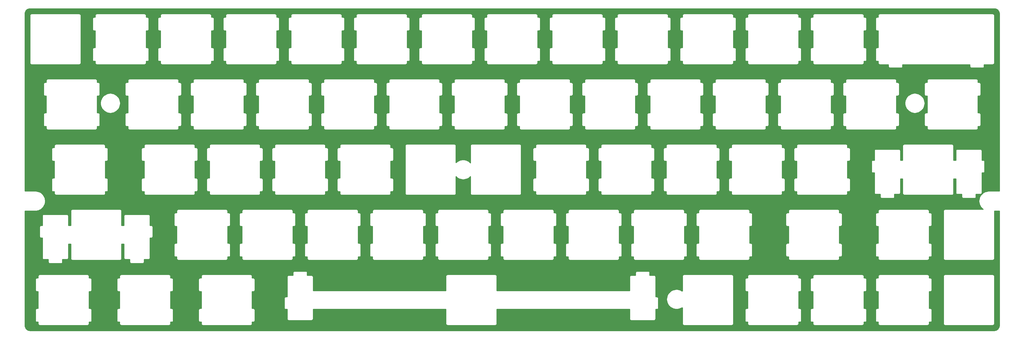
<source format=gbl>
%TF.GenerationSoftware,KiCad,Pcbnew,4.0.6*%
%TF.CreationDate,2017-11-04T14:18:22-07:00*%
%TF.ProjectId,Titan,546974616E2E6B696361645F70636200,rev?*%
%TF.FileFunction,Copper,L2,Bot,Signal*%
%FSLAX46Y46*%
G04 Gerber Fmt 4.6, Leading zero omitted, Abs format (unit mm)*
G04 Created by KiCad (PCBNEW 4.0.6) date 11/04/17 14:18:22*
%MOMM*%
%LPD*%
G01*
G04 APERTURE LIST*
%ADD10C,0.100000*%
%ADD11C,1.524000*%
%ADD12C,0.254000*%
G04 APERTURE END LIST*
D10*
D11*
X171450000Y-57150000D03*
D12*
G36*
X312116640Y-28893100D02*
X312246881Y-28897553D01*
X312366580Y-28911365D01*
X312489302Y-28936706D01*
X312610030Y-28969216D01*
X312723036Y-29011574D01*
X312833769Y-29062543D01*
X312941889Y-29123468D01*
X313043835Y-29191017D01*
X313142737Y-29270139D01*
X313232999Y-29351608D01*
X313316203Y-29443602D01*
X313393622Y-29539556D01*
X313459971Y-29641735D01*
X313521604Y-29749356D01*
X313571677Y-29860533D01*
X313615543Y-29976072D01*
X313647591Y-30094339D01*
X313673341Y-30218741D01*
X313687832Y-30337339D01*
X313692000Y-30468553D01*
X313692000Y-82193500D01*
X310622000Y-82193500D01*
X310588532Y-82200157D01*
X310554433Y-82198829D01*
X309781432Y-82321529D01*
X309718368Y-82344819D01*
X309653650Y-82363013D01*
X308957650Y-82716913D01*
X308904301Y-82758898D01*
X308847907Y-82796668D01*
X308294907Y-83350867D01*
X308257447Y-83407062D01*
X308215711Y-83460151D01*
X307861711Y-84157251D01*
X307843617Y-84221743D01*
X307820371Y-84284568D01*
X307697371Y-85056369D01*
X307699969Y-85124151D01*
X307697355Y-85191929D01*
X307820355Y-85964929D01*
X307843588Y-86027767D01*
X307861677Y-86092282D01*
X308215677Y-86789683D01*
X308257468Y-86842862D01*
X308294989Y-86899115D01*
X308847989Y-87453015D01*
X308904291Y-87490701D01*
X308957518Y-87532620D01*
X308977915Y-87543000D01*
X297784000Y-87543000D01*
X297619063Y-87575808D01*
X297479237Y-87669237D01*
X297385808Y-87809063D01*
X297353000Y-87974000D01*
X297353000Y-101973400D01*
X297385808Y-102138337D01*
X297479237Y-102278163D01*
X297619063Y-102371592D01*
X297784000Y-102404400D01*
X311785000Y-102404400D01*
X311949937Y-102371592D01*
X312089763Y-102278163D01*
X312183192Y-102138337D01*
X312216000Y-101973400D01*
X312216000Y-88056400D01*
X313692000Y-88056400D01*
X313692000Y-121381711D01*
X313687840Y-121511259D01*
X313673342Y-121630083D01*
X313647587Y-121754304D01*
X313615514Y-121872887D01*
X313571721Y-121988196D01*
X313521586Y-122099377D01*
X313459873Y-122207317D01*
X313392997Y-122310318D01*
X313316268Y-122406439D01*
X313233970Y-122496313D01*
X313142700Y-122578715D01*
X313043808Y-122657843D01*
X312941895Y-122725386D01*
X312833951Y-122786188D01*
X312723180Y-122837071D01*
X312608138Y-122880209D01*
X312489261Y-122913401D01*
X312368689Y-122937137D01*
X312246710Y-122951145D01*
X312116330Y-122955781D01*
X30759056Y-122958537D01*
X30627770Y-122951566D01*
X30501228Y-122937137D01*
X30381851Y-122913476D01*
X30263193Y-122880336D01*
X30148540Y-122837071D01*
X30035940Y-122785690D01*
X29927780Y-122725124D01*
X29827368Y-122658530D01*
X29729841Y-122579633D01*
X29637850Y-122496403D01*
X29556133Y-122407254D01*
X29478206Y-122308477D01*
X29409392Y-122206330D01*
X29350011Y-122099441D01*
X29298214Y-121988299D01*
X29256389Y-121873549D01*
X29222770Y-121754251D01*
X29198745Y-121631945D01*
X29183423Y-121508266D01*
X29177707Y-121379091D01*
X29177707Y-108024400D01*
X32234850Y-108024400D01*
X32234850Y-111125000D01*
X32267658Y-111289937D01*
X32361087Y-111429763D01*
X32500913Y-111523192D01*
X32665850Y-111556000D01*
X33035480Y-111556000D01*
X33035480Y-116494140D01*
X32665850Y-116494140D01*
X32500913Y-116526948D01*
X32361087Y-116620377D01*
X32267658Y-116760203D01*
X32234850Y-116925140D01*
X32234850Y-120024370D01*
X32267658Y-120189307D01*
X32361087Y-120329133D01*
X32500913Y-120422562D01*
X32665850Y-120455370D01*
X33035480Y-120455370D01*
X33035480Y-121023450D01*
X33068288Y-121188387D01*
X33161717Y-121328213D01*
X33301543Y-121421642D01*
X33466480Y-121454450D01*
X47466000Y-121454450D01*
X47630937Y-121421642D01*
X47770763Y-121328213D01*
X47864192Y-121188387D01*
X47897000Y-121023450D01*
X47897000Y-120455370D01*
X48266600Y-120455370D01*
X48431537Y-120422562D01*
X48571363Y-120329133D01*
X48664792Y-120189307D01*
X48697600Y-120024370D01*
X48697600Y-116925140D01*
X48664792Y-116760203D01*
X48571363Y-116620377D01*
X48431537Y-116526948D01*
X48266600Y-116494140D01*
X47897000Y-116494140D01*
X47897000Y-111556000D01*
X48266600Y-111556000D01*
X48431537Y-111523192D01*
X48571363Y-111429763D01*
X48664792Y-111289937D01*
X48697600Y-111125000D01*
X48697600Y-108024400D01*
X56047300Y-108024400D01*
X56047300Y-111125000D01*
X56080108Y-111289937D01*
X56173537Y-111429763D01*
X56313363Y-111523192D01*
X56478300Y-111556000D01*
X56846600Y-111556000D01*
X56846600Y-116494140D01*
X56478300Y-116494140D01*
X56313363Y-116526948D01*
X56173537Y-116620377D01*
X56080108Y-116760203D01*
X56047300Y-116925140D01*
X56047300Y-120024370D01*
X56080108Y-120189307D01*
X56173537Y-120329133D01*
X56313363Y-120422562D01*
X56478300Y-120455370D01*
X56846600Y-120455370D01*
X56846600Y-121023450D01*
X56879408Y-121188387D01*
X56972837Y-121328213D01*
X57112663Y-121421642D01*
X57277600Y-121454450D01*
X71278400Y-121454450D01*
X71443337Y-121421642D01*
X71583163Y-121328213D01*
X71676592Y-121188387D01*
X71709400Y-121023450D01*
X71709400Y-120455370D01*
X72079200Y-120455370D01*
X72244137Y-120422562D01*
X72383963Y-120329133D01*
X72477392Y-120189307D01*
X72510200Y-120024370D01*
X72510200Y-116925140D01*
X72477392Y-116760203D01*
X72383963Y-116620377D01*
X72244137Y-116526948D01*
X72079200Y-116494140D01*
X71709400Y-116494140D01*
X71709400Y-111556000D01*
X72079200Y-111556000D01*
X72244137Y-111523192D01*
X72383963Y-111429763D01*
X72477392Y-111289937D01*
X72510200Y-111125000D01*
X72510200Y-108024400D01*
X79859800Y-108024400D01*
X79859800Y-111125000D01*
X79892608Y-111289937D01*
X79986037Y-111429763D01*
X80125863Y-111523192D01*
X80290800Y-111556000D01*
X80660700Y-111556000D01*
X80660700Y-116494140D01*
X80290800Y-116494140D01*
X80125863Y-116526948D01*
X79986037Y-116620377D01*
X79892608Y-116760203D01*
X79859800Y-116925140D01*
X79859800Y-120024370D01*
X79892608Y-120189307D01*
X79986037Y-120329133D01*
X80125863Y-120422562D01*
X80290800Y-120455370D01*
X80660700Y-120455370D01*
X80660700Y-121023450D01*
X80693508Y-121188387D01*
X80786937Y-121328213D01*
X80926763Y-121421642D01*
X81091700Y-121454450D01*
X95090900Y-121454450D01*
X95255837Y-121421642D01*
X95395663Y-121328213D01*
X95489092Y-121188387D01*
X95521900Y-121023450D01*
X95521900Y-120455370D01*
X95891700Y-120455370D01*
X96056637Y-120422562D01*
X96196463Y-120329133D01*
X96289892Y-120189307D01*
X96322700Y-120024370D01*
X96322700Y-116925140D01*
X96289892Y-116760203D01*
X96196463Y-116620377D01*
X96056637Y-116526948D01*
X95891700Y-116494140D01*
X95521900Y-116494140D01*
X95521900Y-113524160D01*
X104899000Y-113524160D01*
X104899000Y-116324330D01*
X104931808Y-116489267D01*
X105025237Y-116629093D01*
X105165063Y-116722522D01*
X105330000Y-116755330D01*
X105723000Y-116755330D01*
X105723000Y-119554470D01*
X105755808Y-119719407D01*
X105849237Y-119859233D01*
X105989063Y-119952662D01*
X106154000Y-119985470D01*
X112904800Y-119985470D01*
X113069737Y-119952662D01*
X113209563Y-119859233D01*
X113302992Y-119719407D01*
X113335800Y-119554470D01*
X113335800Y-116755330D01*
X152098000Y-116755330D01*
X152098000Y-121023450D01*
X152130808Y-121188387D01*
X152224237Y-121328213D01*
X152364063Y-121421642D01*
X152529000Y-121454450D01*
X166530000Y-121454450D01*
X166694937Y-121421642D01*
X166834763Y-121328213D01*
X166928192Y-121188387D01*
X166961000Y-121023450D01*
X166961000Y-116755330D01*
X205723000Y-116755330D01*
X205723000Y-119554470D01*
X205755808Y-119719407D01*
X205849237Y-119859233D01*
X205989063Y-119952662D01*
X206154000Y-119985470D01*
X212904000Y-119985470D01*
X213068937Y-119952662D01*
X213208763Y-119859233D01*
X213302192Y-119719407D01*
X213335000Y-119554470D01*
X213335000Y-116755330D01*
X213728000Y-116755330D01*
X213892937Y-116722522D01*
X214032763Y-116629093D01*
X214126192Y-116489267D01*
X214159000Y-116324330D01*
X214159000Y-113892302D01*
X216510354Y-113892302D01*
X216633354Y-114665382D01*
X216656568Y-114728170D01*
X216674625Y-114792640D01*
X217027625Y-115488529D01*
X217069421Y-115541743D01*
X217106962Y-115598038D01*
X217659962Y-116152038D01*
X217716391Y-116189816D01*
X217769763Y-116231794D01*
X218466763Y-116585944D01*
X218531486Y-116604119D01*
X218594555Y-116627390D01*
X219368555Y-116750020D01*
X219436039Y-116747372D01*
X219503530Y-116750007D01*
X220276530Y-116627377D01*
X220339559Y-116604106D01*
X220404237Y-116585944D01*
X221009217Y-116278550D01*
X221153000Y-116278550D01*
X221153000Y-121023450D01*
X221185808Y-121188387D01*
X221279237Y-121328213D01*
X221419063Y-121421642D01*
X221584000Y-121454450D01*
X235585000Y-121454450D01*
X235749937Y-121421642D01*
X235889763Y-121328213D01*
X235983192Y-121188387D01*
X236016000Y-121023450D01*
X236016000Y-108024400D01*
X239404000Y-108024400D01*
X239404000Y-111125000D01*
X239436808Y-111289937D01*
X239530237Y-111429763D01*
X239670063Y-111523192D01*
X239835000Y-111556000D01*
X240204000Y-111556000D01*
X240204000Y-116494140D01*
X239835000Y-116494140D01*
X239670063Y-116526948D01*
X239530237Y-116620377D01*
X239436808Y-116760203D01*
X239404000Y-116925140D01*
X239404000Y-120024370D01*
X239436808Y-120189307D01*
X239530237Y-120329133D01*
X239670063Y-120422562D01*
X239835000Y-120455370D01*
X240204000Y-120455370D01*
X240204000Y-121023450D01*
X240236808Y-121188387D01*
X240330237Y-121328213D01*
X240470063Y-121421642D01*
X240635000Y-121454450D01*
X254635000Y-121454450D01*
X254799937Y-121421642D01*
X254939763Y-121328213D01*
X255033192Y-121188387D01*
X255066000Y-121023450D01*
X255066000Y-120455370D01*
X255435000Y-120455370D01*
X255599937Y-120422562D01*
X255739763Y-120329133D01*
X255833192Y-120189307D01*
X255866000Y-120024370D01*
X255866000Y-116925140D01*
X255833192Y-116760203D01*
X255739763Y-116620377D01*
X255599937Y-116526948D01*
X255435000Y-116494140D01*
X255066000Y-116494140D01*
X255066000Y-111556000D01*
X255435000Y-111556000D01*
X255599937Y-111523192D01*
X255739763Y-111429763D01*
X255833192Y-111289937D01*
X255866000Y-111125000D01*
X255866000Y-108024400D01*
X258454000Y-108024400D01*
X258454000Y-111125000D01*
X258486808Y-111289937D01*
X258580237Y-111429763D01*
X258720063Y-111523192D01*
X258885000Y-111556000D01*
X259254000Y-111556000D01*
X259254000Y-116494140D01*
X258885000Y-116494140D01*
X258720063Y-116526948D01*
X258580237Y-116620377D01*
X258486808Y-116760203D01*
X258454000Y-116925140D01*
X258454000Y-120024370D01*
X258486808Y-120189307D01*
X258580237Y-120329133D01*
X258720063Y-120422562D01*
X258885000Y-120455370D01*
X259254000Y-120455370D01*
X259254000Y-121023450D01*
X259286808Y-121188387D01*
X259380237Y-121328213D01*
X259520063Y-121421642D01*
X259685000Y-121454450D01*
X273685000Y-121454450D01*
X273849937Y-121421642D01*
X273989763Y-121328213D01*
X274083192Y-121188387D01*
X274116000Y-121023450D01*
X274116000Y-120455370D01*
X274484000Y-120455370D01*
X274648937Y-120422562D01*
X274788763Y-120329133D01*
X274882192Y-120189307D01*
X274915000Y-120024370D01*
X274915000Y-116925140D01*
X274882192Y-116760203D01*
X274788763Y-116620377D01*
X274648937Y-116526948D01*
X274484000Y-116494140D01*
X274116000Y-116494140D01*
X274116000Y-111556000D01*
X274484000Y-111556000D01*
X274648937Y-111523192D01*
X274788763Y-111429763D01*
X274882192Y-111289937D01*
X274915000Y-111125000D01*
X274915000Y-108024400D01*
X277504000Y-108024400D01*
X277504000Y-111125000D01*
X277536808Y-111289937D01*
X277630237Y-111429763D01*
X277770063Y-111523192D01*
X277935000Y-111556000D01*
X278303000Y-111556000D01*
X278303000Y-116494140D01*
X277935000Y-116494140D01*
X277770063Y-116526948D01*
X277630237Y-116620377D01*
X277536808Y-116760203D01*
X277504000Y-116925140D01*
X277504000Y-120024370D01*
X277536808Y-120189307D01*
X277630237Y-120329133D01*
X277770063Y-120422562D01*
X277935000Y-120455370D01*
X278303000Y-120455370D01*
X278303000Y-121023450D01*
X278335808Y-121188387D01*
X278429237Y-121328213D01*
X278569063Y-121421642D01*
X278734000Y-121454450D01*
X292735000Y-121454450D01*
X292899937Y-121421642D01*
X293039763Y-121328213D01*
X293133192Y-121188387D01*
X293166000Y-121023450D01*
X293166000Y-120455370D01*
X293534000Y-120455370D01*
X293698937Y-120422562D01*
X293838763Y-120329133D01*
X293932192Y-120189307D01*
X293965000Y-120024370D01*
X293965000Y-116925140D01*
X293932192Y-116760203D01*
X293838763Y-116620377D01*
X293698937Y-116526948D01*
X293534000Y-116494140D01*
X293166000Y-116494140D01*
X293166000Y-111556000D01*
X293534000Y-111556000D01*
X293698937Y-111523192D01*
X293838763Y-111429763D01*
X293932192Y-111289937D01*
X293965000Y-111125000D01*
X293965000Y-108024400D01*
X293932192Y-107859463D01*
X293838763Y-107719637D01*
X293698937Y-107626208D01*
X293534000Y-107593400D01*
X293166000Y-107593400D01*
X293166000Y-107023900D01*
X297353000Y-107023900D01*
X297353000Y-121023450D01*
X297385808Y-121188387D01*
X297479237Y-121328213D01*
X297619063Y-121421642D01*
X297784000Y-121454450D01*
X311785000Y-121454450D01*
X311949937Y-121421642D01*
X312089763Y-121328213D01*
X312183192Y-121188387D01*
X312216000Y-121023450D01*
X312216000Y-107023900D01*
X312183192Y-106858963D01*
X312089763Y-106719137D01*
X311949937Y-106625708D01*
X311785000Y-106592900D01*
X297784000Y-106592900D01*
X297619063Y-106625708D01*
X297479237Y-106719137D01*
X297385808Y-106858963D01*
X297353000Y-107023900D01*
X293166000Y-107023900D01*
X293133192Y-106858963D01*
X293039763Y-106719137D01*
X292899937Y-106625708D01*
X292735000Y-106592900D01*
X278734000Y-106592900D01*
X278569063Y-106625708D01*
X278429237Y-106719137D01*
X278335808Y-106858963D01*
X278303000Y-107023900D01*
X278303000Y-107593400D01*
X277935000Y-107593400D01*
X277770063Y-107626208D01*
X277630237Y-107719637D01*
X277536808Y-107859463D01*
X277504000Y-108024400D01*
X274915000Y-108024400D01*
X274882192Y-107859463D01*
X274788763Y-107719637D01*
X274648937Y-107626208D01*
X274484000Y-107593400D01*
X274116000Y-107593400D01*
X274116000Y-107023900D01*
X274083192Y-106858963D01*
X273989763Y-106719137D01*
X273849937Y-106625708D01*
X273685000Y-106592900D01*
X259685000Y-106592900D01*
X259520063Y-106625708D01*
X259380237Y-106719137D01*
X259286808Y-106858963D01*
X259254000Y-107023900D01*
X259254000Y-107593400D01*
X258885000Y-107593400D01*
X258720063Y-107626208D01*
X258580237Y-107719637D01*
X258486808Y-107859463D01*
X258454000Y-108024400D01*
X255866000Y-108024400D01*
X255833192Y-107859463D01*
X255739763Y-107719637D01*
X255599937Y-107626208D01*
X255435000Y-107593400D01*
X255066000Y-107593400D01*
X255066000Y-107023900D01*
X255033192Y-106858963D01*
X254939763Y-106719137D01*
X254799937Y-106625708D01*
X254635000Y-106592900D01*
X240635000Y-106592900D01*
X240470063Y-106625708D01*
X240330237Y-106719137D01*
X240236808Y-106858963D01*
X240204000Y-107023900D01*
X240204000Y-107593400D01*
X239835000Y-107593400D01*
X239670063Y-107626208D01*
X239530237Y-107719637D01*
X239436808Y-107859463D01*
X239404000Y-108024400D01*
X236016000Y-108024400D01*
X236016000Y-107023900D01*
X235983192Y-106858963D01*
X235889763Y-106719137D01*
X235749937Y-106625708D01*
X235585000Y-106592900D01*
X221584000Y-106592900D01*
X221419063Y-106625708D01*
X221279237Y-106719137D01*
X221185808Y-106858963D01*
X221153000Y-107023900D01*
X221153000Y-111372000D01*
X221009568Y-111372000D01*
X220404828Y-111063557D01*
X220339880Y-111045211D01*
X220276568Y-111021829D01*
X219503568Y-110899129D01*
X219436034Y-110901759D01*
X219368517Y-110899116D01*
X218594517Y-111021816D01*
X218531161Y-111045200D01*
X218466172Y-111063557D01*
X217769172Y-111419057D01*
X217716330Y-111460750D01*
X217660347Y-111498127D01*
X217107347Y-112050727D01*
X217069490Y-112107340D01*
X217027466Y-112160934D01*
X216674466Y-112858234D01*
X216656524Y-112922493D01*
X216633373Y-112985058D01*
X216510373Y-113756738D01*
X216512969Y-113824520D01*
X216510354Y-113892302D01*
X214159000Y-113892302D01*
X214159000Y-113524160D01*
X214126192Y-113359223D01*
X214032763Y-113219397D01*
X213892937Y-113125968D01*
X213728000Y-113093160D01*
X213335000Y-113093160D01*
X213335000Y-107255500D01*
X213302192Y-107090563D01*
X213208763Y-106950737D01*
X213068937Y-106857308D01*
X212904000Y-106824500D01*
X211611000Y-106824500D01*
X211611000Y-106053800D01*
X211578192Y-105888863D01*
X211484763Y-105749037D01*
X211344937Y-105655608D01*
X211180000Y-105622800D01*
X207879000Y-105622800D01*
X207714063Y-105655608D01*
X207574237Y-105749037D01*
X207480808Y-105888863D01*
X207448000Y-106053800D01*
X207448000Y-106824500D01*
X206154000Y-106824500D01*
X205989063Y-106857308D01*
X205849237Y-106950737D01*
X205755808Y-107090563D01*
X205723000Y-107255500D01*
X205723000Y-111293500D01*
X166961000Y-111293500D01*
X166961000Y-107023900D01*
X166928192Y-106858963D01*
X166834763Y-106719137D01*
X166694937Y-106625708D01*
X166530000Y-106592900D01*
X152529000Y-106592900D01*
X152364063Y-106625708D01*
X152224237Y-106719137D01*
X152130808Y-106858963D01*
X152098000Y-107023900D01*
X152098000Y-111293500D01*
X113335800Y-111293500D01*
X113335800Y-107255500D01*
X113302992Y-107090563D01*
X113209563Y-106950737D01*
X113069737Y-106857308D01*
X112904800Y-106824500D01*
X111610700Y-106824500D01*
X111610700Y-106053800D01*
X111577892Y-105888863D01*
X111484463Y-105749037D01*
X111344637Y-105655608D01*
X111179700Y-105622800D01*
X107879100Y-105622800D01*
X107714163Y-105655608D01*
X107574337Y-105749037D01*
X107480908Y-105888863D01*
X107448100Y-106053800D01*
X107448100Y-106824500D01*
X106154000Y-106824500D01*
X105989063Y-106857308D01*
X105849237Y-106950737D01*
X105755808Y-107090563D01*
X105723000Y-107255500D01*
X105723000Y-113093160D01*
X105330000Y-113093160D01*
X105165063Y-113125968D01*
X105025237Y-113219397D01*
X104931808Y-113359223D01*
X104899000Y-113524160D01*
X95521900Y-113524160D01*
X95521900Y-111556000D01*
X95891700Y-111556000D01*
X96056637Y-111523192D01*
X96196463Y-111429763D01*
X96289892Y-111289937D01*
X96322700Y-111125000D01*
X96322700Y-108024400D01*
X96289892Y-107859463D01*
X96196463Y-107719637D01*
X96056637Y-107626208D01*
X95891700Y-107593400D01*
X95521900Y-107593400D01*
X95521900Y-107023900D01*
X95489092Y-106858963D01*
X95395663Y-106719137D01*
X95255837Y-106625708D01*
X95090900Y-106592900D01*
X81091700Y-106592900D01*
X80926763Y-106625708D01*
X80786937Y-106719137D01*
X80693508Y-106858963D01*
X80660700Y-107023900D01*
X80660700Y-107593400D01*
X80290800Y-107593400D01*
X80125863Y-107626208D01*
X79986037Y-107719637D01*
X79892608Y-107859463D01*
X79859800Y-108024400D01*
X72510200Y-108024400D01*
X72477392Y-107859463D01*
X72383963Y-107719637D01*
X72244137Y-107626208D01*
X72079200Y-107593400D01*
X71709400Y-107593400D01*
X71709400Y-107023900D01*
X71676592Y-106858963D01*
X71583163Y-106719137D01*
X71443337Y-106625708D01*
X71278400Y-106592900D01*
X57277600Y-106592900D01*
X57112663Y-106625708D01*
X56972837Y-106719137D01*
X56879408Y-106858963D01*
X56846600Y-107023900D01*
X56846600Y-107593400D01*
X56478300Y-107593400D01*
X56313363Y-107626208D01*
X56173537Y-107719637D01*
X56080108Y-107859463D01*
X56047300Y-108024400D01*
X48697600Y-108024400D01*
X48664792Y-107859463D01*
X48571363Y-107719637D01*
X48431537Y-107626208D01*
X48266600Y-107593400D01*
X47897000Y-107593400D01*
X47897000Y-107023900D01*
X47864192Y-106858963D01*
X47770763Y-106719137D01*
X47630937Y-106625708D01*
X47466000Y-106592900D01*
X33466480Y-106592900D01*
X33301543Y-106625708D01*
X33161717Y-106719137D01*
X33068288Y-106858963D01*
X33035480Y-107023900D01*
X33035480Y-107593400D01*
X32665850Y-107593400D01*
X32500913Y-107626208D01*
X32361087Y-107719637D01*
X32267658Y-107859463D01*
X32234850Y-108024400D01*
X29177707Y-108024400D01*
X29177707Y-92674500D01*
X33459940Y-92674500D01*
X33459940Y-95473200D01*
X33492748Y-95638137D01*
X33586177Y-95777963D01*
X33726003Y-95871392D01*
X33890940Y-95904200D01*
X34285370Y-95904200D01*
X34285370Y-101743300D01*
X34318178Y-101908237D01*
X34411607Y-102048063D01*
X34551433Y-102141492D01*
X34716370Y-102174300D01*
X36010660Y-102174300D01*
X36010660Y-102943600D01*
X36043468Y-103108537D01*
X36136897Y-103248363D01*
X36276723Y-103341792D01*
X36441660Y-103374600D01*
X39740700Y-103374600D01*
X39905637Y-103341792D01*
X40045463Y-103248363D01*
X40138892Y-103108537D01*
X40171700Y-102943600D01*
X40171700Y-102174300D01*
X41466000Y-102174300D01*
X41630937Y-102141492D01*
X41770763Y-102048063D01*
X41864192Y-101908237D01*
X41897000Y-101743300D01*
X41897000Y-97705300D01*
X42559100Y-97705300D01*
X42559100Y-101973400D01*
X42591908Y-102138337D01*
X42685337Y-102278163D01*
X42825163Y-102371592D01*
X42990100Y-102404400D01*
X56989600Y-102404400D01*
X57154537Y-102371592D01*
X57294363Y-102278163D01*
X57387792Y-102138337D01*
X57420600Y-101973400D01*
X57420600Y-97705300D01*
X58085400Y-97705300D01*
X58085400Y-101743300D01*
X58118208Y-101908237D01*
X58211637Y-102048063D01*
X58351463Y-102141492D01*
X58516400Y-102174300D01*
X59809400Y-102174300D01*
X59809400Y-102943600D01*
X59842208Y-103108537D01*
X59935637Y-103248363D01*
X60075463Y-103341792D01*
X60240400Y-103374600D01*
X63540800Y-103374600D01*
X63705737Y-103341792D01*
X63845563Y-103248363D01*
X63938992Y-103108537D01*
X63971800Y-102943600D01*
X63971800Y-102174300D01*
X65266000Y-102174300D01*
X65430937Y-102141492D01*
X65570763Y-102048063D01*
X65664192Y-101908237D01*
X65697000Y-101743300D01*
X65697000Y-95904200D01*
X66091500Y-95904200D01*
X66256437Y-95871392D01*
X66396263Y-95777963D01*
X66489692Y-95638137D01*
X66522500Y-95473200D01*
X66522500Y-92674500D01*
X66489692Y-92509563D01*
X66396263Y-92369737D01*
X66256437Y-92276308D01*
X66091500Y-92243500D01*
X65697000Y-92243500D01*
X65697000Y-89444300D01*
X65664192Y-89279363D01*
X65570763Y-89139537D01*
X65430937Y-89046108D01*
X65266000Y-89013300D01*
X58516400Y-89013300D01*
X58351463Y-89046108D01*
X58211637Y-89139537D01*
X58118208Y-89279363D01*
X58085400Y-89444300D01*
X58085400Y-92243500D01*
X57420600Y-92243500D01*
X57420600Y-88974400D01*
X72716100Y-88974400D01*
X72716100Y-92073600D01*
X72748908Y-92238537D01*
X72842337Y-92378363D01*
X72982163Y-92471792D01*
X73147100Y-92504600D01*
X73516900Y-92504600D01*
X73516900Y-97444100D01*
X73147100Y-97444100D01*
X72982163Y-97476908D01*
X72842337Y-97570337D01*
X72748908Y-97710163D01*
X72716100Y-97875100D01*
X72716100Y-100974400D01*
X72748908Y-101139337D01*
X72842337Y-101279163D01*
X72982163Y-101372592D01*
X73147100Y-101405400D01*
X73516900Y-101405400D01*
X73516900Y-101973400D01*
X73549708Y-102138337D01*
X73643137Y-102278163D01*
X73782963Y-102371592D01*
X73947900Y-102404400D01*
X87948600Y-102404400D01*
X88113537Y-102371592D01*
X88253363Y-102278163D01*
X88346792Y-102138337D01*
X88379600Y-101973400D01*
X88379600Y-101405400D01*
X88748000Y-101405400D01*
X88912937Y-101372592D01*
X89052763Y-101279163D01*
X89146192Y-101139337D01*
X89179000Y-100974400D01*
X89179000Y-97875100D01*
X89146192Y-97710163D01*
X89052763Y-97570337D01*
X88912937Y-97476908D01*
X88748000Y-97444100D01*
X88379600Y-97444100D01*
X88379600Y-92504600D01*
X88748000Y-92504600D01*
X88912937Y-92471792D01*
X89052763Y-92378363D01*
X89146192Y-92238537D01*
X89179000Y-92073600D01*
X89179000Y-88974400D01*
X91767500Y-88974400D01*
X91767500Y-92073600D01*
X91800308Y-92238537D01*
X91893737Y-92378363D01*
X92033563Y-92471792D01*
X92198500Y-92504600D01*
X92566900Y-92504600D01*
X92566900Y-97444100D01*
X92198500Y-97444100D01*
X92033563Y-97476908D01*
X91893737Y-97570337D01*
X91800308Y-97710163D01*
X91767500Y-97875100D01*
X91767500Y-100974400D01*
X91800308Y-101139337D01*
X91893737Y-101279163D01*
X92033563Y-101372592D01*
X92198500Y-101405400D01*
X92566900Y-101405400D01*
X92566900Y-101973400D01*
X92599708Y-102138337D01*
X92693137Y-102278163D01*
X92832963Y-102371592D01*
X92997900Y-102404400D01*
X106998600Y-102404400D01*
X107163537Y-102371592D01*
X107303363Y-102278163D01*
X107396792Y-102138337D01*
X107429600Y-101973400D01*
X107429600Y-101405400D01*
X107798000Y-101405400D01*
X107962937Y-101372592D01*
X108102763Y-101279163D01*
X108196192Y-101139337D01*
X108229000Y-100974400D01*
X108229000Y-97875100D01*
X108196192Y-97710163D01*
X108102763Y-97570337D01*
X107962937Y-97476908D01*
X107798000Y-97444100D01*
X107429600Y-97444100D01*
X107429600Y-92504600D01*
X107798000Y-92504600D01*
X107962937Y-92471792D01*
X108102763Y-92378363D01*
X108196192Y-92238537D01*
X108229000Y-92073600D01*
X108229000Y-88974400D01*
X110817500Y-88974400D01*
X110817500Y-92073600D01*
X110850308Y-92238537D01*
X110943737Y-92378363D01*
X111083563Y-92471792D01*
X111248500Y-92504600D01*
X111616900Y-92504600D01*
X111616900Y-97444100D01*
X111248500Y-97444100D01*
X111083563Y-97476908D01*
X110943737Y-97570337D01*
X110850308Y-97710163D01*
X110817500Y-97875100D01*
X110817500Y-100974400D01*
X110850308Y-101139337D01*
X110943737Y-101279163D01*
X111083563Y-101372592D01*
X111248500Y-101405400D01*
X111616900Y-101405400D01*
X111616900Y-101973400D01*
X111649708Y-102138337D01*
X111743137Y-102278163D01*
X111882963Y-102371592D01*
X112047900Y-102404400D01*
X126048600Y-102404400D01*
X126213537Y-102371592D01*
X126353363Y-102278163D01*
X126446792Y-102138337D01*
X126479600Y-101973400D01*
X126479600Y-101405400D01*
X126848000Y-101405400D01*
X127012937Y-101372592D01*
X127152763Y-101279163D01*
X127246192Y-101139337D01*
X127279000Y-100974400D01*
X127279000Y-97875100D01*
X127246192Y-97710163D01*
X127152763Y-97570337D01*
X127012937Y-97476908D01*
X126848000Y-97444100D01*
X126479600Y-97444100D01*
X126479600Y-92504600D01*
X126848000Y-92504600D01*
X127012937Y-92471792D01*
X127152763Y-92378363D01*
X127246192Y-92238537D01*
X127279000Y-92073600D01*
X127279000Y-88974400D01*
X129868000Y-88974400D01*
X129868000Y-92073600D01*
X129900808Y-92238537D01*
X129994237Y-92378363D01*
X130134063Y-92471792D01*
X130299000Y-92504600D01*
X130667000Y-92504600D01*
X130667000Y-97444100D01*
X130299000Y-97444100D01*
X130134063Y-97476908D01*
X129994237Y-97570337D01*
X129900808Y-97710163D01*
X129868000Y-97875100D01*
X129868000Y-100974400D01*
X129900808Y-101139337D01*
X129994237Y-101279163D01*
X130134063Y-101372592D01*
X130299000Y-101405400D01*
X130667000Y-101405400D01*
X130667000Y-101973400D01*
X130699808Y-102138337D01*
X130793237Y-102278163D01*
X130933063Y-102371592D01*
X131098000Y-102404400D01*
X145097000Y-102404400D01*
X145261937Y-102371592D01*
X145401763Y-102278163D01*
X145495192Y-102138337D01*
X145528000Y-101973400D01*
X145528000Y-101405400D01*
X145898000Y-101405400D01*
X146062937Y-101372592D01*
X146202763Y-101279163D01*
X146296192Y-101139337D01*
X146329000Y-100974400D01*
X146329000Y-97875100D01*
X146296192Y-97710163D01*
X146202763Y-97570337D01*
X146062937Y-97476908D01*
X145898000Y-97444100D01*
X145528000Y-97444100D01*
X145528000Y-92504600D01*
X145898000Y-92504600D01*
X146062937Y-92471792D01*
X146202763Y-92378363D01*
X146296192Y-92238537D01*
X146329000Y-92073600D01*
X146329000Y-88974400D01*
X148916000Y-88974400D01*
X148916000Y-92073600D01*
X148948808Y-92238537D01*
X149042237Y-92378363D01*
X149182063Y-92471792D01*
X149347000Y-92504600D01*
X149717000Y-92504600D01*
X149717000Y-97444100D01*
X149347000Y-97444100D01*
X149182063Y-97476908D01*
X149042237Y-97570337D01*
X148948808Y-97710163D01*
X148916000Y-97875100D01*
X148916000Y-100974400D01*
X148948808Y-101139337D01*
X149042237Y-101279163D01*
X149182063Y-101372592D01*
X149347000Y-101405400D01*
X149717000Y-101405400D01*
X149717000Y-101973400D01*
X149749808Y-102138337D01*
X149843237Y-102278163D01*
X149983063Y-102371592D01*
X150148000Y-102404400D01*
X164149000Y-102404400D01*
X164313937Y-102371592D01*
X164453763Y-102278163D01*
X164547192Y-102138337D01*
X164580000Y-101973400D01*
X164580000Y-101405400D01*
X164948000Y-101405400D01*
X165112937Y-101372592D01*
X165252763Y-101279163D01*
X165346192Y-101139337D01*
X165379000Y-100974400D01*
X165379000Y-97875100D01*
X165346192Y-97710163D01*
X165252763Y-97570337D01*
X165112937Y-97476908D01*
X164948000Y-97444100D01*
X164580000Y-97444100D01*
X164580000Y-92504600D01*
X164948000Y-92504600D01*
X165112937Y-92471792D01*
X165252763Y-92378363D01*
X165346192Y-92238537D01*
X165379000Y-92073600D01*
X165379000Y-88974400D01*
X167968000Y-88974400D01*
X167968000Y-92073600D01*
X168000808Y-92238537D01*
X168094237Y-92378363D01*
X168234063Y-92471792D01*
X168399000Y-92504600D01*
X168767000Y-92504600D01*
X168767000Y-97444100D01*
X168399000Y-97444100D01*
X168234063Y-97476908D01*
X168094237Y-97570337D01*
X168000808Y-97710163D01*
X167968000Y-97875100D01*
X167968000Y-100974400D01*
X168000808Y-101139337D01*
X168094237Y-101279163D01*
X168234063Y-101372592D01*
X168399000Y-101405400D01*
X168767000Y-101405400D01*
X168767000Y-101973400D01*
X168799808Y-102138337D01*
X168893237Y-102278163D01*
X169033063Y-102371592D01*
X169198000Y-102404400D01*
X183197000Y-102404400D01*
X183361937Y-102371592D01*
X183501763Y-102278163D01*
X183595192Y-102138337D01*
X183628000Y-101973400D01*
X183628000Y-101405400D01*
X183998000Y-101405400D01*
X184162937Y-101372592D01*
X184302763Y-101279163D01*
X184396192Y-101139337D01*
X184429000Y-100974400D01*
X184429000Y-97875100D01*
X184396192Y-97710163D01*
X184302763Y-97570337D01*
X184162937Y-97476908D01*
X183998000Y-97444100D01*
X183628000Y-97444100D01*
X183628000Y-92504600D01*
X183998000Y-92504600D01*
X184162937Y-92471792D01*
X184302763Y-92378363D01*
X184396192Y-92238537D01*
X184429000Y-92073600D01*
X184429000Y-88974400D01*
X187016000Y-88974400D01*
X187016000Y-92073600D01*
X187048808Y-92238537D01*
X187142237Y-92378363D01*
X187282063Y-92471792D01*
X187447000Y-92504600D01*
X187817000Y-92504600D01*
X187817000Y-97444100D01*
X187447000Y-97444100D01*
X187282063Y-97476908D01*
X187142237Y-97570337D01*
X187048808Y-97710163D01*
X187016000Y-97875100D01*
X187016000Y-100974400D01*
X187048808Y-101139337D01*
X187142237Y-101279163D01*
X187282063Y-101372592D01*
X187447000Y-101405400D01*
X187817000Y-101405400D01*
X187817000Y-101973400D01*
X187849808Y-102138337D01*
X187943237Y-102278163D01*
X188083063Y-102371592D01*
X188248000Y-102404400D01*
X202249000Y-102404400D01*
X202413937Y-102371592D01*
X202553763Y-102278163D01*
X202647192Y-102138337D01*
X202680000Y-101973400D01*
X202680000Y-101405400D01*
X203048000Y-101405400D01*
X203212937Y-101372592D01*
X203352763Y-101279163D01*
X203446192Y-101139337D01*
X203479000Y-100974400D01*
X203479000Y-97875100D01*
X203446192Y-97710163D01*
X203352763Y-97570337D01*
X203212937Y-97476908D01*
X203048000Y-97444100D01*
X202680000Y-97444100D01*
X202680000Y-92504600D01*
X203048000Y-92504600D01*
X203212937Y-92471792D01*
X203352763Y-92378363D01*
X203446192Y-92238537D01*
X203479000Y-92073600D01*
X203479000Y-88974400D01*
X206068000Y-88974400D01*
X206068000Y-92073600D01*
X206100808Y-92238537D01*
X206194237Y-92378363D01*
X206334063Y-92471792D01*
X206499000Y-92504600D01*
X206867000Y-92504600D01*
X206867000Y-97444100D01*
X206499000Y-97444100D01*
X206334063Y-97476908D01*
X206194237Y-97570337D01*
X206100808Y-97710163D01*
X206068000Y-97875100D01*
X206068000Y-100974400D01*
X206100808Y-101139337D01*
X206194237Y-101279163D01*
X206334063Y-101372592D01*
X206499000Y-101405400D01*
X206867000Y-101405400D01*
X206867000Y-101973400D01*
X206899808Y-102138337D01*
X206993237Y-102278163D01*
X207133063Y-102371592D01*
X207298000Y-102404400D01*
X221299000Y-102404400D01*
X221463937Y-102371592D01*
X221603763Y-102278163D01*
X221697192Y-102138337D01*
X221730000Y-101973400D01*
X221730000Y-101405400D01*
X222098000Y-101405400D01*
X222262937Y-101372592D01*
X222402763Y-101279163D01*
X222496192Y-101139337D01*
X222529000Y-100974400D01*
X222529000Y-97875100D01*
X222496192Y-97710163D01*
X222402763Y-97570337D01*
X222262937Y-97476908D01*
X222098000Y-97444100D01*
X221730000Y-97444100D01*
X221730000Y-92504600D01*
X222098000Y-92504600D01*
X222262937Y-92471792D01*
X222402763Y-92378363D01*
X222496192Y-92238537D01*
X222529000Y-92073600D01*
X222529000Y-88974400D01*
X225118000Y-88974400D01*
X225118000Y-92073600D01*
X225150808Y-92238537D01*
X225244237Y-92378363D01*
X225384063Y-92471792D01*
X225549000Y-92504600D01*
X225917000Y-92504600D01*
X225917000Y-97444100D01*
X225549000Y-97444100D01*
X225384063Y-97476908D01*
X225244237Y-97570337D01*
X225150808Y-97710163D01*
X225118000Y-97875100D01*
X225118000Y-100974400D01*
X225150808Y-101139337D01*
X225244237Y-101279163D01*
X225384063Y-101372592D01*
X225549000Y-101405400D01*
X225917000Y-101405400D01*
X225917000Y-101973400D01*
X225949808Y-102138337D01*
X226043237Y-102278163D01*
X226183063Y-102371592D01*
X226348000Y-102404400D01*
X240347000Y-102404400D01*
X240511937Y-102371592D01*
X240651763Y-102278163D01*
X240745192Y-102138337D01*
X240778000Y-101973400D01*
X240778000Y-101405400D01*
X241148000Y-101405400D01*
X241312937Y-101372592D01*
X241452763Y-101279163D01*
X241546192Y-101139337D01*
X241579000Y-100974400D01*
X241579000Y-97875100D01*
X241546192Y-97710163D01*
X241452763Y-97570337D01*
X241312937Y-97476908D01*
X241148000Y-97444100D01*
X240778000Y-97444100D01*
X240778000Y-92504600D01*
X241148000Y-92504600D01*
X241312937Y-92471792D01*
X241452763Y-92378363D01*
X241546192Y-92238537D01*
X241579000Y-92073600D01*
X241579000Y-88974400D01*
X251310000Y-88974400D01*
X251310000Y-92073600D01*
X251342808Y-92238537D01*
X251436237Y-92378363D01*
X251576063Y-92471792D01*
X251741000Y-92504600D01*
X252111000Y-92504600D01*
X252111000Y-97444100D01*
X251741000Y-97444100D01*
X251576063Y-97476908D01*
X251436237Y-97570337D01*
X251342808Y-97710163D01*
X251310000Y-97875100D01*
X251310000Y-100974400D01*
X251342808Y-101139337D01*
X251436237Y-101279163D01*
X251576063Y-101372592D01*
X251741000Y-101405400D01*
X252111000Y-101405400D01*
X252111000Y-101973400D01*
X252143808Y-102138337D01*
X252237237Y-102278163D01*
X252377063Y-102371592D01*
X252542000Y-102404400D01*
X266541000Y-102404400D01*
X266705937Y-102371592D01*
X266845763Y-102278163D01*
X266939192Y-102138337D01*
X266972000Y-101973400D01*
X266972000Y-101405400D01*
X267340000Y-101405400D01*
X267504937Y-101372592D01*
X267644763Y-101279163D01*
X267738192Y-101139337D01*
X267771000Y-100974400D01*
X267771000Y-97875100D01*
X267738192Y-97710163D01*
X267644763Y-97570337D01*
X267504937Y-97476908D01*
X267340000Y-97444100D01*
X266972000Y-97444100D01*
X266972000Y-92504600D01*
X267340000Y-92504600D01*
X267504937Y-92471792D01*
X267644763Y-92378363D01*
X267738192Y-92238537D01*
X267771000Y-92073600D01*
X267771000Y-88974400D01*
X277504000Y-88974400D01*
X277504000Y-92073600D01*
X277536808Y-92238537D01*
X277630237Y-92378363D01*
X277770063Y-92471792D01*
X277935000Y-92504600D01*
X278303000Y-92504600D01*
X278303000Y-97444100D01*
X277935000Y-97444100D01*
X277770063Y-97476908D01*
X277630237Y-97570337D01*
X277536808Y-97710163D01*
X277504000Y-97875100D01*
X277504000Y-100974400D01*
X277536808Y-101139337D01*
X277630237Y-101279163D01*
X277770063Y-101372592D01*
X277935000Y-101405400D01*
X278303000Y-101405400D01*
X278303000Y-101973400D01*
X278335808Y-102138337D01*
X278429237Y-102278163D01*
X278569063Y-102371592D01*
X278734000Y-102404400D01*
X292735000Y-102404400D01*
X292899937Y-102371592D01*
X293039763Y-102278163D01*
X293133192Y-102138337D01*
X293166000Y-101973400D01*
X293166000Y-101405400D01*
X293534000Y-101405400D01*
X293698937Y-101372592D01*
X293838763Y-101279163D01*
X293932192Y-101139337D01*
X293965000Y-100974400D01*
X293965000Y-97875100D01*
X293932192Y-97710163D01*
X293838763Y-97570337D01*
X293698937Y-97476908D01*
X293534000Y-97444100D01*
X293166000Y-97444100D01*
X293166000Y-92504600D01*
X293534000Y-92504600D01*
X293698937Y-92471792D01*
X293838763Y-92378363D01*
X293932192Y-92238537D01*
X293965000Y-92073600D01*
X293965000Y-88974400D01*
X293932192Y-88809463D01*
X293838763Y-88669637D01*
X293698937Y-88576208D01*
X293534000Y-88543400D01*
X293166000Y-88543400D01*
X293166000Y-87974000D01*
X293133192Y-87809063D01*
X293039763Y-87669237D01*
X292899937Y-87575808D01*
X292735000Y-87543000D01*
X278734000Y-87543000D01*
X278569063Y-87575808D01*
X278429237Y-87669237D01*
X278335808Y-87809063D01*
X278303000Y-87974000D01*
X278303000Y-88543400D01*
X277935000Y-88543400D01*
X277770063Y-88576208D01*
X277630237Y-88669637D01*
X277536808Y-88809463D01*
X277504000Y-88974400D01*
X267771000Y-88974400D01*
X267738192Y-88809463D01*
X267644763Y-88669637D01*
X267504937Y-88576208D01*
X267340000Y-88543400D01*
X266972000Y-88543400D01*
X266972000Y-87974000D01*
X266939192Y-87809063D01*
X266845763Y-87669237D01*
X266705937Y-87575808D01*
X266541000Y-87543000D01*
X252542000Y-87543000D01*
X252377063Y-87575808D01*
X252237237Y-87669237D01*
X252143808Y-87809063D01*
X252111000Y-87974000D01*
X252111000Y-88543400D01*
X251741000Y-88543400D01*
X251576063Y-88576208D01*
X251436237Y-88669637D01*
X251342808Y-88809463D01*
X251310000Y-88974400D01*
X241579000Y-88974400D01*
X241546192Y-88809463D01*
X241452763Y-88669637D01*
X241312937Y-88576208D01*
X241148000Y-88543400D01*
X240778000Y-88543400D01*
X240778000Y-87974000D01*
X240745192Y-87809063D01*
X240651763Y-87669237D01*
X240511937Y-87575808D01*
X240347000Y-87543000D01*
X226348000Y-87543000D01*
X226183063Y-87575808D01*
X226043237Y-87669237D01*
X225949808Y-87809063D01*
X225917000Y-87974000D01*
X225917000Y-88543400D01*
X225549000Y-88543400D01*
X225384063Y-88576208D01*
X225244237Y-88669637D01*
X225150808Y-88809463D01*
X225118000Y-88974400D01*
X222529000Y-88974400D01*
X222496192Y-88809463D01*
X222402763Y-88669637D01*
X222262937Y-88576208D01*
X222098000Y-88543400D01*
X221730000Y-88543400D01*
X221730000Y-87974000D01*
X221697192Y-87809063D01*
X221603763Y-87669237D01*
X221463937Y-87575808D01*
X221299000Y-87543000D01*
X207298000Y-87543000D01*
X207133063Y-87575808D01*
X206993237Y-87669237D01*
X206899808Y-87809063D01*
X206867000Y-87974000D01*
X206867000Y-88543400D01*
X206499000Y-88543400D01*
X206334063Y-88576208D01*
X206194237Y-88669637D01*
X206100808Y-88809463D01*
X206068000Y-88974400D01*
X203479000Y-88974400D01*
X203446192Y-88809463D01*
X203352763Y-88669637D01*
X203212937Y-88576208D01*
X203048000Y-88543400D01*
X202680000Y-88543400D01*
X202680000Y-87974000D01*
X202647192Y-87809063D01*
X202553763Y-87669237D01*
X202413937Y-87575808D01*
X202249000Y-87543000D01*
X188248000Y-87543000D01*
X188083063Y-87575808D01*
X187943237Y-87669237D01*
X187849808Y-87809063D01*
X187817000Y-87974000D01*
X187817000Y-88543400D01*
X187447000Y-88543400D01*
X187282063Y-88576208D01*
X187142237Y-88669637D01*
X187048808Y-88809463D01*
X187016000Y-88974400D01*
X184429000Y-88974400D01*
X184396192Y-88809463D01*
X184302763Y-88669637D01*
X184162937Y-88576208D01*
X183998000Y-88543400D01*
X183628000Y-88543400D01*
X183628000Y-87974000D01*
X183595192Y-87809063D01*
X183501763Y-87669237D01*
X183361937Y-87575808D01*
X183197000Y-87543000D01*
X169198000Y-87543000D01*
X169033063Y-87575808D01*
X168893237Y-87669237D01*
X168799808Y-87809063D01*
X168767000Y-87974000D01*
X168767000Y-88543400D01*
X168399000Y-88543400D01*
X168234063Y-88576208D01*
X168094237Y-88669637D01*
X168000808Y-88809463D01*
X167968000Y-88974400D01*
X165379000Y-88974400D01*
X165346192Y-88809463D01*
X165252763Y-88669637D01*
X165112937Y-88576208D01*
X164948000Y-88543400D01*
X164580000Y-88543400D01*
X164580000Y-87974000D01*
X164547192Y-87809063D01*
X164453763Y-87669237D01*
X164313937Y-87575808D01*
X164149000Y-87543000D01*
X150148000Y-87543000D01*
X149983063Y-87575808D01*
X149843237Y-87669237D01*
X149749808Y-87809063D01*
X149717000Y-87974000D01*
X149717000Y-88543400D01*
X149347000Y-88543400D01*
X149182063Y-88576208D01*
X149042237Y-88669637D01*
X148948808Y-88809463D01*
X148916000Y-88974400D01*
X146329000Y-88974400D01*
X146296192Y-88809463D01*
X146202763Y-88669637D01*
X146062937Y-88576208D01*
X145898000Y-88543400D01*
X145528000Y-88543400D01*
X145528000Y-87974000D01*
X145495192Y-87809063D01*
X145401763Y-87669237D01*
X145261937Y-87575808D01*
X145097000Y-87543000D01*
X131098000Y-87543000D01*
X130933063Y-87575808D01*
X130793237Y-87669237D01*
X130699808Y-87809063D01*
X130667000Y-87974000D01*
X130667000Y-88543400D01*
X130299000Y-88543400D01*
X130134063Y-88576208D01*
X129994237Y-88669637D01*
X129900808Y-88809463D01*
X129868000Y-88974400D01*
X127279000Y-88974400D01*
X127246192Y-88809463D01*
X127152763Y-88669637D01*
X127012937Y-88576208D01*
X126848000Y-88543400D01*
X126479600Y-88543400D01*
X126479600Y-87974000D01*
X126446792Y-87809063D01*
X126353363Y-87669237D01*
X126213537Y-87575808D01*
X126048600Y-87543000D01*
X112047900Y-87543000D01*
X111882963Y-87575808D01*
X111743137Y-87669237D01*
X111649708Y-87809063D01*
X111616900Y-87974000D01*
X111616900Y-88543400D01*
X111248500Y-88543400D01*
X111083563Y-88576208D01*
X110943737Y-88669637D01*
X110850308Y-88809463D01*
X110817500Y-88974400D01*
X108229000Y-88974400D01*
X108196192Y-88809463D01*
X108102763Y-88669637D01*
X107962937Y-88576208D01*
X107798000Y-88543400D01*
X107429600Y-88543400D01*
X107429600Y-87974000D01*
X107396792Y-87809063D01*
X107303363Y-87669237D01*
X107163537Y-87575808D01*
X106998600Y-87543000D01*
X92997900Y-87543000D01*
X92832963Y-87575808D01*
X92693137Y-87669237D01*
X92599708Y-87809063D01*
X92566900Y-87974000D01*
X92566900Y-88543400D01*
X92198500Y-88543400D01*
X92033563Y-88576208D01*
X91893737Y-88669637D01*
X91800308Y-88809463D01*
X91767500Y-88974400D01*
X89179000Y-88974400D01*
X89146192Y-88809463D01*
X89052763Y-88669637D01*
X88912937Y-88576208D01*
X88748000Y-88543400D01*
X88379600Y-88543400D01*
X88379600Y-87974000D01*
X88346792Y-87809063D01*
X88253363Y-87669237D01*
X88113537Y-87575808D01*
X87948600Y-87543000D01*
X73947900Y-87543000D01*
X73782963Y-87575808D01*
X73643137Y-87669237D01*
X73549708Y-87809063D01*
X73516900Y-87974000D01*
X73516900Y-88543400D01*
X73147100Y-88543400D01*
X72982163Y-88576208D01*
X72842337Y-88669637D01*
X72748908Y-88809463D01*
X72716100Y-88974400D01*
X57420600Y-88974400D01*
X57420600Y-87974000D01*
X57387792Y-87809063D01*
X57294363Y-87669237D01*
X57154537Y-87575808D01*
X56989600Y-87543000D01*
X42990100Y-87543000D01*
X42825163Y-87575808D01*
X42685337Y-87669237D01*
X42591908Y-87809063D01*
X42559100Y-87974000D01*
X42559100Y-92243500D01*
X41897000Y-92243500D01*
X41897000Y-89444300D01*
X41864192Y-89279363D01*
X41770763Y-89139537D01*
X41630937Y-89046108D01*
X41466000Y-89013300D01*
X34716370Y-89013300D01*
X34551433Y-89046108D01*
X34411607Y-89139537D01*
X34318178Y-89279363D01*
X34285370Y-89444300D01*
X34285370Y-92243500D01*
X33890940Y-92243500D01*
X33726003Y-92276308D01*
X33586177Y-92369737D01*
X33492748Y-92509563D01*
X33459940Y-92674500D01*
X29177707Y-92674500D01*
X29177707Y-88056400D01*
X32248300Y-88056400D01*
X32281765Y-88049743D01*
X32315861Y-88051072D01*
X33088941Y-87928372D01*
X33152087Y-87905053D01*
X33216879Y-87886811D01*
X33912800Y-87532611D01*
X33966078Y-87490648D01*
X34022424Y-87452902D01*
X34575014Y-86899002D01*
X34612271Y-86843099D01*
X34653872Y-86790352D01*
X35009402Y-86092952D01*
X35027713Y-86028079D01*
X35051076Y-85964858D01*
X35173706Y-85193358D01*
X35171089Y-85125782D01*
X35173731Y-85058196D01*
X35051101Y-84284895D01*
X35027718Y-84221551D01*
X35009368Y-84156582D01*
X34653838Y-83459482D01*
X34612284Y-83406813D01*
X34575096Y-83350981D01*
X34022506Y-82796781D01*
X33966061Y-82758947D01*
X33912668Y-82716923D01*
X33216748Y-82363022D01*
X33152072Y-82344837D01*
X33089059Y-82321547D01*
X32317359Y-82198847D01*
X32283204Y-82200168D01*
X32249680Y-82193500D01*
X29177718Y-82193500D01*
X29178041Y-69924500D01*
X36998720Y-69924500D01*
X36998720Y-73023600D01*
X37031528Y-73188537D01*
X37124957Y-73328363D01*
X37264783Y-73421792D01*
X37429720Y-73454600D01*
X37797980Y-73454600D01*
X37797980Y-78394000D01*
X37429720Y-78394000D01*
X37264783Y-78426808D01*
X37124957Y-78520237D01*
X37031528Y-78660063D01*
X36998720Y-78825000D01*
X36998720Y-81924200D01*
X37031528Y-82089137D01*
X37124957Y-82228963D01*
X37264783Y-82322392D01*
X37429720Y-82355200D01*
X37797980Y-82355200D01*
X37797980Y-82924700D01*
X37830788Y-83089637D01*
X37924217Y-83229463D01*
X38064043Y-83322892D01*
X38228980Y-83355700D01*
X52229800Y-83355700D01*
X52394737Y-83322892D01*
X52534563Y-83229463D01*
X52627992Y-83089637D01*
X52660800Y-82924700D01*
X52660800Y-82355200D01*
X53029100Y-82355200D01*
X53194037Y-82322392D01*
X53333863Y-82228963D01*
X53427292Y-82089137D01*
X53460100Y-81924200D01*
X53460100Y-78825000D01*
X53427292Y-78660063D01*
X53333863Y-78520237D01*
X53194037Y-78426808D01*
X53029100Y-78394000D01*
X52660800Y-78394000D01*
X52660800Y-73454600D01*
X53029100Y-73454600D01*
X53194037Y-73421792D01*
X53333863Y-73328363D01*
X53427292Y-73188537D01*
X53460100Y-73023600D01*
X53460100Y-69924500D01*
X63192500Y-69924500D01*
X63192500Y-73023600D01*
X63225308Y-73188537D01*
X63318737Y-73328363D01*
X63458563Y-73421792D01*
X63623500Y-73454600D01*
X63991900Y-73454600D01*
X63991900Y-78394000D01*
X63623500Y-78394000D01*
X63458563Y-78426808D01*
X63318737Y-78520237D01*
X63225308Y-78660063D01*
X63192500Y-78825000D01*
X63192500Y-81924200D01*
X63225308Y-82089137D01*
X63318737Y-82228963D01*
X63458563Y-82322392D01*
X63623500Y-82355200D01*
X63991900Y-82355200D01*
X63991900Y-82924700D01*
X64024708Y-83089637D01*
X64118137Y-83229463D01*
X64257963Y-83322892D01*
X64422900Y-83355700D01*
X78423600Y-83355700D01*
X78588537Y-83322892D01*
X78728363Y-83229463D01*
X78821792Y-83089637D01*
X78854600Y-82924700D01*
X78854600Y-82355200D01*
X79221600Y-82355200D01*
X79386537Y-82322392D01*
X79526363Y-82228963D01*
X79619792Y-82089137D01*
X79652600Y-81924200D01*
X79652600Y-78825000D01*
X79619792Y-78660063D01*
X79526363Y-78520237D01*
X79386537Y-78426808D01*
X79221600Y-78394000D01*
X78854600Y-78394000D01*
X78854600Y-73454600D01*
X79221600Y-73454600D01*
X79386537Y-73421792D01*
X79526363Y-73328363D01*
X79619792Y-73188537D01*
X79652600Y-73023600D01*
X79652600Y-69924500D01*
X82242500Y-69924500D01*
X82242500Y-73023600D01*
X82275308Y-73188537D01*
X82368737Y-73328363D01*
X82508563Y-73421792D01*
X82673500Y-73454600D01*
X83040500Y-73454600D01*
X83040500Y-78394000D01*
X82673500Y-78394000D01*
X82508563Y-78426808D01*
X82368737Y-78520237D01*
X82275308Y-78660063D01*
X82242500Y-78825000D01*
X82242500Y-81924200D01*
X82275308Y-82089137D01*
X82368737Y-82228963D01*
X82508563Y-82322392D01*
X82673500Y-82355200D01*
X83040500Y-82355200D01*
X83040500Y-82924700D01*
X83073308Y-83089637D01*
X83166737Y-83229463D01*
X83306563Y-83322892D01*
X83471500Y-83355700D01*
X97472200Y-83355700D01*
X97637137Y-83322892D01*
X97776963Y-83229463D01*
X97870392Y-83089637D01*
X97903200Y-82924700D01*
X97903200Y-82355200D01*
X98273000Y-82355200D01*
X98437937Y-82322392D01*
X98577763Y-82228963D01*
X98671192Y-82089137D01*
X98704000Y-81924200D01*
X98704000Y-78825000D01*
X98671192Y-78660063D01*
X98577763Y-78520237D01*
X98437937Y-78426808D01*
X98273000Y-78394000D01*
X97903200Y-78394000D01*
X97903200Y-73454600D01*
X98273000Y-73454600D01*
X98437937Y-73421792D01*
X98577763Y-73328363D01*
X98671192Y-73188537D01*
X98704000Y-73023600D01*
X98704000Y-69924500D01*
X101291100Y-69924500D01*
X101291100Y-73023600D01*
X101323908Y-73188537D01*
X101417337Y-73328363D01*
X101557163Y-73421792D01*
X101722100Y-73454600D01*
X102091900Y-73454600D01*
X102091900Y-78394000D01*
X101722100Y-78394000D01*
X101557163Y-78426808D01*
X101417337Y-78520237D01*
X101323908Y-78660063D01*
X101291100Y-78825000D01*
X101291100Y-81924200D01*
X101323908Y-82089137D01*
X101417337Y-82228963D01*
X101557163Y-82322392D01*
X101722100Y-82355200D01*
X102091900Y-82355200D01*
X102091900Y-82924700D01*
X102124708Y-83089637D01*
X102218137Y-83229463D01*
X102357963Y-83322892D01*
X102522900Y-83355700D01*
X116522200Y-83355700D01*
X116687137Y-83322892D01*
X116826963Y-83229463D01*
X116920392Y-83089637D01*
X116953200Y-82924700D01*
X116953200Y-82355200D01*
X117323000Y-82355200D01*
X117487937Y-82322392D01*
X117627763Y-82228963D01*
X117721192Y-82089137D01*
X117754000Y-81924200D01*
X117754000Y-78825000D01*
X117721192Y-78660063D01*
X117627763Y-78520237D01*
X117487937Y-78426808D01*
X117323000Y-78394000D01*
X116953200Y-78394000D01*
X116953200Y-73454600D01*
X117323000Y-73454600D01*
X117487937Y-73421792D01*
X117627763Y-73328363D01*
X117721192Y-73188537D01*
X117754000Y-73023600D01*
X117754000Y-69924500D01*
X120341100Y-69924500D01*
X120341100Y-73023600D01*
X120373908Y-73188537D01*
X120467337Y-73328363D01*
X120607163Y-73421792D01*
X120772100Y-73454600D01*
X121141900Y-73454600D01*
X121141900Y-78394000D01*
X120772100Y-78394000D01*
X120607163Y-78426808D01*
X120467337Y-78520237D01*
X120373908Y-78660063D01*
X120341100Y-78825000D01*
X120341100Y-81924200D01*
X120373908Y-82089137D01*
X120467337Y-82228963D01*
X120607163Y-82322392D01*
X120772100Y-82355200D01*
X121141900Y-82355200D01*
X121141900Y-82924700D01*
X121174708Y-83089637D01*
X121268137Y-83229463D01*
X121407963Y-83322892D01*
X121572900Y-83355700D01*
X135572000Y-83355700D01*
X135736937Y-83322892D01*
X135876763Y-83229463D01*
X135970192Y-83089637D01*
X136003000Y-82924700D01*
X136003000Y-82355200D01*
X136372000Y-82355200D01*
X136536937Y-82322392D01*
X136676763Y-82228963D01*
X136770192Y-82089137D01*
X136803000Y-81924200D01*
X136803000Y-78825000D01*
X136770192Y-78660063D01*
X136676763Y-78520237D01*
X136536937Y-78426808D01*
X136372000Y-78394000D01*
X136003000Y-78394000D01*
X136003000Y-73454600D01*
X136372000Y-73454600D01*
X136536937Y-73421792D01*
X136676763Y-73328363D01*
X136770192Y-73188537D01*
X136803000Y-73023600D01*
X136803000Y-69924500D01*
X136770192Y-69759563D01*
X136676763Y-69619737D01*
X136536937Y-69526308D01*
X136372000Y-69493500D01*
X136003000Y-69493500D01*
X136003000Y-68925400D01*
X140190000Y-68925400D01*
X140190000Y-82924700D01*
X140222808Y-83089637D01*
X140316237Y-83229463D01*
X140456063Y-83322892D01*
X140621000Y-83355700D01*
X154624000Y-83355700D01*
X154788937Y-83322892D01*
X154928763Y-83229463D01*
X155022192Y-83089637D01*
X155055000Y-82924700D01*
X155055000Y-77945714D01*
X155362678Y-78252504D01*
X155418389Y-78289613D01*
X155470905Y-78331107D01*
X156166905Y-78686707D01*
X156231961Y-78705133D01*
X156295379Y-78728562D01*
X157068378Y-78851362D01*
X157136000Y-78848737D01*
X157203621Y-78851362D01*
X157976621Y-78728562D01*
X158040039Y-78705133D01*
X158105095Y-78686707D01*
X158801095Y-78331107D01*
X158853619Y-78289606D01*
X158909322Y-78252503D01*
X159242000Y-77920786D01*
X159242000Y-82924700D01*
X159274808Y-83089637D01*
X159368237Y-83229463D01*
X159508063Y-83322892D01*
X159673000Y-83355700D01*
X173672000Y-83355700D01*
X173836937Y-83322892D01*
X173976763Y-83229463D01*
X174070192Y-83089637D01*
X174103000Y-82924700D01*
X174103000Y-69924500D01*
X177491000Y-69924500D01*
X177491000Y-73023600D01*
X177523808Y-73188537D01*
X177617237Y-73328363D01*
X177757063Y-73421792D01*
X177922000Y-73454600D01*
X178292000Y-73454600D01*
X178292000Y-78394000D01*
X177922000Y-78394000D01*
X177757063Y-78426808D01*
X177617237Y-78520237D01*
X177523808Y-78660063D01*
X177491000Y-78825000D01*
X177491000Y-81924200D01*
X177523808Y-82089137D01*
X177617237Y-82228963D01*
X177757063Y-82322392D01*
X177922000Y-82355200D01*
X178292000Y-82355200D01*
X178292000Y-82924700D01*
X178324808Y-83089637D01*
X178418237Y-83229463D01*
X178558063Y-83322892D01*
X178723000Y-83355700D01*
X192722000Y-83355700D01*
X192886937Y-83322892D01*
X193026763Y-83229463D01*
X193120192Y-83089637D01*
X193153000Y-82924700D01*
X193153000Y-82355200D01*
X193523000Y-82355200D01*
X193687937Y-82322392D01*
X193827763Y-82228963D01*
X193921192Y-82089137D01*
X193954000Y-81924200D01*
X193954000Y-78825000D01*
X193921192Y-78660063D01*
X193827763Y-78520237D01*
X193687937Y-78426808D01*
X193523000Y-78394000D01*
X193153000Y-78394000D01*
X193153000Y-73454600D01*
X193523000Y-73454600D01*
X193687937Y-73421792D01*
X193827763Y-73328363D01*
X193921192Y-73188537D01*
X193954000Y-73023600D01*
X193954000Y-69924500D01*
X196541000Y-69924500D01*
X196541000Y-73023600D01*
X196573808Y-73188537D01*
X196667237Y-73328363D01*
X196807063Y-73421792D01*
X196972000Y-73454600D01*
X197342000Y-73454600D01*
X197342000Y-78394000D01*
X196972000Y-78394000D01*
X196807063Y-78426808D01*
X196667237Y-78520237D01*
X196573808Y-78660063D01*
X196541000Y-78825000D01*
X196541000Y-81924200D01*
X196573808Y-82089137D01*
X196667237Y-82228963D01*
X196807063Y-82322392D01*
X196972000Y-82355200D01*
X197342000Y-82355200D01*
X197342000Y-82924700D01*
X197374808Y-83089637D01*
X197468237Y-83229463D01*
X197608063Y-83322892D01*
X197773000Y-83355700D01*
X211774000Y-83355700D01*
X211938937Y-83322892D01*
X212078763Y-83229463D01*
X212172192Y-83089637D01*
X212205000Y-82924700D01*
X212205000Y-82355200D01*
X212573000Y-82355200D01*
X212737937Y-82322392D01*
X212877763Y-82228963D01*
X212971192Y-82089137D01*
X213004000Y-81924200D01*
X213004000Y-78825000D01*
X212971192Y-78660063D01*
X212877763Y-78520237D01*
X212737937Y-78426808D01*
X212573000Y-78394000D01*
X212205000Y-78394000D01*
X212205000Y-73454600D01*
X212573000Y-73454600D01*
X212737937Y-73421792D01*
X212877763Y-73328363D01*
X212971192Y-73188537D01*
X213004000Y-73023600D01*
X213004000Y-69924500D01*
X215593000Y-69924500D01*
X215593000Y-73023600D01*
X215625808Y-73188537D01*
X215719237Y-73328363D01*
X215859063Y-73421792D01*
X216024000Y-73454600D01*
X216392000Y-73454600D01*
X216392000Y-78394000D01*
X216024000Y-78394000D01*
X215859063Y-78426808D01*
X215719237Y-78520237D01*
X215625808Y-78660063D01*
X215593000Y-78825000D01*
X215593000Y-81924200D01*
X215625808Y-82089137D01*
X215719237Y-82228963D01*
X215859063Y-82322392D01*
X216024000Y-82355200D01*
X216392000Y-82355200D01*
X216392000Y-82924700D01*
X216424808Y-83089637D01*
X216518237Y-83229463D01*
X216658063Y-83322892D01*
X216823000Y-83355700D01*
X230822000Y-83355700D01*
X230986937Y-83322892D01*
X231126763Y-83229463D01*
X231220192Y-83089637D01*
X231253000Y-82924700D01*
X231253000Y-82355200D01*
X231623000Y-82355200D01*
X231787937Y-82322392D01*
X231927763Y-82228963D01*
X232021192Y-82089137D01*
X232054000Y-81924200D01*
X232054000Y-78825000D01*
X232021192Y-78660063D01*
X231927763Y-78520237D01*
X231787937Y-78426808D01*
X231623000Y-78394000D01*
X231253000Y-78394000D01*
X231253000Y-73454600D01*
X231623000Y-73454600D01*
X231787937Y-73421792D01*
X231927763Y-73328363D01*
X232021192Y-73188537D01*
X232054000Y-73023600D01*
X232054000Y-69924500D01*
X234641000Y-69924500D01*
X234641000Y-73023600D01*
X234673808Y-73188537D01*
X234767237Y-73328363D01*
X234907063Y-73421792D01*
X235072000Y-73454600D01*
X235442000Y-73454600D01*
X235442000Y-78394000D01*
X235072000Y-78394000D01*
X234907063Y-78426808D01*
X234767237Y-78520237D01*
X234673808Y-78660063D01*
X234641000Y-78825000D01*
X234641000Y-81924200D01*
X234673808Y-82089137D01*
X234767237Y-82228963D01*
X234907063Y-82322392D01*
X235072000Y-82355200D01*
X235442000Y-82355200D01*
X235442000Y-82924700D01*
X235474808Y-83089637D01*
X235568237Y-83229463D01*
X235708063Y-83322892D01*
X235873000Y-83355700D01*
X249874000Y-83355700D01*
X250038937Y-83322892D01*
X250178763Y-83229463D01*
X250272192Y-83089637D01*
X250305000Y-82924700D01*
X250305000Y-82355200D01*
X250673000Y-82355200D01*
X250837937Y-82322392D01*
X250977763Y-82228963D01*
X251071192Y-82089137D01*
X251104000Y-81924200D01*
X251104000Y-78825000D01*
X251071192Y-78660063D01*
X250977763Y-78520237D01*
X250837937Y-78426808D01*
X250673000Y-78394000D01*
X250305000Y-78394000D01*
X250305000Y-73454600D01*
X250673000Y-73454600D01*
X250837937Y-73421792D01*
X250977763Y-73328363D01*
X251071192Y-73188537D01*
X251104000Y-73023600D01*
X251104000Y-69924500D01*
X253693000Y-69924500D01*
X253693000Y-73023600D01*
X253725808Y-73188537D01*
X253819237Y-73328363D01*
X253959063Y-73421792D01*
X254124000Y-73454600D01*
X254492000Y-73454600D01*
X254492000Y-78394000D01*
X254124000Y-78394000D01*
X253959063Y-78426808D01*
X253819237Y-78520237D01*
X253725808Y-78660063D01*
X253693000Y-78825000D01*
X253693000Y-81924200D01*
X253725808Y-82089137D01*
X253819237Y-82228963D01*
X253959063Y-82322392D01*
X254124000Y-82355200D01*
X254492000Y-82355200D01*
X254492000Y-82924700D01*
X254524808Y-83089637D01*
X254618237Y-83229463D01*
X254758063Y-83322892D01*
X254923000Y-83355700D01*
X268924000Y-83355700D01*
X269088937Y-83322892D01*
X269228763Y-83229463D01*
X269322192Y-83089637D01*
X269355000Y-82924700D01*
X269355000Y-82355200D01*
X269723000Y-82355200D01*
X269887937Y-82322392D01*
X270027763Y-82228963D01*
X270121192Y-82089137D01*
X270154000Y-81924200D01*
X270154000Y-78825000D01*
X270121192Y-78660063D01*
X270027763Y-78520237D01*
X269887937Y-78426808D01*
X269723000Y-78394000D01*
X269355000Y-78394000D01*
X269355000Y-73624400D01*
X276349000Y-73624400D01*
X276349000Y-76424700D01*
X276381808Y-76589637D01*
X276475237Y-76729463D01*
X276615063Y-76822892D01*
X276780000Y-76855700D01*
X277173000Y-76855700D01*
X277173000Y-82693200D01*
X277205808Y-82858137D01*
X277299237Y-82997963D01*
X277439063Y-83091392D01*
X277604000Y-83124200D01*
X278897000Y-83124200D01*
X278897000Y-83894800D01*
X278929808Y-84059737D01*
X279023237Y-84199563D01*
X279163063Y-84292992D01*
X279328000Y-84325800D01*
X282627000Y-84325800D01*
X282791937Y-84292992D01*
X282931763Y-84199563D01*
X283025192Y-84059737D01*
X283058000Y-83894800D01*
X283058000Y-83124200D01*
X284353000Y-83124200D01*
X284517937Y-83091392D01*
X284657763Y-82997963D01*
X284751192Y-82858137D01*
X284784000Y-82693200D01*
X284784000Y-78655300D01*
X285447000Y-78655300D01*
X285447000Y-82924700D01*
X285479808Y-83089637D01*
X285573237Y-83229463D01*
X285713063Y-83322892D01*
X285878000Y-83355700D01*
X299878000Y-83355700D01*
X300042937Y-83322892D01*
X300182763Y-83229463D01*
X300276192Y-83089637D01*
X300309000Y-82924700D01*
X300309000Y-78655300D01*
X300971000Y-78655300D01*
X300971000Y-82693200D01*
X301003808Y-82858137D01*
X301097237Y-82997963D01*
X301237063Y-83091392D01*
X301402000Y-83124200D01*
X302697000Y-83124200D01*
X302697000Y-83894800D01*
X302729808Y-84059737D01*
X302823237Y-84199563D01*
X302963063Y-84292992D01*
X303128000Y-84325800D01*
X306428000Y-84325800D01*
X306592937Y-84292992D01*
X306732763Y-84199563D01*
X306826192Y-84059737D01*
X306859000Y-83894800D01*
X306859000Y-83124200D01*
X308154000Y-83124200D01*
X308318937Y-83091392D01*
X308458763Y-82997963D01*
X308552192Y-82858137D01*
X308585000Y-82693200D01*
X308585000Y-76855700D01*
X308978000Y-76855700D01*
X309142937Y-76822892D01*
X309282763Y-76729463D01*
X309376192Y-76589637D01*
X309409000Y-76424700D01*
X309409000Y-73624400D01*
X309376192Y-73459463D01*
X309282763Y-73319637D01*
X309142937Y-73226208D01*
X308978000Y-73193400D01*
X308585000Y-73193400D01*
X308585000Y-70394400D01*
X308552192Y-70229463D01*
X308458763Y-70089637D01*
X308318937Y-69996208D01*
X308154000Y-69963400D01*
X301402000Y-69963400D01*
X301237063Y-69996208D01*
X301097237Y-70089637D01*
X301003808Y-70229463D01*
X300971000Y-70394400D01*
X300971000Y-73193400D01*
X300309000Y-73193400D01*
X300309000Y-68925400D01*
X300276192Y-68760463D01*
X300182763Y-68620637D01*
X300042937Y-68527208D01*
X299878000Y-68494400D01*
X285878000Y-68494400D01*
X285713063Y-68527208D01*
X285573237Y-68620637D01*
X285479808Y-68760463D01*
X285447000Y-68925400D01*
X285447000Y-73193400D01*
X284784000Y-73193400D01*
X284784000Y-70394400D01*
X284751192Y-70229463D01*
X284657763Y-70089637D01*
X284517937Y-69996208D01*
X284353000Y-69963400D01*
X277604000Y-69963400D01*
X277439063Y-69996208D01*
X277299237Y-70089637D01*
X277205808Y-70229463D01*
X277173000Y-70394400D01*
X277173000Y-73193400D01*
X276780000Y-73193400D01*
X276615063Y-73226208D01*
X276475237Y-73319637D01*
X276381808Y-73459463D01*
X276349000Y-73624400D01*
X269355000Y-73624400D01*
X269355000Y-73454600D01*
X269723000Y-73454600D01*
X269887937Y-73421792D01*
X270027763Y-73328363D01*
X270121192Y-73188537D01*
X270154000Y-73023600D01*
X270154000Y-69924500D01*
X270121192Y-69759563D01*
X270027763Y-69619737D01*
X269887937Y-69526308D01*
X269723000Y-69493500D01*
X269355000Y-69493500D01*
X269355000Y-68925400D01*
X269322192Y-68760463D01*
X269228763Y-68620637D01*
X269088937Y-68527208D01*
X268924000Y-68494400D01*
X254923000Y-68494400D01*
X254758063Y-68527208D01*
X254618237Y-68620637D01*
X254524808Y-68760463D01*
X254492000Y-68925400D01*
X254492000Y-69493500D01*
X254124000Y-69493500D01*
X253959063Y-69526308D01*
X253819237Y-69619737D01*
X253725808Y-69759563D01*
X253693000Y-69924500D01*
X251104000Y-69924500D01*
X251071192Y-69759563D01*
X250977763Y-69619737D01*
X250837937Y-69526308D01*
X250673000Y-69493500D01*
X250305000Y-69493500D01*
X250305000Y-68925400D01*
X250272192Y-68760463D01*
X250178763Y-68620637D01*
X250038937Y-68527208D01*
X249874000Y-68494400D01*
X235873000Y-68494400D01*
X235708063Y-68527208D01*
X235568237Y-68620637D01*
X235474808Y-68760463D01*
X235442000Y-68925400D01*
X235442000Y-69493500D01*
X235072000Y-69493500D01*
X234907063Y-69526308D01*
X234767237Y-69619737D01*
X234673808Y-69759563D01*
X234641000Y-69924500D01*
X232054000Y-69924500D01*
X232021192Y-69759563D01*
X231927763Y-69619737D01*
X231787937Y-69526308D01*
X231623000Y-69493500D01*
X231253000Y-69493500D01*
X231253000Y-68925400D01*
X231220192Y-68760463D01*
X231126763Y-68620637D01*
X230986937Y-68527208D01*
X230822000Y-68494400D01*
X216823000Y-68494400D01*
X216658063Y-68527208D01*
X216518237Y-68620637D01*
X216424808Y-68760463D01*
X216392000Y-68925400D01*
X216392000Y-69493500D01*
X216024000Y-69493500D01*
X215859063Y-69526308D01*
X215719237Y-69619737D01*
X215625808Y-69759563D01*
X215593000Y-69924500D01*
X213004000Y-69924500D01*
X212971192Y-69759563D01*
X212877763Y-69619737D01*
X212737937Y-69526308D01*
X212573000Y-69493500D01*
X212205000Y-69493500D01*
X212205000Y-68925400D01*
X212172192Y-68760463D01*
X212078763Y-68620637D01*
X211938937Y-68527208D01*
X211774000Y-68494400D01*
X197773000Y-68494400D01*
X197608063Y-68527208D01*
X197468237Y-68620637D01*
X197374808Y-68760463D01*
X197342000Y-68925400D01*
X197342000Y-69493500D01*
X196972000Y-69493500D01*
X196807063Y-69526308D01*
X196667237Y-69619737D01*
X196573808Y-69759563D01*
X196541000Y-69924500D01*
X193954000Y-69924500D01*
X193921192Y-69759563D01*
X193827763Y-69619737D01*
X193687937Y-69526308D01*
X193523000Y-69493500D01*
X193153000Y-69493500D01*
X193153000Y-68925400D01*
X193120192Y-68760463D01*
X193026763Y-68620637D01*
X192886937Y-68527208D01*
X192722000Y-68494400D01*
X178723000Y-68494400D01*
X178558063Y-68527208D01*
X178418237Y-68620637D01*
X178324808Y-68760463D01*
X178292000Y-68925400D01*
X178292000Y-69493500D01*
X177922000Y-69493500D01*
X177757063Y-69526308D01*
X177617237Y-69619737D01*
X177523808Y-69759563D01*
X177491000Y-69924500D01*
X174103000Y-69924500D01*
X174103000Y-68925400D01*
X174070192Y-68760463D01*
X173976763Y-68620637D01*
X173836937Y-68527208D01*
X173672000Y-68494400D01*
X159673000Y-68494400D01*
X159508063Y-68527208D01*
X159368237Y-68620637D01*
X159274808Y-68760463D01*
X159242000Y-68925400D01*
X159242000Y-73928894D01*
X158909818Y-73596592D01*
X158853607Y-73559018D01*
X158800482Y-73517180D01*
X158104482Y-73162980D01*
X158039261Y-73144620D01*
X157975654Y-73121285D01*
X157202654Y-73000285D01*
X157136000Y-73003025D01*
X157069346Y-73000285D01*
X156296346Y-73121285D01*
X156232739Y-73144620D01*
X156167518Y-73162980D01*
X155471518Y-73517180D01*
X155418397Y-73559016D01*
X155362182Y-73596592D01*
X155055000Y-73903885D01*
X155055000Y-68925400D01*
X155022192Y-68760463D01*
X154928763Y-68620637D01*
X154788937Y-68527208D01*
X154624000Y-68494400D01*
X140621000Y-68494400D01*
X140456063Y-68527208D01*
X140316237Y-68620637D01*
X140222808Y-68760463D01*
X140190000Y-68925400D01*
X136003000Y-68925400D01*
X135970192Y-68760463D01*
X135876763Y-68620637D01*
X135736937Y-68527208D01*
X135572000Y-68494400D01*
X121572900Y-68494400D01*
X121407963Y-68527208D01*
X121268137Y-68620637D01*
X121174708Y-68760463D01*
X121141900Y-68925400D01*
X121141900Y-69493500D01*
X120772100Y-69493500D01*
X120607163Y-69526308D01*
X120467337Y-69619737D01*
X120373908Y-69759563D01*
X120341100Y-69924500D01*
X117754000Y-69924500D01*
X117721192Y-69759563D01*
X117627763Y-69619737D01*
X117487937Y-69526308D01*
X117323000Y-69493500D01*
X116953200Y-69493500D01*
X116953200Y-68925400D01*
X116920392Y-68760463D01*
X116826963Y-68620637D01*
X116687137Y-68527208D01*
X116522200Y-68494400D01*
X102522900Y-68494400D01*
X102357963Y-68527208D01*
X102218137Y-68620637D01*
X102124708Y-68760463D01*
X102091900Y-68925400D01*
X102091900Y-69493500D01*
X101722100Y-69493500D01*
X101557163Y-69526308D01*
X101417337Y-69619737D01*
X101323908Y-69759563D01*
X101291100Y-69924500D01*
X98704000Y-69924500D01*
X98671192Y-69759563D01*
X98577763Y-69619737D01*
X98437937Y-69526308D01*
X98273000Y-69493500D01*
X97903200Y-69493500D01*
X97903200Y-68925400D01*
X97870392Y-68760463D01*
X97776963Y-68620637D01*
X97637137Y-68527208D01*
X97472200Y-68494400D01*
X83471500Y-68494400D01*
X83306563Y-68527208D01*
X83166737Y-68620637D01*
X83073308Y-68760463D01*
X83040500Y-68925400D01*
X83040500Y-69493500D01*
X82673500Y-69493500D01*
X82508563Y-69526308D01*
X82368737Y-69619737D01*
X82275308Y-69759563D01*
X82242500Y-69924500D01*
X79652600Y-69924500D01*
X79619792Y-69759563D01*
X79526363Y-69619737D01*
X79386537Y-69526308D01*
X79221600Y-69493500D01*
X78854600Y-69493500D01*
X78854600Y-68925400D01*
X78821792Y-68760463D01*
X78728363Y-68620637D01*
X78588537Y-68527208D01*
X78423600Y-68494400D01*
X64422900Y-68494400D01*
X64257963Y-68527208D01*
X64118137Y-68620637D01*
X64024708Y-68760463D01*
X63991900Y-68925400D01*
X63991900Y-69493500D01*
X63623500Y-69493500D01*
X63458563Y-69526308D01*
X63318737Y-69619737D01*
X63225308Y-69759563D01*
X63192500Y-69924500D01*
X53460100Y-69924500D01*
X53427292Y-69759563D01*
X53333863Y-69619737D01*
X53194037Y-69526308D01*
X53029100Y-69493500D01*
X52660800Y-69493500D01*
X52660800Y-68925400D01*
X52627992Y-68760463D01*
X52534563Y-68620637D01*
X52394737Y-68527208D01*
X52229800Y-68494400D01*
X38228980Y-68494400D01*
X38064043Y-68527208D01*
X37924217Y-68620637D01*
X37830788Y-68760463D01*
X37797980Y-68925400D01*
X37797980Y-69493500D01*
X37429720Y-69493500D01*
X37264783Y-69526308D01*
X37124957Y-69619737D01*
X37031528Y-69759563D01*
X36998720Y-69924500D01*
X29178041Y-69924500D01*
X29178545Y-50874500D01*
X34617470Y-50874500D01*
X34617470Y-53973600D01*
X34650278Y-54138537D01*
X34743707Y-54278363D01*
X34883533Y-54371792D01*
X35048470Y-54404600D01*
X35416730Y-54404600D01*
X35416730Y-59342600D01*
X35048470Y-59342600D01*
X34883533Y-59375408D01*
X34743707Y-59468837D01*
X34650278Y-59608663D01*
X34617470Y-59773600D01*
X34617470Y-62874200D01*
X34650278Y-63039137D01*
X34743707Y-63178963D01*
X34883533Y-63272392D01*
X35048470Y-63305200D01*
X35416730Y-63305200D01*
X35416730Y-63873600D01*
X35449538Y-64038537D01*
X35542967Y-64178363D01*
X35682793Y-64271792D01*
X35847730Y-64304600D01*
X49848600Y-64304600D01*
X50013537Y-64271792D01*
X50153363Y-64178363D01*
X50246792Y-64038537D01*
X50279600Y-63873600D01*
X50279600Y-63305200D01*
X50647900Y-63305200D01*
X50812837Y-63272392D01*
X50952663Y-63178963D01*
X51046092Y-63039137D01*
X51078900Y-62874200D01*
X51078900Y-59773600D01*
X51046092Y-59608663D01*
X50952663Y-59468837D01*
X50812837Y-59375408D01*
X50647900Y-59342600D01*
X50279600Y-59342600D01*
X50279600Y-56458143D01*
X51210212Y-56458143D01*
X51212861Y-56525694D01*
X51210244Y-56593262D01*
X51332944Y-57365161D01*
X51356248Y-57428222D01*
X51374458Y-57492938D01*
X51728558Y-58188938D01*
X51770389Y-58242067D01*
X51807964Y-58298291D01*
X52361965Y-58852191D01*
X52418135Y-58889715D01*
X52471196Y-58931508D01*
X53167096Y-59285708D01*
X53231607Y-59303872D01*
X53294450Y-59327178D01*
X54067551Y-59450978D01*
X54135700Y-59448417D01*
X54203850Y-59450978D01*
X54976950Y-59327178D01*
X55039795Y-59303871D01*
X55104304Y-59285708D01*
X55800204Y-58931508D01*
X55853682Y-58889387D01*
X55910207Y-58851418D01*
X56461407Y-58297518D01*
X56498173Y-58242201D01*
X56539416Y-58190162D01*
X56896316Y-57494163D01*
X56914924Y-57428832D01*
X56938464Y-57365108D01*
X57061064Y-56593207D01*
X57058441Y-56525707D01*
X57061097Y-56458197D01*
X56938497Y-55683897D01*
X56914956Y-55620079D01*
X56896328Y-55554660D01*
X56539428Y-54858560D01*
X56498161Y-54806485D01*
X56461379Y-54751155D01*
X55910179Y-54197355D01*
X55853672Y-54159405D01*
X55800204Y-54117292D01*
X55104304Y-53763092D01*
X55039433Y-53744827D01*
X54976198Y-53721502D01*
X54203098Y-53599102D01*
X54135700Y-53601754D01*
X54068302Y-53599102D01*
X53295202Y-53721502D01*
X53231965Y-53744827D01*
X53167096Y-53763092D01*
X52471196Y-54117292D01*
X52418149Y-54159074D01*
X52361992Y-54196582D01*
X51807992Y-54750382D01*
X51770395Y-54806627D01*
X51728547Y-54859784D01*
X51374447Y-55555885D01*
X51356217Y-55620686D01*
X51332912Y-55683843D01*
X51210212Y-56458143D01*
X50279600Y-56458143D01*
X50279600Y-54404600D01*
X50647900Y-54404600D01*
X50812837Y-54371792D01*
X50952663Y-54278363D01*
X51046092Y-54138537D01*
X51078900Y-53973600D01*
X51078900Y-50874500D01*
X58428600Y-50874500D01*
X58428600Y-53973600D01*
X58461408Y-54138537D01*
X58554837Y-54278363D01*
X58694663Y-54371792D01*
X58859600Y-54404600D01*
X59227900Y-54404600D01*
X59227900Y-59342600D01*
X58859600Y-59342600D01*
X58694663Y-59375408D01*
X58554837Y-59468837D01*
X58461408Y-59608663D01*
X58428600Y-59773600D01*
X58428600Y-62874200D01*
X58461408Y-63039137D01*
X58554837Y-63178963D01*
X58694663Y-63272392D01*
X58859600Y-63305200D01*
X59227900Y-63305200D01*
X59227900Y-63873600D01*
X59260708Y-64038537D01*
X59354137Y-64178363D01*
X59493963Y-64271792D01*
X59658900Y-64304600D01*
X73659700Y-64304600D01*
X73824637Y-64271792D01*
X73964463Y-64178363D01*
X74057892Y-64038537D01*
X74090700Y-63873600D01*
X74090700Y-63305200D01*
X74460500Y-63305200D01*
X74625437Y-63272392D01*
X74765263Y-63178963D01*
X74858692Y-63039137D01*
X74891500Y-62874200D01*
X74891500Y-59773600D01*
X74858692Y-59608663D01*
X74765263Y-59468837D01*
X74625437Y-59375408D01*
X74460500Y-59342600D01*
X74090700Y-59342600D01*
X74090700Y-54404600D01*
X74460500Y-54404600D01*
X74625437Y-54371792D01*
X74765263Y-54278363D01*
X74858692Y-54138537D01*
X74891500Y-53973600D01*
X74891500Y-50874500D01*
X77478600Y-50874500D01*
X77478600Y-53973600D01*
X77511408Y-54138537D01*
X77604837Y-54278363D01*
X77744663Y-54371792D01*
X77909600Y-54404600D01*
X78279400Y-54404600D01*
X78279400Y-59342600D01*
X77909600Y-59342600D01*
X77744663Y-59375408D01*
X77604837Y-59468837D01*
X77511408Y-59608663D01*
X77478600Y-59773600D01*
X77478600Y-62874200D01*
X77511408Y-63039137D01*
X77604837Y-63178963D01*
X77744663Y-63272392D01*
X77909600Y-63305200D01*
X78279400Y-63305200D01*
X78279400Y-63873600D01*
X78312208Y-64038537D01*
X78405637Y-64178363D01*
X78545463Y-64271792D01*
X78710400Y-64304600D01*
X92709700Y-64304600D01*
X92874637Y-64271792D01*
X93014463Y-64178363D01*
X93107892Y-64038537D01*
X93140700Y-63873600D01*
X93140700Y-63305200D01*
X93510500Y-63305200D01*
X93675437Y-63272392D01*
X93815263Y-63178963D01*
X93908692Y-63039137D01*
X93941500Y-62874200D01*
X93941500Y-59773600D01*
X93908692Y-59608663D01*
X93815263Y-59468837D01*
X93675437Y-59375408D01*
X93510500Y-59342600D01*
X93140700Y-59342600D01*
X93140700Y-54404600D01*
X93510500Y-54404600D01*
X93675437Y-54371792D01*
X93815263Y-54278363D01*
X93908692Y-54138537D01*
X93941500Y-53973600D01*
X93941500Y-50874500D01*
X96528600Y-50874500D01*
X96528600Y-53973600D01*
X96561408Y-54138537D01*
X96654837Y-54278363D01*
X96794663Y-54371792D01*
X96959600Y-54404600D01*
X97329400Y-54404600D01*
X97329400Y-59342600D01*
X96959600Y-59342600D01*
X96794663Y-59375408D01*
X96654837Y-59468837D01*
X96561408Y-59608663D01*
X96528600Y-59773600D01*
X96528600Y-62874200D01*
X96561408Y-63039137D01*
X96654837Y-63178963D01*
X96794663Y-63272392D01*
X96959600Y-63305200D01*
X97329400Y-63305200D01*
X97329400Y-63873600D01*
X97362208Y-64038537D01*
X97455637Y-64178363D01*
X97595463Y-64271792D01*
X97760400Y-64304600D01*
X111759700Y-64304600D01*
X111924637Y-64271792D01*
X112064463Y-64178363D01*
X112157892Y-64038537D01*
X112190700Y-63873600D01*
X112190700Y-63305200D01*
X112560500Y-63305200D01*
X112725437Y-63272392D01*
X112865263Y-63178963D01*
X112958692Y-63039137D01*
X112991500Y-62874200D01*
X112991500Y-59773600D01*
X112958692Y-59608663D01*
X112865263Y-59468837D01*
X112725437Y-59375408D01*
X112560500Y-59342600D01*
X112190700Y-59342600D01*
X112190700Y-54404600D01*
X112560500Y-54404600D01*
X112725437Y-54371792D01*
X112865263Y-54278363D01*
X112958692Y-54138537D01*
X112991500Y-53973600D01*
X112991500Y-50874500D01*
X115578600Y-50874500D01*
X115578600Y-53973600D01*
X115611408Y-54138537D01*
X115704837Y-54278363D01*
X115844663Y-54371792D01*
X116009600Y-54404600D01*
X116379400Y-54404600D01*
X116379400Y-59342600D01*
X116009600Y-59342600D01*
X115844663Y-59375408D01*
X115704837Y-59468837D01*
X115611408Y-59608663D01*
X115578600Y-59773600D01*
X115578600Y-62874200D01*
X115611408Y-63039137D01*
X115704837Y-63178963D01*
X115844663Y-63272392D01*
X116009600Y-63305200D01*
X116379400Y-63305200D01*
X116379400Y-63873600D01*
X116412208Y-64038537D01*
X116505637Y-64178363D01*
X116645463Y-64271792D01*
X116810400Y-64304600D01*
X130810000Y-64304600D01*
X130974937Y-64271792D01*
X131114763Y-64178363D01*
X131208192Y-64038537D01*
X131241000Y-63873600D01*
X131241000Y-63305200D01*
X131609000Y-63305200D01*
X131773937Y-63272392D01*
X131913763Y-63178963D01*
X132007192Y-63039137D01*
X132040000Y-62874200D01*
X132040000Y-59773600D01*
X132007192Y-59608663D01*
X131913763Y-59468837D01*
X131773937Y-59375408D01*
X131609000Y-59342600D01*
X131241000Y-59342600D01*
X131241000Y-54404600D01*
X131609000Y-54404600D01*
X131773937Y-54371792D01*
X131913763Y-54278363D01*
X132007192Y-54138537D01*
X132040000Y-53973600D01*
X132040000Y-50874500D01*
X134629000Y-50874500D01*
X134629000Y-53973600D01*
X134661808Y-54138537D01*
X134755237Y-54278363D01*
X134895063Y-54371792D01*
X135060000Y-54404600D01*
X135428000Y-54404600D01*
X135428000Y-59342600D01*
X135060000Y-59342600D01*
X134895063Y-59375408D01*
X134755237Y-59468837D01*
X134661808Y-59608663D01*
X134629000Y-59773600D01*
X134629000Y-62874200D01*
X134661808Y-63039137D01*
X134755237Y-63178963D01*
X134895063Y-63272392D01*
X135060000Y-63305200D01*
X135428000Y-63305200D01*
X135428000Y-63873600D01*
X135460808Y-64038537D01*
X135554237Y-64178363D01*
X135694063Y-64271792D01*
X135859000Y-64304600D01*
X149860000Y-64304600D01*
X150024937Y-64271792D01*
X150164763Y-64178363D01*
X150258192Y-64038537D01*
X150291000Y-63873600D01*
X150291000Y-63305200D01*
X150660000Y-63305200D01*
X150824937Y-63272392D01*
X150964763Y-63178963D01*
X151058192Y-63039137D01*
X151091000Y-62874200D01*
X151091000Y-59773600D01*
X151058192Y-59608663D01*
X150964763Y-59468837D01*
X150824937Y-59375408D01*
X150660000Y-59342600D01*
X150291000Y-59342600D01*
X150291000Y-54404600D01*
X150660000Y-54404600D01*
X150824937Y-54371792D01*
X150964763Y-54278363D01*
X151058192Y-54138537D01*
X151091000Y-53973600D01*
X151091000Y-50874500D01*
X153679000Y-50874500D01*
X153679000Y-53973600D01*
X153711808Y-54138537D01*
X153805237Y-54278363D01*
X153945063Y-54371792D01*
X154110000Y-54404600D01*
X154479000Y-54404600D01*
X154479000Y-59342600D01*
X154110000Y-59342600D01*
X153945063Y-59375408D01*
X153805237Y-59468837D01*
X153711808Y-59608663D01*
X153679000Y-59773600D01*
X153679000Y-62874200D01*
X153711808Y-63039137D01*
X153805237Y-63178963D01*
X153945063Y-63272392D01*
X154110000Y-63305200D01*
X154479000Y-63305200D01*
X154479000Y-63873600D01*
X154511808Y-64038537D01*
X154605237Y-64178363D01*
X154745063Y-64271792D01*
X154910000Y-64304600D01*
X168910000Y-64304600D01*
X169074937Y-64271792D01*
X169214763Y-64178363D01*
X169308192Y-64038537D01*
X169341000Y-63873600D01*
X169341000Y-63305200D01*
X169709000Y-63305200D01*
X169873937Y-63272392D01*
X170013763Y-63178963D01*
X170107192Y-63039137D01*
X170140000Y-62874200D01*
X170140000Y-59773600D01*
X170107192Y-59608663D01*
X170013763Y-59468837D01*
X169873937Y-59375408D01*
X169709000Y-59342600D01*
X169341000Y-59342600D01*
X169341000Y-54404600D01*
X169709000Y-54404600D01*
X169873937Y-54371792D01*
X170013763Y-54278363D01*
X170107192Y-54138537D01*
X170140000Y-53973600D01*
X170140000Y-50874500D01*
X172729000Y-50874500D01*
X172729000Y-53973600D01*
X172761808Y-54138537D01*
X172855237Y-54278363D01*
X172995063Y-54371792D01*
X173160000Y-54404600D01*
X173528000Y-54404600D01*
X173528000Y-59342600D01*
X173160000Y-59342600D01*
X172995063Y-59375408D01*
X172855237Y-59468837D01*
X172761808Y-59608663D01*
X172729000Y-59773600D01*
X172729000Y-62874200D01*
X172761808Y-63039137D01*
X172855237Y-63178963D01*
X172995063Y-63272392D01*
X173160000Y-63305200D01*
X173528000Y-63305200D01*
X173528000Y-63873600D01*
X173560808Y-64038537D01*
X173654237Y-64178363D01*
X173794063Y-64271792D01*
X173959000Y-64304600D01*
X187960000Y-64304600D01*
X188124937Y-64271792D01*
X188264763Y-64178363D01*
X188358192Y-64038537D01*
X188391000Y-63873600D01*
X188391000Y-63305200D01*
X188760000Y-63305200D01*
X188924937Y-63272392D01*
X189064763Y-63178963D01*
X189158192Y-63039137D01*
X189191000Y-62874200D01*
X189191000Y-59773600D01*
X189158192Y-59608663D01*
X189064763Y-59468837D01*
X188924937Y-59375408D01*
X188760000Y-59342600D01*
X188391000Y-59342600D01*
X188391000Y-54404600D01*
X188760000Y-54404600D01*
X188924937Y-54371792D01*
X189064763Y-54278363D01*
X189158192Y-54138537D01*
X189191000Y-53973600D01*
X189191000Y-50874500D01*
X191779000Y-50874500D01*
X191779000Y-53973600D01*
X191811808Y-54138537D01*
X191905237Y-54278363D01*
X192045063Y-54371792D01*
X192210000Y-54404600D01*
X192579000Y-54404600D01*
X192579000Y-59342600D01*
X192210000Y-59342600D01*
X192045063Y-59375408D01*
X191905237Y-59468837D01*
X191811808Y-59608663D01*
X191779000Y-59773600D01*
X191779000Y-62874200D01*
X191811808Y-63039137D01*
X191905237Y-63178963D01*
X192045063Y-63272392D01*
X192210000Y-63305200D01*
X192579000Y-63305200D01*
X192579000Y-63873600D01*
X192611808Y-64038537D01*
X192705237Y-64178363D01*
X192845063Y-64271792D01*
X193010000Y-64304600D01*
X207010000Y-64304600D01*
X207174937Y-64271792D01*
X207314763Y-64178363D01*
X207408192Y-64038537D01*
X207441000Y-63873600D01*
X207441000Y-63305200D01*
X207810000Y-63305200D01*
X207974937Y-63272392D01*
X208114763Y-63178963D01*
X208208192Y-63039137D01*
X208241000Y-62874200D01*
X208241000Y-59773600D01*
X208208192Y-59608663D01*
X208114763Y-59468837D01*
X207974937Y-59375408D01*
X207810000Y-59342600D01*
X207441000Y-59342600D01*
X207441000Y-54404600D01*
X207810000Y-54404600D01*
X207974937Y-54371792D01*
X208114763Y-54278363D01*
X208208192Y-54138537D01*
X208241000Y-53973600D01*
X208241000Y-50874500D01*
X210829000Y-50874500D01*
X210829000Y-53973600D01*
X210861808Y-54138537D01*
X210955237Y-54278363D01*
X211095063Y-54371792D01*
X211260000Y-54404600D01*
X211629000Y-54404600D01*
X211629000Y-59342600D01*
X211260000Y-59342600D01*
X211095063Y-59375408D01*
X210955237Y-59468837D01*
X210861808Y-59608663D01*
X210829000Y-59773600D01*
X210829000Y-62874200D01*
X210861808Y-63039137D01*
X210955237Y-63178963D01*
X211095063Y-63272392D01*
X211260000Y-63305200D01*
X211629000Y-63305200D01*
X211629000Y-63873600D01*
X211661808Y-64038537D01*
X211755237Y-64178363D01*
X211895063Y-64271792D01*
X212060000Y-64304600D01*
X226060000Y-64304600D01*
X226224937Y-64271792D01*
X226364763Y-64178363D01*
X226458192Y-64038537D01*
X226491000Y-63873600D01*
X226491000Y-63305200D01*
X226859000Y-63305200D01*
X227023937Y-63272392D01*
X227163763Y-63178963D01*
X227257192Y-63039137D01*
X227290000Y-62874200D01*
X227290000Y-59773600D01*
X227257192Y-59608663D01*
X227163763Y-59468837D01*
X227023937Y-59375408D01*
X226859000Y-59342600D01*
X226491000Y-59342600D01*
X226491000Y-54404600D01*
X226859000Y-54404600D01*
X227023937Y-54371792D01*
X227163763Y-54278363D01*
X227257192Y-54138537D01*
X227290000Y-53973600D01*
X227290000Y-50874500D01*
X229879000Y-50874500D01*
X229879000Y-53973600D01*
X229911808Y-54138537D01*
X230005237Y-54278363D01*
X230145063Y-54371792D01*
X230310000Y-54404600D01*
X230678000Y-54404600D01*
X230678000Y-59342600D01*
X230310000Y-59342600D01*
X230145063Y-59375408D01*
X230005237Y-59468837D01*
X229911808Y-59608663D01*
X229879000Y-59773600D01*
X229879000Y-62874200D01*
X229911808Y-63039137D01*
X230005237Y-63178963D01*
X230145063Y-63272392D01*
X230310000Y-63305200D01*
X230678000Y-63305200D01*
X230678000Y-63873600D01*
X230710808Y-64038537D01*
X230804237Y-64178363D01*
X230944063Y-64271792D01*
X231109000Y-64304600D01*
X245110000Y-64304600D01*
X245274937Y-64271792D01*
X245414763Y-64178363D01*
X245508192Y-64038537D01*
X245541000Y-63873600D01*
X245541000Y-63305200D01*
X245910000Y-63305200D01*
X246074937Y-63272392D01*
X246214763Y-63178963D01*
X246308192Y-63039137D01*
X246341000Y-62874200D01*
X246341000Y-59773600D01*
X246308192Y-59608663D01*
X246214763Y-59468837D01*
X246074937Y-59375408D01*
X245910000Y-59342600D01*
X245541000Y-59342600D01*
X245541000Y-54404600D01*
X245910000Y-54404600D01*
X246074937Y-54371792D01*
X246214763Y-54278363D01*
X246308192Y-54138537D01*
X246341000Y-53973600D01*
X246341000Y-50874500D01*
X248929000Y-50874500D01*
X248929000Y-53973600D01*
X248961808Y-54138537D01*
X249055237Y-54278363D01*
X249195063Y-54371792D01*
X249360000Y-54404600D01*
X249729000Y-54404600D01*
X249729000Y-59342600D01*
X249360000Y-59342600D01*
X249195063Y-59375408D01*
X249055237Y-59468837D01*
X248961808Y-59608663D01*
X248929000Y-59773600D01*
X248929000Y-62874200D01*
X248961808Y-63039137D01*
X249055237Y-63178963D01*
X249195063Y-63272392D01*
X249360000Y-63305200D01*
X249729000Y-63305200D01*
X249729000Y-63873600D01*
X249761808Y-64038537D01*
X249855237Y-64178363D01*
X249995063Y-64271792D01*
X250160000Y-64304600D01*
X264160000Y-64304600D01*
X264324937Y-64271792D01*
X264464763Y-64178363D01*
X264558192Y-64038537D01*
X264591000Y-63873600D01*
X264591000Y-63305200D01*
X264959000Y-63305200D01*
X265123937Y-63272392D01*
X265263763Y-63178963D01*
X265357192Y-63039137D01*
X265390000Y-62874200D01*
X265390000Y-59773600D01*
X265357192Y-59608663D01*
X265263763Y-59468837D01*
X265123937Y-59375408D01*
X264959000Y-59342600D01*
X264591000Y-59342600D01*
X264591000Y-54404600D01*
X264959000Y-54404600D01*
X265123937Y-54371792D01*
X265263763Y-54278363D01*
X265357192Y-54138537D01*
X265390000Y-53973600D01*
X265390000Y-50874500D01*
X267979000Y-50874500D01*
X267979000Y-53973600D01*
X268011808Y-54138537D01*
X268105237Y-54278363D01*
X268245063Y-54371792D01*
X268410000Y-54404600D01*
X268778000Y-54404600D01*
X268778000Y-59342600D01*
X268410000Y-59342600D01*
X268245063Y-59375408D01*
X268105237Y-59468837D01*
X268011808Y-59608663D01*
X267979000Y-59773600D01*
X267979000Y-62874200D01*
X268011808Y-63039137D01*
X268105237Y-63178963D01*
X268245063Y-63272392D01*
X268410000Y-63305200D01*
X268778000Y-63305200D01*
X268778000Y-63873600D01*
X268810808Y-64038537D01*
X268904237Y-64178363D01*
X269044063Y-64271792D01*
X269209000Y-64304600D01*
X283210000Y-64304600D01*
X283374937Y-64271792D01*
X283514763Y-64178363D01*
X283608192Y-64038537D01*
X283641000Y-63873600D01*
X283641000Y-63305200D01*
X284009000Y-63305200D01*
X284173937Y-63272392D01*
X284313763Y-63178963D01*
X284407192Y-63039137D01*
X284440000Y-62874200D01*
X284440000Y-59773600D01*
X284407192Y-59608663D01*
X284313763Y-59468837D01*
X284173937Y-59375408D01*
X284009000Y-59342600D01*
X283641000Y-59342600D01*
X283641000Y-56458518D01*
X286059252Y-56458518D01*
X286061946Y-56525701D01*
X286059284Y-56592885D01*
X286181285Y-57364785D01*
X286204673Y-57428244D01*
X286223059Y-57493332D01*
X286578059Y-58189332D01*
X286619693Y-58242099D01*
X286656989Y-58298015D01*
X287209989Y-58851915D01*
X287266393Y-58889670D01*
X287319741Y-58931633D01*
X288016741Y-59285833D01*
X288081130Y-59303918D01*
X288143842Y-59327177D01*
X288916842Y-59450977D01*
X288985045Y-59448415D01*
X289053244Y-59450963D01*
X289825244Y-59327163D01*
X289887910Y-59303907D01*
X289952259Y-59285833D01*
X290649258Y-58931633D01*
X290702603Y-58889672D01*
X290759011Y-58851915D01*
X291312011Y-58298015D01*
X291349309Y-58242096D01*
X291390941Y-58189332D01*
X291745941Y-57493332D01*
X291764254Y-57428503D01*
X291787630Y-57365323D01*
X291910630Y-56593423D01*
X291908033Y-56525702D01*
X291910663Y-56457983D01*
X291787663Y-55683682D01*
X291764284Y-55620401D01*
X291745952Y-55555490D01*
X291390953Y-54859390D01*
X291349300Y-54806593D01*
X291311983Y-54750657D01*
X290758983Y-54196857D01*
X290702587Y-54159116D01*
X290649258Y-54117167D01*
X289952259Y-53762967D01*
X289887553Y-53744793D01*
X289824492Y-53721517D01*
X289052492Y-53599117D01*
X288985039Y-53601756D01*
X288917594Y-53599104D01*
X288144593Y-53721504D01*
X288081490Y-53744781D01*
X288016741Y-53762967D01*
X287319741Y-54117167D01*
X287266409Y-54159118D01*
X287210017Y-54196857D01*
X286657017Y-54750657D01*
X286619700Y-54806594D01*
X286578047Y-54859391D01*
X286223047Y-55555490D01*
X286204640Y-55620668D01*
X286181252Y-55684219D01*
X286059252Y-56458518D01*
X283641000Y-56458518D01*
X283641000Y-54404600D01*
X284009000Y-54404600D01*
X284173937Y-54371792D01*
X284313763Y-54278363D01*
X284407192Y-54138537D01*
X284440000Y-53973600D01*
X284440000Y-50874500D01*
X291791000Y-50874500D01*
X291791000Y-53973600D01*
X291823808Y-54138537D01*
X291917237Y-54278363D01*
X292057063Y-54371792D01*
X292222000Y-54404600D01*
X292592000Y-54404600D01*
X292592000Y-59342600D01*
X292222000Y-59342600D01*
X292057063Y-59375408D01*
X291917237Y-59468837D01*
X291823808Y-59608663D01*
X291791000Y-59773600D01*
X291791000Y-62874200D01*
X291823808Y-63039137D01*
X291917237Y-63178963D01*
X292057063Y-63272392D01*
X292222000Y-63305200D01*
X292592000Y-63305200D01*
X292592000Y-63873600D01*
X292624808Y-64038537D01*
X292718237Y-64178363D01*
X292858063Y-64271792D01*
X293023000Y-64304600D01*
X307022000Y-64304600D01*
X307186937Y-64271792D01*
X307326763Y-64178363D01*
X307420192Y-64038537D01*
X307453000Y-63873600D01*
X307453000Y-63305200D01*
X307823000Y-63305200D01*
X307987937Y-63272392D01*
X308127763Y-63178963D01*
X308221192Y-63039137D01*
X308254000Y-62874200D01*
X308254000Y-59773600D01*
X308221192Y-59608663D01*
X308127763Y-59468837D01*
X307987937Y-59375408D01*
X307823000Y-59342600D01*
X307453000Y-59342600D01*
X307453000Y-54404600D01*
X307823000Y-54404600D01*
X307987937Y-54371792D01*
X308127763Y-54278363D01*
X308221192Y-54138537D01*
X308254000Y-53973600D01*
X308254000Y-50874500D01*
X308221192Y-50709563D01*
X308127763Y-50569737D01*
X307987937Y-50476308D01*
X307823000Y-50443500D01*
X307453000Y-50443500D01*
X307453000Y-49874000D01*
X307420192Y-49709063D01*
X307326763Y-49569237D01*
X307186937Y-49475808D01*
X307022000Y-49443000D01*
X293023000Y-49443000D01*
X292858063Y-49475808D01*
X292718237Y-49569237D01*
X292624808Y-49709063D01*
X292592000Y-49874000D01*
X292592000Y-50443500D01*
X292222000Y-50443500D01*
X292057063Y-50476308D01*
X291917237Y-50569737D01*
X291823808Y-50709563D01*
X291791000Y-50874500D01*
X284440000Y-50874500D01*
X284407192Y-50709563D01*
X284313763Y-50569737D01*
X284173937Y-50476308D01*
X284009000Y-50443500D01*
X283641000Y-50443500D01*
X283641000Y-49874000D01*
X283608192Y-49709063D01*
X283514763Y-49569237D01*
X283374937Y-49475808D01*
X283210000Y-49443000D01*
X269209000Y-49443000D01*
X269044063Y-49475808D01*
X268904237Y-49569237D01*
X268810808Y-49709063D01*
X268778000Y-49874000D01*
X268778000Y-50443500D01*
X268410000Y-50443500D01*
X268245063Y-50476308D01*
X268105237Y-50569737D01*
X268011808Y-50709563D01*
X267979000Y-50874500D01*
X265390000Y-50874500D01*
X265357192Y-50709563D01*
X265263763Y-50569737D01*
X265123937Y-50476308D01*
X264959000Y-50443500D01*
X264591000Y-50443500D01*
X264591000Y-49874000D01*
X264558192Y-49709063D01*
X264464763Y-49569237D01*
X264324937Y-49475808D01*
X264160000Y-49443000D01*
X250160000Y-49443000D01*
X249995063Y-49475808D01*
X249855237Y-49569237D01*
X249761808Y-49709063D01*
X249729000Y-49874000D01*
X249729000Y-50443500D01*
X249360000Y-50443500D01*
X249195063Y-50476308D01*
X249055237Y-50569737D01*
X248961808Y-50709563D01*
X248929000Y-50874500D01*
X246341000Y-50874500D01*
X246308192Y-50709563D01*
X246214763Y-50569737D01*
X246074937Y-50476308D01*
X245910000Y-50443500D01*
X245541000Y-50443500D01*
X245541000Y-49874000D01*
X245508192Y-49709063D01*
X245414763Y-49569237D01*
X245274937Y-49475808D01*
X245110000Y-49443000D01*
X231109000Y-49443000D01*
X230944063Y-49475808D01*
X230804237Y-49569237D01*
X230710808Y-49709063D01*
X230678000Y-49874000D01*
X230678000Y-50443500D01*
X230310000Y-50443500D01*
X230145063Y-50476308D01*
X230005237Y-50569737D01*
X229911808Y-50709563D01*
X229879000Y-50874500D01*
X227290000Y-50874500D01*
X227257192Y-50709563D01*
X227163763Y-50569737D01*
X227023937Y-50476308D01*
X226859000Y-50443500D01*
X226491000Y-50443500D01*
X226491000Y-49874000D01*
X226458192Y-49709063D01*
X226364763Y-49569237D01*
X226224937Y-49475808D01*
X226060000Y-49443000D01*
X212060000Y-49443000D01*
X211895063Y-49475808D01*
X211755237Y-49569237D01*
X211661808Y-49709063D01*
X211629000Y-49874000D01*
X211629000Y-50443500D01*
X211260000Y-50443500D01*
X211095063Y-50476308D01*
X210955237Y-50569737D01*
X210861808Y-50709563D01*
X210829000Y-50874500D01*
X208241000Y-50874500D01*
X208208192Y-50709563D01*
X208114763Y-50569737D01*
X207974937Y-50476308D01*
X207810000Y-50443500D01*
X207441000Y-50443500D01*
X207441000Y-49874000D01*
X207408192Y-49709063D01*
X207314763Y-49569237D01*
X207174937Y-49475808D01*
X207010000Y-49443000D01*
X193010000Y-49443000D01*
X192845063Y-49475808D01*
X192705237Y-49569237D01*
X192611808Y-49709063D01*
X192579000Y-49874000D01*
X192579000Y-50443500D01*
X192210000Y-50443500D01*
X192045063Y-50476308D01*
X191905237Y-50569737D01*
X191811808Y-50709563D01*
X191779000Y-50874500D01*
X189191000Y-50874500D01*
X189158192Y-50709563D01*
X189064763Y-50569737D01*
X188924937Y-50476308D01*
X188760000Y-50443500D01*
X188391000Y-50443500D01*
X188391000Y-49874000D01*
X188358192Y-49709063D01*
X188264763Y-49569237D01*
X188124937Y-49475808D01*
X187960000Y-49443000D01*
X173959000Y-49443000D01*
X173794063Y-49475808D01*
X173654237Y-49569237D01*
X173560808Y-49709063D01*
X173528000Y-49874000D01*
X173528000Y-50443500D01*
X173160000Y-50443500D01*
X172995063Y-50476308D01*
X172855237Y-50569737D01*
X172761808Y-50709563D01*
X172729000Y-50874500D01*
X170140000Y-50874500D01*
X170107192Y-50709563D01*
X170013763Y-50569737D01*
X169873937Y-50476308D01*
X169709000Y-50443500D01*
X169341000Y-50443500D01*
X169341000Y-49874000D01*
X169308192Y-49709063D01*
X169214763Y-49569237D01*
X169074937Y-49475808D01*
X168910000Y-49443000D01*
X154910000Y-49443000D01*
X154745063Y-49475808D01*
X154605237Y-49569237D01*
X154511808Y-49709063D01*
X154479000Y-49874000D01*
X154479000Y-50443500D01*
X154110000Y-50443500D01*
X153945063Y-50476308D01*
X153805237Y-50569737D01*
X153711808Y-50709563D01*
X153679000Y-50874500D01*
X151091000Y-50874500D01*
X151058192Y-50709563D01*
X150964763Y-50569737D01*
X150824937Y-50476308D01*
X150660000Y-50443500D01*
X150291000Y-50443500D01*
X150291000Y-49874000D01*
X150258192Y-49709063D01*
X150164763Y-49569237D01*
X150024937Y-49475808D01*
X149860000Y-49443000D01*
X135859000Y-49443000D01*
X135694063Y-49475808D01*
X135554237Y-49569237D01*
X135460808Y-49709063D01*
X135428000Y-49874000D01*
X135428000Y-50443500D01*
X135060000Y-50443500D01*
X134895063Y-50476308D01*
X134755237Y-50569737D01*
X134661808Y-50709563D01*
X134629000Y-50874500D01*
X132040000Y-50874500D01*
X132007192Y-50709563D01*
X131913763Y-50569737D01*
X131773937Y-50476308D01*
X131609000Y-50443500D01*
X131241000Y-50443500D01*
X131241000Y-49874000D01*
X131208192Y-49709063D01*
X131114763Y-49569237D01*
X130974937Y-49475808D01*
X130810000Y-49443000D01*
X116810400Y-49443000D01*
X116645463Y-49475808D01*
X116505637Y-49569237D01*
X116412208Y-49709063D01*
X116379400Y-49874000D01*
X116379400Y-50443500D01*
X116009600Y-50443500D01*
X115844663Y-50476308D01*
X115704837Y-50569737D01*
X115611408Y-50709563D01*
X115578600Y-50874500D01*
X112991500Y-50874500D01*
X112958692Y-50709563D01*
X112865263Y-50569737D01*
X112725437Y-50476308D01*
X112560500Y-50443500D01*
X112190700Y-50443500D01*
X112190700Y-49874000D01*
X112157892Y-49709063D01*
X112064463Y-49569237D01*
X111924637Y-49475808D01*
X111759700Y-49443000D01*
X97760400Y-49443000D01*
X97595463Y-49475808D01*
X97455637Y-49569237D01*
X97362208Y-49709063D01*
X97329400Y-49874000D01*
X97329400Y-50443500D01*
X96959600Y-50443500D01*
X96794663Y-50476308D01*
X96654837Y-50569737D01*
X96561408Y-50709563D01*
X96528600Y-50874500D01*
X93941500Y-50874500D01*
X93908692Y-50709563D01*
X93815263Y-50569737D01*
X93675437Y-50476308D01*
X93510500Y-50443500D01*
X93140700Y-50443500D01*
X93140700Y-49874000D01*
X93107892Y-49709063D01*
X93014463Y-49569237D01*
X92874637Y-49475808D01*
X92709700Y-49443000D01*
X78710400Y-49443000D01*
X78545463Y-49475808D01*
X78405637Y-49569237D01*
X78312208Y-49709063D01*
X78279400Y-49874000D01*
X78279400Y-50443500D01*
X77909600Y-50443500D01*
X77744663Y-50476308D01*
X77604837Y-50569737D01*
X77511408Y-50709563D01*
X77478600Y-50874500D01*
X74891500Y-50874500D01*
X74858692Y-50709563D01*
X74765263Y-50569737D01*
X74625437Y-50476308D01*
X74460500Y-50443500D01*
X74090700Y-50443500D01*
X74090700Y-49874000D01*
X74057892Y-49709063D01*
X73964463Y-49569237D01*
X73824637Y-49475808D01*
X73659700Y-49443000D01*
X59658900Y-49443000D01*
X59493963Y-49475808D01*
X59354137Y-49569237D01*
X59260708Y-49709063D01*
X59227900Y-49874000D01*
X59227900Y-50443500D01*
X58859600Y-50443500D01*
X58694663Y-50476308D01*
X58554837Y-50569737D01*
X58461408Y-50709563D01*
X58428600Y-50874500D01*
X51078900Y-50874500D01*
X51046092Y-50709563D01*
X50952663Y-50569737D01*
X50812837Y-50476308D01*
X50647900Y-50443500D01*
X50279600Y-50443500D01*
X50279600Y-49874000D01*
X50246792Y-49709063D01*
X50153363Y-49569237D01*
X50013537Y-49475808D01*
X49848600Y-49443000D01*
X35847730Y-49443000D01*
X35682793Y-49475808D01*
X35542967Y-49569237D01*
X35449538Y-49709063D01*
X35416730Y-49874000D01*
X35416730Y-50443500D01*
X35048470Y-50443500D01*
X34883533Y-50476308D01*
X34743707Y-50569737D01*
X34650278Y-50709563D01*
X34617470Y-50874500D01*
X29178545Y-50874500D01*
X29179075Y-30824000D01*
X30654240Y-30824000D01*
X30654240Y-44823600D01*
X30687048Y-44988537D01*
X30780477Y-45128363D01*
X30920303Y-45221792D01*
X31085240Y-45254600D01*
X45084700Y-45254600D01*
X45249637Y-45221792D01*
X45389463Y-45128363D01*
X45482892Y-44988537D01*
X45515700Y-44823600D01*
X45515700Y-31824500D01*
X48903600Y-31824500D01*
X48903600Y-34923600D01*
X48936408Y-35088537D01*
X49029837Y-35228363D01*
X49169663Y-35321792D01*
X49334600Y-35354600D01*
X49704200Y-35354600D01*
X49704200Y-40292600D01*
X49334600Y-40292600D01*
X49169663Y-40325408D01*
X49029837Y-40418837D01*
X48936408Y-40558663D01*
X48903600Y-40723600D01*
X48903600Y-43824200D01*
X48936408Y-43989137D01*
X49029837Y-44128963D01*
X49169663Y-44222392D01*
X49334600Y-44255200D01*
X49704200Y-44255200D01*
X49704200Y-44823600D01*
X49737008Y-44988537D01*
X49830437Y-45128363D01*
X49970263Y-45221792D01*
X50135200Y-45254600D01*
X64134700Y-45254600D01*
X64299637Y-45221792D01*
X64439463Y-45128363D01*
X64532892Y-44988537D01*
X64565700Y-44823600D01*
X64565700Y-44255200D01*
X64935500Y-44255200D01*
X65100437Y-44222392D01*
X65240263Y-44128963D01*
X65333692Y-43989137D01*
X65366500Y-43824200D01*
X65366500Y-40723600D01*
X65333692Y-40558663D01*
X65240263Y-40418837D01*
X65100437Y-40325408D01*
X64935500Y-40292600D01*
X64565700Y-40292600D01*
X64565700Y-35354600D01*
X64935500Y-35354600D01*
X65100437Y-35321792D01*
X65240263Y-35228363D01*
X65333692Y-35088537D01*
X65366500Y-34923600D01*
X65366500Y-31824500D01*
X67953600Y-31824500D01*
X67953600Y-34923600D01*
X67986408Y-35088537D01*
X68079837Y-35228363D01*
X68219663Y-35321792D01*
X68384600Y-35354600D01*
X68754400Y-35354600D01*
X68754400Y-40292600D01*
X68384600Y-40292600D01*
X68219663Y-40325408D01*
X68079837Y-40418837D01*
X67986408Y-40558663D01*
X67953600Y-40723600D01*
X67953600Y-43824200D01*
X67986408Y-43989137D01*
X68079837Y-44128963D01*
X68219663Y-44222392D01*
X68384600Y-44255200D01*
X68754400Y-44255200D01*
X68754400Y-44823600D01*
X68787208Y-44988537D01*
X68880637Y-45128363D01*
X69020463Y-45221792D01*
X69185400Y-45254600D01*
X83184700Y-45254600D01*
X83349637Y-45221792D01*
X83489463Y-45128363D01*
X83582892Y-44988537D01*
X83615700Y-44823600D01*
X83615700Y-44255200D01*
X83984100Y-44255200D01*
X84149037Y-44222392D01*
X84288863Y-44128963D01*
X84382292Y-43989137D01*
X84415100Y-43824200D01*
X84415100Y-40723600D01*
X84382292Y-40558663D01*
X84288863Y-40418837D01*
X84149037Y-40325408D01*
X83984100Y-40292600D01*
X83615700Y-40292600D01*
X83615700Y-35354600D01*
X83984100Y-35354600D01*
X84149037Y-35321792D01*
X84288863Y-35228363D01*
X84382292Y-35088537D01*
X84415100Y-34923600D01*
X84415100Y-31824500D01*
X87003600Y-31824500D01*
X87003600Y-34923600D01*
X87036408Y-35088537D01*
X87129837Y-35228363D01*
X87269663Y-35321792D01*
X87434600Y-35354600D01*
X87803000Y-35354600D01*
X87803000Y-40292600D01*
X87434600Y-40292600D01*
X87269663Y-40325408D01*
X87129837Y-40418837D01*
X87036408Y-40558663D01*
X87003600Y-40723600D01*
X87003600Y-43824200D01*
X87036408Y-43989137D01*
X87129837Y-44128963D01*
X87269663Y-44222392D01*
X87434600Y-44255200D01*
X87803000Y-44255200D01*
X87803000Y-44823600D01*
X87835808Y-44988537D01*
X87929237Y-45128363D01*
X88069063Y-45221792D01*
X88234000Y-45254600D01*
X102234700Y-45254600D01*
X102399637Y-45221792D01*
X102539463Y-45128363D01*
X102632892Y-44988537D01*
X102665700Y-44823600D01*
X102665700Y-44255200D01*
X103035500Y-44255200D01*
X103200437Y-44222392D01*
X103340263Y-44128963D01*
X103433692Y-43989137D01*
X103466500Y-43824200D01*
X103466500Y-40723600D01*
X103433692Y-40558663D01*
X103340263Y-40418837D01*
X103200437Y-40325408D01*
X103035500Y-40292600D01*
X102665700Y-40292600D01*
X102665700Y-35354600D01*
X103035500Y-35354600D01*
X103200437Y-35321792D01*
X103340263Y-35228363D01*
X103433692Y-35088537D01*
X103466500Y-34923600D01*
X103466500Y-31824500D01*
X106053600Y-31824500D01*
X106053600Y-34923600D01*
X106086408Y-35088537D01*
X106179837Y-35228363D01*
X106319663Y-35321792D01*
X106484600Y-35354600D01*
X106854400Y-35354600D01*
X106854400Y-40292600D01*
X106484600Y-40292600D01*
X106319663Y-40325408D01*
X106179837Y-40418837D01*
X106086408Y-40558663D01*
X106053600Y-40723600D01*
X106053600Y-43824200D01*
X106086408Y-43989137D01*
X106179837Y-44128963D01*
X106319663Y-44222392D01*
X106484600Y-44255200D01*
X106854400Y-44255200D01*
X106854400Y-44823600D01*
X106887208Y-44988537D01*
X106980637Y-45128363D01*
X107120463Y-45221792D01*
X107285400Y-45254600D01*
X121284700Y-45254600D01*
X121449637Y-45221792D01*
X121589463Y-45128363D01*
X121682892Y-44988537D01*
X121715700Y-44823600D01*
X121715700Y-44255200D01*
X122085500Y-44255200D01*
X122250437Y-44222392D01*
X122390263Y-44128963D01*
X122483692Y-43989137D01*
X122516500Y-43824200D01*
X122516500Y-40723600D01*
X122483692Y-40558663D01*
X122390263Y-40418837D01*
X122250437Y-40325408D01*
X122085500Y-40292600D01*
X121715700Y-40292600D01*
X121715700Y-35354600D01*
X122085500Y-35354600D01*
X122250437Y-35321792D01*
X122390263Y-35228363D01*
X122483692Y-35088537D01*
X122516500Y-34923600D01*
X122516500Y-31824500D01*
X125103600Y-31824500D01*
X125103600Y-34923600D01*
X125136408Y-35088537D01*
X125229837Y-35228363D01*
X125369663Y-35321792D01*
X125534600Y-35354600D01*
X125904400Y-35354600D01*
X125904400Y-40292600D01*
X125534600Y-40292600D01*
X125369663Y-40325408D01*
X125229837Y-40418837D01*
X125136408Y-40558663D01*
X125103600Y-40723600D01*
X125103600Y-43824200D01*
X125136408Y-43989137D01*
X125229837Y-44128963D01*
X125369663Y-44222392D01*
X125534600Y-44255200D01*
X125904400Y-44255200D01*
X125904400Y-44823600D01*
X125937208Y-44988537D01*
X126030637Y-45128363D01*
X126170463Y-45221792D01*
X126335400Y-45254600D01*
X140335000Y-45254600D01*
X140499937Y-45221792D01*
X140639763Y-45128363D01*
X140733192Y-44988537D01*
X140766000Y-44823600D01*
X140766000Y-44255200D01*
X141135000Y-44255200D01*
X141299937Y-44222392D01*
X141439763Y-44128963D01*
X141533192Y-43989137D01*
X141566000Y-43824200D01*
X141566000Y-40723600D01*
X141533192Y-40558663D01*
X141439763Y-40418837D01*
X141299937Y-40325408D01*
X141135000Y-40292600D01*
X140766000Y-40292600D01*
X140766000Y-35354600D01*
X141135000Y-35354600D01*
X141299937Y-35321792D01*
X141439763Y-35228363D01*
X141533192Y-35088537D01*
X141566000Y-34923600D01*
X141566000Y-31824500D01*
X144154000Y-31824500D01*
X144154000Y-34923600D01*
X144186808Y-35088537D01*
X144280237Y-35228363D01*
X144420063Y-35321792D01*
X144585000Y-35354600D01*
X144954000Y-35354600D01*
X144954000Y-40292600D01*
X144585000Y-40292600D01*
X144420063Y-40325408D01*
X144280237Y-40418837D01*
X144186808Y-40558663D01*
X144154000Y-40723600D01*
X144154000Y-43824200D01*
X144186808Y-43989137D01*
X144280237Y-44128963D01*
X144420063Y-44222392D01*
X144585000Y-44255200D01*
X144954000Y-44255200D01*
X144954000Y-44823600D01*
X144986808Y-44988537D01*
X145080237Y-45128363D01*
X145220063Y-45221792D01*
X145385000Y-45254600D01*
X159385000Y-45254600D01*
X159549937Y-45221792D01*
X159689763Y-45128363D01*
X159783192Y-44988537D01*
X159816000Y-44823600D01*
X159816000Y-44255200D01*
X160185000Y-44255200D01*
X160349937Y-44222392D01*
X160489763Y-44128963D01*
X160583192Y-43989137D01*
X160616000Y-43824200D01*
X160616000Y-40723600D01*
X160583192Y-40558663D01*
X160489763Y-40418837D01*
X160349937Y-40325408D01*
X160185000Y-40292600D01*
X159816000Y-40292600D01*
X159816000Y-35354600D01*
X160185000Y-35354600D01*
X160349937Y-35321792D01*
X160489763Y-35228363D01*
X160583192Y-35088537D01*
X160616000Y-34923600D01*
X160616000Y-31824500D01*
X163204000Y-31824500D01*
X163204000Y-34923600D01*
X163236808Y-35088537D01*
X163330237Y-35228363D01*
X163470063Y-35321792D01*
X163635000Y-35354600D01*
X164004000Y-35354600D01*
X164004000Y-40292600D01*
X163635000Y-40292600D01*
X163470063Y-40325408D01*
X163330237Y-40418837D01*
X163236808Y-40558663D01*
X163204000Y-40723600D01*
X163204000Y-43824200D01*
X163236808Y-43989137D01*
X163330237Y-44128963D01*
X163470063Y-44222392D01*
X163635000Y-44255200D01*
X164004000Y-44255200D01*
X164004000Y-44823600D01*
X164036808Y-44988537D01*
X164130237Y-45128363D01*
X164270063Y-45221792D01*
X164435000Y-45254600D01*
X178435000Y-45254600D01*
X178599937Y-45221792D01*
X178739763Y-45128363D01*
X178833192Y-44988537D01*
X178866000Y-44823600D01*
X178866000Y-44255200D01*
X179234000Y-44255200D01*
X179398937Y-44222392D01*
X179538763Y-44128963D01*
X179632192Y-43989137D01*
X179665000Y-43824200D01*
X179665000Y-40723600D01*
X179632192Y-40558663D01*
X179538763Y-40418837D01*
X179398937Y-40325408D01*
X179234000Y-40292600D01*
X178866000Y-40292600D01*
X178866000Y-35354600D01*
X179234000Y-35354600D01*
X179398937Y-35321792D01*
X179538763Y-35228363D01*
X179632192Y-35088537D01*
X179665000Y-34923600D01*
X179665000Y-31824500D01*
X182254000Y-31824500D01*
X182254000Y-34923600D01*
X182286808Y-35088537D01*
X182380237Y-35228363D01*
X182520063Y-35321792D01*
X182685000Y-35354600D01*
X183053000Y-35354600D01*
X183053000Y-40292600D01*
X182685000Y-40292600D01*
X182520063Y-40325408D01*
X182380237Y-40418837D01*
X182286808Y-40558663D01*
X182254000Y-40723600D01*
X182254000Y-43824200D01*
X182286808Y-43989137D01*
X182380237Y-44128963D01*
X182520063Y-44222392D01*
X182685000Y-44255200D01*
X183053000Y-44255200D01*
X183053000Y-44823600D01*
X183085808Y-44988537D01*
X183179237Y-45128363D01*
X183319063Y-45221792D01*
X183484000Y-45254600D01*
X197485000Y-45254600D01*
X197649937Y-45221792D01*
X197789763Y-45128363D01*
X197883192Y-44988537D01*
X197916000Y-44823600D01*
X197916000Y-44255200D01*
X198285000Y-44255200D01*
X198449937Y-44222392D01*
X198589763Y-44128963D01*
X198683192Y-43989137D01*
X198716000Y-43824200D01*
X198716000Y-40723600D01*
X198683192Y-40558663D01*
X198589763Y-40418837D01*
X198449937Y-40325408D01*
X198285000Y-40292600D01*
X197916000Y-40292600D01*
X197916000Y-35354600D01*
X198285000Y-35354600D01*
X198449937Y-35321792D01*
X198589763Y-35228363D01*
X198683192Y-35088537D01*
X198716000Y-34923600D01*
X198716000Y-31824500D01*
X201304000Y-31824500D01*
X201304000Y-34923600D01*
X201336808Y-35088537D01*
X201430237Y-35228363D01*
X201570063Y-35321792D01*
X201735000Y-35354600D01*
X202104000Y-35354600D01*
X202104000Y-40292600D01*
X201735000Y-40292600D01*
X201570063Y-40325408D01*
X201430237Y-40418837D01*
X201336808Y-40558663D01*
X201304000Y-40723600D01*
X201304000Y-43824200D01*
X201336808Y-43989137D01*
X201430237Y-44128963D01*
X201570063Y-44222392D01*
X201735000Y-44255200D01*
X202104000Y-44255200D01*
X202104000Y-44823600D01*
X202136808Y-44988537D01*
X202230237Y-45128363D01*
X202370063Y-45221792D01*
X202535000Y-45254600D01*
X216535000Y-45254600D01*
X216699937Y-45221792D01*
X216839763Y-45128363D01*
X216933192Y-44988537D01*
X216966000Y-44823600D01*
X216966000Y-44255200D01*
X217334000Y-44255200D01*
X217498937Y-44222392D01*
X217638763Y-44128963D01*
X217732192Y-43989137D01*
X217765000Y-43824200D01*
X217765000Y-40723600D01*
X217732192Y-40558663D01*
X217638763Y-40418837D01*
X217498937Y-40325408D01*
X217334000Y-40292600D01*
X216966000Y-40292600D01*
X216966000Y-35354600D01*
X217334000Y-35354600D01*
X217498937Y-35321792D01*
X217638763Y-35228363D01*
X217732192Y-35088537D01*
X217765000Y-34923600D01*
X217765000Y-31824500D01*
X220354000Y-31824500D01*
X220354000Y-34923600D01*
X220386808Y-35088537D01*
X220480237Y-35228363D01*
X220620063Y-35321792D01*
X220785000Y-35354600D01*
X221153000Y-35354600D01*
X221153000Y-40292600D01*
X220785000Y-40292600D01*
X220620063Y-40325408D01*
X220480237Y-40418837D01*
X220386808Y-40558663D01*
X220354000Y-40723600D01*
X220354000Y-43824200D01*
X220386808Y-43989137D01*
X220480237Y-44128963D01*
X220620063Y-44222392D01*
X220785000Y-44255200D01*
X221153000Y-44255200D01*
X221153000Y-44823600D01*
X221185808Y-44988537D01*
X221279237Y-45128363D01*
X221419063Y-45221792D01*
X221584000Y-45254600D01*
X235585000Y-45254600D01*
X235749937Y-45221792D01*
X235889763Y-45128363D01*
X235983192Y-44988537D01*
X236016000Y-44823600D01*
X236016000Y-44255200D01*
X236385000Y-44255200D01*
X236549937Y-44222392D01*
X236689763Y-44128963D01*
X236783192Y-43989137D01*
X236816000Y-43824200D01*
X236816000Y-40723600D01*
X236783192Y-40558663D01*
X236689763Y-40418837D01*
X236549937Y-40325408D01*
X236385000Y-40292600D01*
X236016000Y-40292600D01*
X236016000Y-35354600D01*
X236385000Y-35354600D01*
X236549937Y-35321792D01*
X236689763Y-35228363D01*
X236783192Y-35088537D01*
X236816000Y-34923600D01*
X236816000Y-31824500D01*
X239404000Y-31824500D01*
X239404000Y-34923600D01*
X239436808Y-35088537D01*
X239530237Y-35228363D01*
X239670063Y-35321792D01*
X239835000Y-35354600D01*
X240204000Y-35354600D01*
X240204000Y-40292600D01*
X239835000Y-40292600D01*
X239670063Y-40325408D01*
X239530237Y-40418837D01*
X239436808Y-40558663D01*
X239404000Y-40723600D01*
X239404000Y-43824200D01*
X239436808Y-43989137D01*
X239530237Y-44128963D01*
X239670063Y-44222392D01*
X239835000Y-44255200D01*
X240204000Y-44255200D01*
X240204000Y-44823600D01*
X240236808Y-44988537D01*
X240330237Y-45128363D01*
X240470063Y-45221792D01*
X240635000Y-45254600D01*
X254635000Y-45254600D01*
X254799937Y-45221792D01*
X254939763Y-45128363D01*
X255033192Y-44988537D01*
X255066000Y-44823600D01*
X255066000Y-44255200D01*
X255435000Y-44255200D01*
X255599937Y-44222392D01*
X255739763Y-44128963D01*
X255833192Y-43989137D01*
X255866000Y-43824200D01*
X255866000Y-40723600D01*
X255833192Y-40558663D01*
X255739763Y-40418837D01*
X255599937Y-40325408D01*
X255435000Y-40292600D01*
X255066000Y-40292600D01*
X255066000Y-35354600D01*
X255435000Y-35354600D01*
X255599937Y-35321792D01*
X255739763Y-35228363D01*
X255833192Y-35088537D01*
X255866000Y-34923600D01*
X255866000Y-31824500D01*
X258454000Y-31824500D01*
X258454000Y-34923600D01*
X258486808Y-35088537D01*
X258580237Y-35228363D01*
X258720063Y-35321792D01*
X258885000Y-35354600D01*
X259254000Y-35354600D01*
X259254000Y-40292600D01*
X258885000Y-40292600D01*
X258720063Y-40325408D01*
X258580237Y-40418837D01*
X258486808Y-40558663D01*
X258454000Y-40723600D01*
X258454000Y-43824200D01*
X258486808Y-43989137D01*
X258580237Y-44128963D01*
X258720063Y-44222392D01*
X258885000Y-44255200D01*
X259254000Y-44255200D01*
X259254000Y-44823600D01*
X259286808Y-44988537D01*
X259380237Y-45128363D01*
X259520063Y-45221792D01*
X259685000Y-45254600D01*
X273685000Y-45254600D01*
X273849937Y-45221792D01*
X273989763Y-45128363D01*
X274083192Y-44988537D01*
X274116000Y-44823600D01*
X274116000Y-44255200D01*
X274484000Y-44255200D01*
X274648937Y-44222392D01*
X274788763Y-44128963D01*
X274882192Y-43989137D01*
X274915000Y-43824200D01*
X274915000Y-40723600D01*
X274882192Y-40558663D01*
X274788763Y-40418837D01*
X274648937Y-40325408D01*
X274484000Y-40292600D01*
X274116000Y-40292600D01*
X274116000Y-35354600D01*
X274484000Y-35354600D01*
X274648937Y-35321792D01*
X274788763Y-35228363D01*
X274882192Y-35088537D01*
X274915000Y-34923600D01*
X274915000Y-31824500D01*
X277504000Y-31824500D01*
X277504000Y-34923600D01*
X277536808Y-35088537D01*
X277630237Y-35228363D01*
X277770063Y-35321792D01*
X277935000Y-35354600D01*
X278303000Y-35354600D01*
X278303000Y-40292600D01*
X277935000Y-40292600D01*
X277770063Y-40325408D01*
X277630237Y-40418837D01*
X277536808Y-40558663D01*
X277504000Y-40723600D01*
X277504000Y-43824200D01*
X277536808Y-43989137D01*
X277630237Y-44128963D01*
X277770063Y-44222392D01*
X277935000Y-44255200D01*
X278303000Y-44255200D01*
X278303000Y-44823600D01*
X278335808Y-44988537D01*
X278429237Y-45128363D01*
X278569063Y-45221792D01*
X278734000Y-45254600D01*
X281278000Y-45254600D01*
X281278000Y-45793800D01*
X281310808Y-45958737D01*
X281404237Y-46098563D01*
X281544063Y-46191992D01*
X281709000Y-46224800D01*
X285010000Y-46224800D01*
X285174937Y-46191992D01*
X285314763Y-46098563D01*
X285408192Y-45958737D01*
X285441000Y-45793800D01*
X285441000Y-45254600D01*
X305078000Y-45254600D01*
X305078000Y-45793800D01*
X305110808Y-45958737D01*
X305204237Y-46098563D01*
X305344063Y-46191992D01*
X305509000Y-46224800D01*
X308810000Y-46224800D01*
X308974937Y-46191992D01*
X309114763Y-46098563D01*
X309208192Y-45958737D01*
X309241000Y-45793800D01*
X309241000Y-45254600D01*
X311785000Y-45254600D01*
X311949937Y-45221792D01*
X312089763Y-45128363D01*
X312183192Y-44988537D01*
X312216000Y-44823600D01*
X312216000Y-30824000D01*
X312183192Y-30659063D01*
X312089763Y-30519237D01*
X311949937Y-30425808D01*
X311785000Y-30393000D01*
X278734000Y-30393000D01*
X278569063Y-30425808D01*
X278429237Y-30519237D01*
X278335808Y-30659063D01*
X278303000Y-30824000D01*
X278303000Y-31393500D01*
X277935000Y-31393500D01*
X277770063Y-31426308D01*
X277630237Y-31519737D01*
X277536808Y-31659563D01*
X277504000Y-31824500D01*
X274915000Y-31824500D01*
X274882192Y-31659563D01*
X274788763Y-31519737D01*
X274648937Y-31426308D01*
X274484000Y-31393500D01*
X274116000Y-31393500D01*
X274116000Y-30824000D01*
X274083192Y-30659063D01*
X273989763Y-30519237D01*
X273849937Y-30425808D01*
X273685000Y-30393000D01*
X259685000Y-30393000D01*
X259520063Y-30425808D01*
X259380237Y-30519237D01*
X259286808Y-30659063D01*
X259254000Y-30824000D01*
X259254000Y-31393500D01*
X258885000Y-31393500D01*
X258720063Y-31426308D01*
X258580237Y-31519737D01*
X258486808Y-31659563D01*
X258454000Y-31824500D01*
X255866000Y-31824500D01*
X255833192Y-31659563D01*
X255739763Y-31519737D01*
X255599937Y-31426308D01*
X255435000Y-31393500D01*
X255066000Y-31393500D01*
X255066000Y-30824000D01*
X255033192Y-30659063D01*
X254939763Y-30519237D01*
X254799937Y-30425808D01*
X254635000Y-30393000D01*
X240635000Y-30393000D01*
X240470063Y-30425808D01*
X240330237Y-30519237D01*
X240236808Y-30659063D01*
X240204000Y-30824000D01*
X240204000Y-31393500D01*
X239835000Y-31393500D01*
X239670063Y-31426308D01*
X239530237Y-31519737D01*
X239436808Y-31659563D01*
X239404000Y-31824500D01*
X236816000Y-31824500D01*
X236783192Y-31659563D01*
X236689763Y-31519737D01*
X236549937Y-31426308D01*
X236385000Y-31393500D01*
X236016000Y-31393500D01*
X236016000Y-30824000D01*
X235983192Y-30659063D01*
X235889763Y-30519237D01*
X235749937Y-30425808D01*
X235585000Y-30393000D01*
X221584000Y-30393000D01*
X221419063Y-30425808D01*
X221279237Y-30519237D01*
X221185808Y-30659063D01*
X221153000Y-30824000D01*
X221153000Y-31393500D01*
X220785000Y-31393500D01*
X220620063Y-31426308D01*
X220480237Y-31519737D01*
X220386808Y-31659563D01*
X220354000Y-31824500D01*
X217765000Y-31824500D01*
X217732192Y-31659563D01*
X217638763Y-31519737D01*
X217498937Y-31426308D01*
X217334000Y-31393500D01*
X216966000Y-31393500D01*
X216966000Y-30824000D01*
X216933192Y-30659063D01*
X216839763Y-30519237D01*
X216699937Y-30425808D01*
X216535000Y-30393000D01*
X202535000Y-30393000D01*
X202370063Y-30425808D01*
X202230237Y-30519237D01*
X202136808Y-30659063D01*
X202104000Y-30824000D01*
X202104000Y-31393500D01*
X201735000Y-31393500D01*
X201570063Y-31426308D01*
X201430237Y-31519737D01*
X201336808Y-31659563D01*
X201304000Y-31824500D01*
X198716000Y-31824500D01*
X198683192Y-31659563D01*
X198589763Y-31519737D01*
X198449937Y-31426308D01*
X198285000Y-31393500D01*
X197916000Y-31393500D01*
X197916000Y-30824000D01*
X197883192Y-30659063D01*
X197789763Y-30519237D01*
X197649937Y-30425808D01*
X197485000Y-30393000D01*
X183484000Y-30393000D01*
X183319063Y-30425808D01*
X183179237Y-30519237D01*
X183085808Y-30659063D01*
X183053000Y-30824000D01*
X183053000Y-31393500D01*
X182685000Y-31393500D01*
X182520063Y-31426308D01*
X182380237Y-31519737D01*
X182286808Y-31659563D01*
X182254000Y-31824500D01*
X179665000Y-31824500D01*
X179632192Y-31659563D01*
X179538763Y-31519737D01*
X179398937Y-31426308D01*
X179234000Y-31393500D01*
X178866000Y-31393500D01*
X178866000Y-30824000D01*
X178833192Y-30659063D01*
X178739763Y-30519237D01*
X178599937Y-30425808D01*
X178435000Y-30393000D01*
X164435000Y-30393000D01*
X164270063Y-30425808D01*
X164130237Y-30519237D01*
X164036808Y-30659063D01*
X164004000Y-30824000D01*
X164004000Y-31393500D01*
X163635000Y-31393500D01*
X163470063Y-31426308D01*
X163330237Y-31519737D01*
X163236808Y-31659563D01*
X163204000Y-31824500D01*
X160616000Y-31824500D01*
X160583192Y-31659563D01*
X160489763Y-31519737D01*
X160349937Y-31426308D01*
X160185000Y-31393500D01*
X159816000Y-31393500D01*
X159816000Y-30824000D01*
X159783192Y-30659063D01*
X159689763Y-30519237D01*
X159549937Y-30425808D01*
X159385000Y-30393000D01*
X145385000Y-30393000D01*
X145220063Y-30425808D01*
X145080237Y-30519237D01*
X144986808Y-30659063D01*
X144954000Y-30824000D01*
X144954000Y-31393500D01*
X144585000Y-31393500D01*
X144420063Y-31426308D01*
X144280237Y-31519737D01*
X144186808Y-31659563D01*
X144154000Y-31824500D01*
X141566000Y-31824500D01*
X141533192Y-31659563D01*
X141439763Y-31519737D01*
X141299937Y-31426308D01*
X141135000Y-31393500D01*
X140766000Y-31393500D01*
X140766000Y-30824000D01*
X140733192Y-30659063D01*
X140639763Y-30519237D01*
X140499937Y-30425808D01*
X140335000Y-30393000D01*
X126335400Y-30393000D01*
X126170463Y-30425808D01*
X126030637Y-30519237D01*
X125937208Y-30659063D01*
X125904400Y-30824000D01*
X125904400Y-31393500D01*
X125534600Y-31393500D01*
X125369663Y-31426308D01*
X125229837Y-31519737D01*
X125136408Y-31659563D01*
X125103600Y-31824500D01*
X122516500Y-31824500D01*
X122483692Y-31659563D01*
X122390263Y-31519737D01*
X122250437Y-31426308D01*
X122085500Y-31393500D01*
X121715700Y-31393500D01*
X121715700Y-30824000D01*
X121682892Y-30659063D01*
X121589463Y-30519237D01*
X121449637Y-30425808D01*
X121284700Y-30393000D01*
X107285400Y-30393000D01*
X107120463Y-30425808D01*
X106980637Y-30519237D01*
X106887208Y-30659063D01*
X106854400Y-30824000D01*
X106854400Y-31393500D01*
X106484600Y-31393500D01*
X106319663Y-31426308D01*
X106179837Y-31519737D01*
X106086408Y-31659563D01*
X106053600Y-31824500D01*
X103466500Y-31824500D01*
X103433692Y-31659563D01*
X103340263Y-31519737D01*
X103200437Y-31426308D01*
X103035500Y-31393500D01*
X102665700Y-31393500D01*
X102665700Y-30824000D01*
X102632892Y-30659063D01*
X102539463Y-30519237D01*
X102399637Y-30425808D01*
X102234700Y-30393000D01*
X88234000Y-30393000D01*
X88069063Y-30425808D01*
X87929237Y-30519237D01*
X87835808Y-30659063D01*
X87803000Y-30824000D01*
X87803000Y-31393500D01*
X87434600Y-31393500D01*
X87269663Y-31426308D01*
X87129837Y-31519737D01*
X87036408Y-31659563D01*
X87003600Y-31824500D01*
X84415100Y-31824500D01*
X84382292Y-31659563D01*
X84288863Y-31519737D01*
X84149037Y-31426308D01*
X83984100Y-31393500D01*
X83615700Y-31393500D01*
X83615700Y-30824000D01*
X83582892Y-30659063D01*
X83489463Y-30519237D01*
X83349637Y-30425808D01*
X83184700Y-30393000D01*
X69185400Y-30393000D01*
X69020463Y-30425808D01*
X68880637Y-30519237D01*
X68787208Y-30659063D01*
X68754400Y-30824000D01*
X68754400Y-31393500D01*
X68384600Y-31393500D01*
X68219663Y-31426308D01*
X68079837Y-31519737D01*
X67986408Y-31659563D01*
X67953600Y-31824500D01*
X65366500Y-31824500D01*
X65333692Y-31659563D01*
X65240263Y-31519737D01*
X65100437Y-31426308D01*
X64935500Y-31393500D01*
X64565700Y-31393500D01*
X64565700Y-30824000D01*
X64532892Y-30659063D01*
X64439463Y-30519237D01*
X64299637Y-30425808D01*
X64134700Y-30393000D01*
X50135200Y-30393000D01*
X49970263Y-30425808D01*
X49830437Y-30519237D01*
X49737008Y-30659063D01*
X49704200Y-30824000D01*
X49704200Y-31393500D01*
X49334600Y-31393500D01*
X49169663Y-31426308D01*
X49029837Y-31519737D01*
X48936408Y-31659563D01*
X48903600Y-31824500D01*
X45515700Y-31824500D01*
X45515700Y-30824000D01*
X45482892Y-30659063D01*
X45389463Y-30519237D01*
X45249637Y-30425808D01*
X45084700Y-30393000D01*
X31085240Y-30393000D01*
X30920303Y-30425808D01*
X30780477Y-30519237D01*
X30687048Y-30659063D01*
X30654240Y-30824000D01*
X29179075Y-30824000D01*
X29179085Y-30469251D01*
X29183666Y-30338443D01*
X29198746Y-30216889D01*
X29222768Y-30094391D01*
X29256361Y-29975411D01*
X29298258Y-29860427D01*
X29349992Y-29749288D01*
X29409298Y-29642711D01*
X29477566Y-29541384D01*
X29556204Y-29442768D01*
X29638822Y-29351515D01*
X29729796Y-29269227D01*
X29827337Y-29190334D01*
X29927789Y-29123728D01*
X30036125Y-29063039D01*
X30148679Y-29011576D01*
X30261300Y-28969093D01*
X30381842Y-28936625D01*
X30503329Y-28911368D01*
X30625727Y-28897344D01*
X30756896Y-28891700D01*
X312116640Y-28893100D01*
X312116640Y-28893100D01*
G37*
X312116640Y-28893100D02*
X312246881Y-28897553D01*
X312366580Y-28911365D01*
X312489302Y-28936706D01*
X312610030Y-28969216D01*
X312723036Y-29011574D01*
X312833769Y-29062543D01*
X312941889Y-29123468D01*
X313043835Y-29191017D01*
X313142737Y-29270139D01*
X313232999Y-29351608D01*
X313316203Y-29443602D01*
X313393622Y-29539556D01*
X313459971Y-29641735D01*
X313521604Y-29749356D01*
X313571677Y-29860533D01*
X313615543Y-29976072D01*
X313647591Y-30094339D01*
X313673341Y-30218741D01*
X313687832Y-30337339D01*
X313692000Y-30468553D01*
X313692000Y-82193500D01*
X310622000Y-82193500D01*
X310588532Y-82200157D01*
X310554433Y-82198829D01*
X309781432Y-82321529D01*
X309718368Y-82344819D01*
X309653650Y-82363013D01*
X308957650Y-82716913D01*
X308904301Y-82758898D01*
X308847907Y-82796668D01*
X308294907Y-83350867D01*
X308257447Y-83407062D01*
X308215711Y-83460151D01*
X307861711Y-84157251D01*
X307843617Y-84221743D01*
X307820371Y-84284568D01*
X307697371Y-85056369D01*
X307699969Y-85124151D01*
X307697355Y-85191929D01*
X307820355Y-85964929D01*
X307843588Y-86027767D01*
X307861677Y-86092282D01*
X308215677Y-86789683D01*
X308257468Y-86842862D01*
X308294989Y-86899115D01*
X308847989Y-87453015D01*
X308904291Y-87490701D01*
X308957518Y-87532620D01*
X308977915Y-87543000D01*
X297784000Y-87543000D01*
X297619063Y-87575808D01*
X297479237Y-87669237D01*
X297385808Y-87809063D01*
X297353000Y-87974000D01*
X297353000Y-101973400D01*
X297385808Y-102138337D01*
X297479237Y-102278163D01*
X297619063Y-102371592D01*
X297784000Y-102404400D01*
X311785000Y-102404400D01*
X311949937Y-102371592D01*
X312089763Y-102278163D01*
X312183192Y-102138337D01*
X312216000Y-101973400D01*
X312216000Y-88056400D01*
X313692000Y-88056400D01*
X313692000Y-121381711D01*
X313687840Y-121511259D01*
X313673342Y-121630083D01*
X313647587Y-121754304D01*
X313615514Y-121872887D01*
X313571721Y-121988196D01*
X313521586Y-122099377D01*
X313459873Y-122207317D01*
X313392997Y-122310318D01*
X313316268Y-122406439D01*
X313233970Y-122496313D01*
X313142700Y-122578715D01*
X313043808Y-122657843D01*
X312941895Y-122725386D01*
X312833951Y-122786188D01*
X312723180Y-122837071D01*
X312608138Y-122880209D01*
X312489261Y-122913401D01*
X312368689Y-122937137D01*
X312246710Y-122951145D01*
X312116330Y-122955781D01*
X30759056Y-122958537D01*
X30627770Y-122951566D01*
X30501228Y-122937137D01*
X30381851Y-122913476D01*
X30263193Y-122880336D01*
X30148540Y-122837071D01*
X30035940Y-122785690D01*
X29927780Y-122725124D01*
X29827368Y-122658530D01*
X29729841Y-122579633D01*
X29637850Y-122496403D01*
X29556133Y-122407254D01*
X29478206Y-122308477D01*
X29409392Y-122206330D01*
X29350011Y-122099441D01*
X29298214Y-121988299D01*
X29256389Y-121873549D01*
X29222770Y-121754251D01*
X29198745Y-121631945D01*
X29183423Y-121508266D01*
X29177707Y-121379091D01*
X29177707Y-108024400D01*
X32234850Y-108024400D01*
X32234850Y-111125000D01*
X32267658Y-111289937D01*
X32361087Y-111429763D01*
X32500913Y-111523192D01*
X32665850Y-111556000D01*
X33035480Y-111556000D01*
X33035480Y-116494140D01*
X32665850Y-116494140D01*
X32500913Y-116526948D01*
X32361087Y-116620377D01*
X32267658Y-116760203D01*
X32234850Y-116925140D01*
X32234850Y-120024370D01*
X32267658Y-120189307D01*
X32361087Y-120329133D01*
X32500913Y-120422562D01*
X32665850Y-120455370D01*
X33035480Y-120455370D01*
X33035480Y-121023450D01*
X33068288Y-121188387D01*
X33161717Y-121328213D01*
X33301543Y-121421642D01*
X33466480Y-121454450D01*
X47466000Y-121454450D01*
X47630937Y-121421642D01*
X47770763Y-121328213D01*
X47864192Y-121188387D01*
X47897000Y-121023450D01*
X47897000Y-120455370D01*
X48266600Y-120455370D01*
X48431537Y-120422562D01*
X48571363Y-120329133D01*
X48664792Y-120189307D01*
X48697600Y-120024370D01*
X48697600Y-116925140D01*
X48664792Y-116760203D01*
X48571363Y-116620377D01*
X48431537Y-116526948D01*
X48266600Y-116494140D01*
X47897000Y-116494140D01*
X47897000Y-111556000D01*
X48266600Y-111556000D01*
X48431537Y-111523192D01*
X48571363Y-111429763D01*
X48664792Y-111289937D01*
X48697600Y-111125000D01*
X48697600Y-108024400D01*
X56047300Y-108024400D01*
X56047300Y-111125000D01*
X56080108Y-111289937D01*
X56173537Y-111429763D01*
X56313363Y-111523192D01*
X56478300Y-111556000D01*
X56846600Y-111556000D01*
X56846600Y-116494140D01*
X56478300Y-116494140D01*
X56313363Y-116526948D01*
X56173537Y-116620377D01*
X56080108Y-116760203D01*
X56047300Y-116925140D01*
X56047300Y-120024370D01*
X56080108Y-120189307D01*
X56173537Y-120329133D01*
X56313363Y-120422562D01*
X56478300Y-120455370D01*
X56846600Y-120455370D01*
X56846600Y-121023450D01*
X56879408Y-121188387D01*
X56972837Y-121328213D01*
X57112663Y-121421642D01*
X57277600Y-121454450D01*
X71278400Y-121454450D01*
X71443337Y-121421642D01*
X71583163Y-121328213D01*
X71676592Y-121188387D01*
X71709400Y-121023450D01*
X71709400Y-120455370D01*
X72079200Y-120455370D01*
X72244137Y-120422562D01*
X72383963Y-120329133D01*
X72477392Y-120189307D01*
X72510200Y-120024370D01*
X72510200Y-116925140D01*
X72477392Y-116760203D01*
X72383963Y-116620377D01*
X72244137Y-116526948D01*
X72079200Y-116494140D01*
X71709400Y-116494140D01*
X71709400Y-111556000D01*
X72079200Y-111556000D01*
X72244137Y-111523192D01*
X72383963Y-111429763D01*
X72477392Y-111289937D01*
X72510200Y-111125000D01*
X72510200Y-108024400D01*
X79859800Y-108024400D01*
X79859800Y-111125000D01*
X79892608Y-111289937D01*
X79986037Y-111429763D01*
X80125863Y-111523192D01*
X80290800Y-111556000D01*
X80660700Y-111556000D01*
X80660700Y-116494140D01*
X80290800Y-116494140D01*
X80125863Y-116526948D01*
X79986037Y-116620377D01*
X79892608Y-116760203D01*
X79859800Y-116925140D01*
X79859800Y-120024370D01*
X79892608Y-120189307D01*
X79986037Y-120329133D01*
X80125863Y-120422562D01*
X80290800Y-120455370D01*
X80660700Y-120455370D01*
X80660700Y-121023450D01*
X80693508Y-121188387D01*
X80786937Y-121328213D01*
X80926763Y-121421642D01*
X81091700Y-121454450D01*
X95090900Y-121454450D01*
X95255837Y-121421642D01*
X95395663Y-121328213D01*
X95489092Y-121188387D01*
X95521900Y-121023450D01*
X95521900Y-120455370D01*
X95891700Y-120455370D01*
X96056637Y-120422562D01*
X96196463Y-120329133D01*
X96289892Y-120189307D01*
X96322700Y-120024370D01*
X96322700Y-116925140D01*
X96289892Y-116760203D01*
X96196463Y-116620377D01*
X96056637Y-116526948D01*
X95891700Y-116494140D01*
X95521900Y-116494140D01*
X95521900Y-113524160D01*
X104899000Y-113524160D01*
X104899000Y-116324330D01*
X104931808Y-116489267D01*
X105025237Y-116629093D01*
X105165063Y-116722522D01*
X105330000Y-116755330D01*
X105723000Y-116755330D01*
X105723000Y-119554470D01*
X105755808Y-119719407D01*
X105849237Y-119859233D01*
X105989063Y-119952662D01*
X106154000Y-119985470D01*
X112904800Y-119985470D01*
X113069737Y-119952662D01*
X113209563Y-119859233D01*
X113302992Y-119719407D01*
X113335800Y-119554470D01*
X113335800Y-116755330D01*
X152098000Y-116755330D01*
X152098000Y-121023450D01*
X152130808Y-121188387D01*
X152224237Y-121328213D01*
X152364063Y-121421642D01*
X152529000Y-121454450D01*
X166530000Y-121454450D01*
X166694937Y-121421642D01*
X166834763Y-121328213D01*
X166928192Y-121188387D01*
X166961000Y-121023450D01*
X166961000Y-116755330D01*
X205723000Y-116755330D01*
X205723000Y-119554470D01*
X205755808Y-119719407D01*
X205849237Y-119859233D01*
X205989063Y-119952662D01*
X206154000Y-119985470D01*
X212904000Y-119985470D01*
X213068937Y-119952662D01*
X213208763Y-119859233D01*
X213302192Y-119719407D01*
X213335000Y-119554470D01*
X213335000Y-116755330D01*
X213728000Y-116755330D01*
X213892937Y-116722522D01*
X214032763Y-116629093D01*
X214126192Y-116489267D01*
X214159000Y-116324330D01*
X214159000Y-113892302D01*
X216510354Y-113892302D01*
X216633354Y-114665382D01*
X216656568Y-114728170D01*
X216674625Y-114792640D01*
X217027625Y-115488529D01*
X217069421Y-115541743D01*
X217106962Y-115598038D01*
X217659962Y-116152038D01*
X217716391Y-116189816D01*
X217769763Y-116231794D01*
X218466763Y-116585944D01*
X218531486Y-116604119D01*
X218594555Y-116627390D01*
X219368555Y-116750020D01*
X219436039Y-116747372D01*
X219503530Y-116750007D01*
X220276530Y-116627377D01*
X220339559Y-116604106D01*
X220404237Y-116585944D01*
X221009217Y-116278550D01*
X221153000Y-116278550D01*
X221153000Y-121023450D01*
X221185808Y-121188387D01*
X221279237Y-121328213D01*
X221419063Y-121421642D01*
X221584000Y-121454450D01*
X235585000Y-121454450D01*
X235749937Y-121421642D01*
X235889763Y-121328213D01*
X235983192Y-121188387D01*
X236016000Y-121023450D01*
X236016000Y-108024400D01*
X239404000Y-108024400D01*
X239404000Y-111125000D01*
X239436808Y-111289937D01*
X239530237Y-111429763D01*
X239670063Y-111523192D01*
X239835000Y-111556000D01*
X240204000Y-111556000D01*
X240204000Y-116494140D01*
X239835000Y-116494140D01*
X239670063Y-116526948D01*
X239530237Y-116620377D01*
X239436808Y-116760203D01*
X239404000Y-116925140D01*
X239404000Y-120024370D01*
X239436808Y-120189307D01*
X239530237Y-120329133D01*
X239670063Y-120422562D01*
X239835000Y-120455370D01*
X240204000Y-120455370D01*
X240204000Y-121023450D01*
X240236808Y-121188387D01*
X240330237Y-121328213D01*
X240470063Y-121421642D01*
X240635000Y-121454450D01*
X254635000Y-121454450D01*
X254799937Y-121421642D01*
X254939763Y-121328213D01*
X255033192Y-121188387D01*
X255066000Y-121023450D01*
X255066000Y-120455370D01*
X255435000Y-120455370D01*
X255599937Y-120422562D01*
X255739763Y-120329133D01*
X255833192Y-120189307D01*
X255866000Y-120024370D01*
X255866000Y-116925140D01*
X255833192Y-116760203D01*
X255739763Y-116620377D01*
X255599937Y-116526948D01*
X255435000Y-116494140D01*
X255066000Y-116494140D01*
X255066000Y-111556000D01*
X255435000Y-111556000D01*
X255599937Y-111523192D01*
X255739763Y-111429763D01*
X255833192Y-111289937D01*
X255866000Y-111125000D01*
X255866000Y-108024400D01*
X258454000Y-108024400D01*
X258454000Y-111125000D01*
X258486808Y-111289937D01*
X258580237Y-111429763D01*
X258720063Y-111523192D01*
X258885000Y-111556000D01*
X259254000Y-111556000D01*
X259254000Y-116494140D01*
X258885000Y-116494140D01*
X258720063Y-116526948D01*
X258580237Y-116620377D01*
X258486808Y-116760203D01*
X258454000Y-116925140D01*
X258454000Y-120024370D01*
X258486808Y-120189307D01*
X258580237Y-120329133D01*
X258720063Y-120422562D01*
X258885000Y-120455370D01*
X259254000Y-120455370D01*
X259254000Y-121023450D01*
X259286808Y-121188387D01*
X259380237Y-121328213D01*
X259520063Y-121421642D01*
X259685000Y-121454450D01*
X273685000Y-121454450D01*
X273849937Y-121421642D01*
X273989763Y-121328213D01*
X274083192Y-121188387D01*
X274116000Y-121023450D01*
X274116000Y-120455370D01*
X274484000Y-120455370D01*
X274648937Y-120422562D01*
X274788763Y-120329133D01*
X274882192Y-120189307D01*
X274915000Y-120024370D01*
X274915000Y-116925140D01*
X274882192Y-116760203D01*
X274788763Y-116620377D01*
X274648937Y-116526948D01*
X274484000Y-116494140D01*
X274116000Y-116494140D01*
X274116000Y-111556000D01*
X274484000Y-111556000D01*
X274648937Y-111523192D01*
X274788763Y-111429763D01*
X274882192Y-111289937D01*
X274915000Y-111125000D01*
X274915000Y-108024400D01*
X277504000Y-108024400D01*
X277504000Y-111125000D01*
X277536808Y-111289937D01*
X277630237Y-111429763D01*
X277770063Y-111523192D01*
X277935000Y-111556000D01*
X278303000Y-111556000D01*
X278303000Y-116494140D01*
X277935000Y-116494140D01*
X277770063Y-116526948D01*
X277630237Y-116620377D01*
X277536808Y-116760203D01*
X277504000Y-116925140D01*
X277504000Y-120024370D01*
X277536808Y-120189307D01*
X277630237Y-120329133D01*
X277770063Y-120422562D01*
X277935000Y-120455370D01*
X278303000Y-120455370D01*
X278303000Y-121023450D01*
X278335808Y-121188387D01*
X278429237Y-121328213D01*
X278569063Y-121421642D01*
X278734000Y-121454450D01*
X292735000Y-121454450D01*
X292899937Y-121421642D01*
X293039763Y-121328213D01*
X293133192Y-121188387D01*
X293166000Y-121023450D01*
X293166000Y-120455370D01*
X293534000Y-120455370D01*
X293698937Y-120422562D01*
X293838763Y-120329133D01*
X293932192Y-120189307D01*
X293965000Y-120024370D01*
X293965000Y-116925140D01*
X293932192Y-116760203D01*
X293838763Y-116620377D01*
X293698937Y-116526948D01*
X293534000Y-116494140D01*
X293166000Y-116494140D01*
X293166000Y-111556000D01*
X293534000Y-111556000D01*
X293698937Y-111523192D01*
X293838763Y-111429763D01*
X293932192Y-111289937D01*
X293965000Y-111125000D01*
X293965000Y-108024400D01*
X293932192Y-107859463D01*
X293838763Y-107719637D01*
X293698937Y-107626208D01*
X293534000Y-107593400D01*
X293166000Y-107593400D01*
X293166000Y-107023900D01*
X297353000Y-107023900D01*
X297353000Y-121023450D01*
X297385808Y-121188387D01*
X297479237Y-121328213D01*
X297619063Y-121421642D01*
X297784000Y-121454450D01*
X311785000Y-121454450D01*
X311949937Y-121421642D01*
X312089763Y-121328213D01*
X312183192Y-121188387D01*
X312216000Y-121023450D01*
X312216000Y-107023900D01*
X312183192Y-106858963D01*
X312089763Y-106719137D01*
X311949937Y-106625708D01*
X311785000Y-106592900D01*
X297784000Y-106592900D01*
X297619063Y-106625708D01*
X297479237Y-106719137D01*
X297385808Y-106858963D01*
X297353000Y-107023900D01*
X293166000Y-107023900D01*
X293133192Y-106858963D01*
X293039763Y-106719137D01*
X292899937Y-106625708D01*
X292735000Y-106592900D01*
X278734000Y-106592900D01*
X278569063Y-106625708D01*
X278429237Y-106719137D01*
X278335808Y-106858963D01*
X278303000Y-107023900D01*
X278303000Y-107593400D01*
X277935000Y-107593400D01*
X277770063Y-107626208D01*
X277630237Y-107719637D01*
X277536808Y-107859463D01*
X277504000Y-108024400D01*
X274915000Y-108024400D01*
X274882192Y-107859463D01*
X274788763Y-107719637D01*
X274648937Y-107626208D01*
X274484000Y-107593400D01*
X274116000Y-107593400D01*
X274116000Y-107023900D01*
X274083192Y-106858963D01*
X273989763Y-106719137D01*
X273849937Y-106625708D01*
X273685000Y-106592900D01*
X259685000Y-106592900D01*
X259520063Y-106625708D01*
X259380237Y-106719137D01*
X259286808Y-106858963D01*
X259254000Y-107023900D01*
X259254000Y-107593400D01*
X258885000Y-107593400D01*
X258720063Y-107626208D01*
X258580237Y-107719637D01*
X258486808Y-107859463D01*
X258454000Y-108024400D01*
X255866000Y-108024400D01*
X255833192Y-107859463D01*
X255739763Y-107719637D01*
X255599937Y-107626208D01*
X255435000Y-107593400D01*
X255066000Y-107593400D01*
X255066000Y-107023900D01*
X255033192Y-106858963D01*
X254939763Y-106719137D01*
X254799937Y-106625708D01*
X254635000Y-106592900D01*
X240635000Y-106592900D01*
X240470063Y-106625708D01*
X240330237Y-106719137D01*
X240236808Y-106858963D01*
X240204000Y-107023900D01*
X240204000Y-107593400D01*
X239835000Y-107593400D01*
X239670063Y-107626208D01*
X239530237Y-107719637D01*
X239436808Y-107859463D01*
X239404000Y-108024400D01*
X236016000Y-108024400D01*
X236016000Y-107023900D01*
X235983192Y-106858963D01*
X235889763Y-106719137D01*
X235749937Y-106625708D01*
X235585000Y-106592900D01*
X221584000Y-106592900D01*
X221419063Y-106625708D01*
X221279237Y-106719137D01*
X221185808Y-106858963D01*
X221153000Y-107023900D01*
X221153000Y-111372000D01*
X221009568Y-111372000D01*
X220404828Y-111063557D01*
X220339880Y-111045211D01*
X220276568Y-111021829D01*
X219503568Y-110899129D01*
X219436034Y-110901759D01*
X219368517Y-110899116D01*
X218594517Y-111021816D01*
X218531161Y-111045200D01*
X218466172Y-111063557D01*
X217769172Y-111419057D01*
X217716330Y-111460750D01*
X217660347Y-111498127D01*
X217107347Y-112050727D01*
X217069490Y-112107340D01*
X217027466Y-112160934D01*
X216674466Y-112858234D01*
X216656524Y-112922493D01*
X216633373Y-112985058D01*
X216510373Y-113756738D01*
X216512969Y-113824520D01*
X216510354Y-113892302D01*
X214159000Y-113892302D01*
X214159000Y-113524160D01*
X214126192Y-113359223D01*
X214032763Y-113219397D01*
X213892937Y-113125968D01*
X213728000Y-113093160D01*
X213335000Y-113093160D01*
X213335000Y-107255500D01*
X213302192Y-107090563D01*
X213208763Y-106950737D01*
X213068937Y-106857308D01*
X212904000Y-106824500D01*
X211611000Y-106824500D01*
X211611000Y-106053800D01*
X211578192Y-105888863D01*
X211484763Y-105749037D01*
X211344937Y-105655608D01*
X211180000Y-105622800D01*
X207879000Y-105622800D01*
X207714063Y-105655608D01*
X207574237Y-105749037D01*
X207480808Y-105888863D01*
X207448000Y-106053800D01*
X207448000Y-106824500D01*
X206154000Y-106824500D01*
X205989063Y-106857308D01*
X205849237Y-106950737D01*
X205755808Y-107090563D01*
X205723000Y-107255500D01*
X205723000Y-111293500D01*
X166961000Y-111293500D01*
X166961000Y-107023900D01*
X166928192Y-106858963D01*
X166834763Y-106719137D01*
X166694937Y-106625708D01*
X166530000Y-106592900D01*
X152529000Y-106592900D01*
X152364063Y-106625708D01*
X152224237Y-106719137D01*
X152130808Y-106858963D01*
X152098000Y-107023900D01*
X152098000Y-111293500D01*
X113335800Y-111293500D01*
X113335800Y-107255500D01*
X113302992Y-107090563D01*
X113209563Y-106950737D01*
X113069737Y-106857308D01*
X112904800Y-106824500D01*
X111610700Y-106824500D01*
X111610700Y-106053800D01*
X111577892Y-105888863D01*
X111484463Y-105749037D01*
X111344637Y-105655608D01*
X111179700Y-105622800D01*
X107879100Y-105622800D01*
X107714163Y-105655608D01*
X107574337Y-105749037D01*
X107480908Y-105888863D01*
X107448100Y-106053800D01*
X107448100Y-106824500D01*
X106154000Y-106824500D01*
X105989063Y-106857308D01*
X105849237Y-106950737D01*
X105755808Y-107090563D01*
X105723000Y-107255500D01*
X105723000Y-113093160D01*
X105330000Y-113093160D01*
X105165063Y-113125968D01*
X105025237Y-113219397D01*
X104931808Y-113359223D01*
X104899000Y-113524160D01*
X95521900Y-113524160D01*
X95521900Y-111556000D01*
X95891700Y-111556000D01*
X96056637Y-111523192D01*
X96196463Y-111429763D01*
X96289892Y-111289937D01*
X96322700Y-111125000D01*
X96322700Y-108024400D01*
X96289892Y-107859463D01*
X96196463Y-107719637D01*
X96056637Y-107626208D01*
X95891700Y-107593400D01*
X95521900Y-107593400D01*
X95521900Y-107023900D01*
X95489092Y-106858963D01*
X95395663Y-106719137D01*
X95255837Y-106625708D01*
X95090900Y-106592900D01*
X81091700Y-106592900D01*
X80926763Y-106625708D01*
X80786937Y-106719137D01*
X80693508Y-106858963D01*
X80660700Y-107023900D01*
X80660700Y-107593400D01*
X80290800Y-107593400D01*
X80125863Y-107626208D01*
X79986037Y-107719637D01*
X79892608Y-107859463D01*
X79859800Y-108024400D01*
X72510200Y-108024400D01*
X72477392Y-107859463D01*
X72383963Y-107719637D01*
X72244137Y-107626208D01*
X72079200Y-107593400D01*
X71709400Y-107593400D01*
X71709400Y-107023900D01*
X71676592Y-106858963D01*
X71583163Y-106719137D01*
X71443337Y-106625708D01*
X71278400Y-106592900D01*
X57277600Y-106592900D01*
X57112663Y-106625708D01*
X56972837Y-106719137D01*
X56879408Y-106858963D01*
X56846600Y-107023900D01*
X56846600Y-107593400D01*
X56478300Y-107593400D01*
X56313363Y-107626208D01*
X56173537Y-107719637D01*
X56080108Y-107859463D01*
X56047300Y-108024400D01*
X48697600Y-108024400D01*
X48664792Y-107859463D01*
X48571363Y-107719637D01*
X48431537Y-107626208D01*
X48266600Y-107593400D01*
X47897000Y-107593400D01*
X47897000Y-107023900D01*
X47864192Y-106858963D01*
X47770763Y-106719137D01*
X47630937Y-106625708D01*
X47466000Y-106592900D01*
X33466480Y-106592900D01*
X33301543Y-106625708D01*
X33161717Y-106719137D01*
X33068288Y-106858963D01*
X33035480Y-107023900D01*
X33035480Y-107593400D01*
X32665850Y-107593400D01*
X32500913Y-107626208D01*
X32361087Y-107719637D01*
X32267658Y-107859463D01*
X32234850Y-108024400D01*
X29177707Y-108024400D01*
X29177707Y-92674500D01*
X33459940Y-92674500D01*
X33459940Y-95473200D01*
X33492748Y-95638137D01*
X33586177Y-95777963D01*
X33726003Y-95871392D01*
X33890940Y-95904200D01*
X34285370Y-95904200D01*
X34285370Y-101743300D01*
X34318178Y-101908237D01*
X34411607Y-102048063D01*
X34551433Y-102141492D01*
X34716370Y-102174300D01*
X36010660Y-102174300D01*
X36010660Y-102943600D01*
X36043468Y-103108537D01*
X36136897Y-103248363D01*
X36276723Y-103341792D01*
X36441660Y-103374600D01*
X39740700Y-103374600D01*
X39905637Y-103341792D01*
X40045463Y-103248363D01*
X40138892Y-103108537D01*
X40171700Y-102943600D01*
X40171700Y-102174300D01*
X41466000Y-102174300D01*
X41630937Y-102141492D01*
X41770763Y-102048063D01*
X41864192Y-101908237D01*
X41897000Y-101743300D01*
X41897000Y-97705300D01*
X42559100Y-97705300D01*
X42559100Y-101973400D01*
X42591908Y-102138337D01*
X42685337Y-102278163D01*
X42825163Y-102371592D01*
X42990100Y-102404400D01*
X56989600Y-102404400D01*
X57154537Y-102371592D01*
X57294363Y-102278163D01*
X57387792Y-102138337D01*
X57420600Y-101973400D01*
X57420600Y-97705300D01*
X58085400Y-97705300D01*
X58085400Y-101743300D01*
X58118208Y-101908237D01*
X58211637Y-102048063D01*
X58351463Y-102141492D01*
X58516400Y-102174300D01*
X59809400Y-102174300D01*
X59809400Y-102943600D01*
X59842208Y-103108537D01*
X59935637Y-103248363D01*
X60075463Y-103341792D01*
X60240400Y-103374600D01*
X63540800Y-103374600D01*
X63705737Y-103341792D01*
X63845563Y-103248363D01*
X63938992Y-103108537D01*
X63971800Y-102943600D01*
X63971800Y-102174300D01*
X65266000Y-102174300D01*
X65430937Y-102141492D01*
X65570763Y-102048063D01*
X65664192Y-101908237D01*
X65697000Y-101743300D01*
X65697000Y-95904200D01*
X66091500Y-95904200D01*
X66256437Y-95871392D01*
X66396263Y-95777963D01*
X66489692Y-95638137D01*
X66522500Y-95473200D01*
X66522500Y-92674500D01*
X66489692Y-92509563D01*
X66396263Y-92369737D01*
X66256437Y-92276308D01*
X66091500Y-92243500D01*
X65697000Y-92243500D01*
X65697000Y-89444300D01*
X65664192Y-89279363D01*
X65570763Y-89139537D01*
X65430937Y-89046108D01*
X65266000Y-89013300D01*
X58516400Y-89013300D01*
X58351463Y-89046108D01*
X58211637Y-89139537D01*
X58118208Y-89279363D01*
X58085400Y-89444300D01*
X58085400Y-92243500D01*
X57420600Y-92243500D01*
X57420600Y-88974400D01*
X72716100Y-88974400D01*
X72716100Y-92073600D01*
X72748908Y-92238537D01*
X72842337Y-92378363D01*
X72982163Y-92471792D01*
X73147100Y-92504600D01*
X73516900Y-92504600D01*
X73516900Y-97444100D01*
X73147100Y-97444100D01*
X72982163Y-97476908D01*
X72842337Y-97570337D01*
X72748908Y-97710163D01*
X72716100Y-97875100D01*
X72716100Y-100974400D01*
X72748908Y-101139337D01*
X72842337Y-101279163D01*
X72982163Y-101372592D01*
X73147100Y-101405400D01*
X73516900Y-101405400D01*
X73516900Y-101973400D01*
X73549708Y-102138337D01*
X73643137Y-102278163D01*
X73782963Y-102371592D01*
X73947900Y-102404400D01*
X87948600Y-102404400D01*
X88113537Y-102371592D01*
X88253363Y-102278163D01*
X88346792Y-102138337D01*
X88379600Y-101973400D01*
X88379600Y-101405400D01*
X88748000Y-101405400D01*
X88912937Y-101372592D01*
X89052763Y-101279163D01*
X89146192Y-101139337D01*
X89179000Y-100974400D01*
X89179000Y-97875100D01*
X89146192Y-97710163D01*
X89052763Y-97570337D01*
X88912937Y-97476908D01*
X88748000Y-97444100D01*
X88379600Y-97444100D01*
X88379600Y-92504600D01*
X88748000Y-92504600D01*
X88912937Y-92471792D01*
X89052763Y-92378363D01*
X89146192Y-92238537D01*
X89179000Y-92073600D01*
X89179000Y-88974400D01*
X91767500Y-88974400D01*
X91767500Y-92073600D01*
X91800308Y-92238537D01*
X91893737Y-92378363D01*
X92033563Y-92471792D01*
X92198500Y-92504600D01*
X92566900Y-92504600D01*
X92566900Y-97444100D01*
X92198500Y-97444100D01*
X92033563Y-97476908D01*
X91893737Y-97570337D01*
X91800308Y-97710163D01*
X91767500Y-97875100D01*
X91767500Y-100974400D01*
X91800308Y-101139337D01*
X91893737Y-101279163D01*
X92033563Y-101372592D01*
X92198500Y-101405400D01*
X92566900Y-101405400D01*
X92566900Y-101973400D01*
X92599708Y-102138337D01*
X92693137Y-102278163D01*
X92832963Y-102371592D01*
X92997900Y-102404400D01*
X106998600Y-102404400D01*
X107163537Y-102371592D01*
X107303363Y-102278163D01*
X107396792Y-102138337D01*
X107429600Y-101973400D01*
X107429600Y-101405400D01*
X107798000Y-101405400D01*
X107962937Y-101372592D01*
X108102763Y-101279163D01*
X108196192Y-101139337D01*
X108229000Y-100974400D01*
X108229000Y-97875100D01*
X108196192Y-97710163D01*
X108102763Y-97570337D01*
X107962937Y-97476908D01*
X107798000Y-97444100D01*
X107429600Y-97444100D01*
X107429600Y-92504600D01*
X107798000Y-92504600D01*
X107962937Y-92471792D01*
X108102763Y-92378363D01*
X108196192Y-92238537D01*
X108229000Y-92073600D01*
X108229000Y-88974400D01*
X110817500Y-88974400D01*
X110817500Y-92073600D01*
X110850308Y-92238537D01*
X110943737Y-92378363D01*
X111083563Y-92471792D01*
X111248500Y-92504600D01*
X111616900Y-92504600D01*
X111616900Y-97444100D01*
X111248500Y-97444100D01*
X111083563Y-97476908D01*
X110943737Y-97570337D01*
X110850308Y-97710163D01*
X110817500Y-97875100D01*
X110817500Y-100974400D01*
X110850308Y-101139337D01*
X110943737Y-101279163D01*
X111083563Y-101372592D01*
X111248500Y-101405400D01*
X111616900Y-101405400D01*
X111616900Y-101973400D01*
X111649708Y-102138337D01*
X111743137Y-102278163D01*
X111882963Y-102371592D01*
X112047900Y-102404400D01*
X126048600Y-102404400D01*
X126213537Y-102371592D01*
X126353363Y-102278163D01*
X126446792Y-102138337D01*
X126479600Y-101973400D01*
X126479600Y-101405400D01*
X126848000Y-101405400D01*
X127012937Y-101372592D01*
X127152763Y-101279163D01*
X127246192Y-101139337D01*
X127279000Y-100974400D01*
X127279000Y-97875100D01*
X127246192Y-97710163D01*
X127152763Y-97570337D01*
X127012937Y-97476908D01*
X126848000Y-97444100D01*
X126479600Y-97444100D01*
X126479600Y-92504600D01*
X126848000Y-92504600D01*
X127012937Y-92471792D01*
X127152763Y-92378363D01*
X127246192Y-92238537D01*
X127279000Y-92073600D01*
X127279000Y-88974400D01*
X129868000Y-88974400D01*
X129868000Y-92073600D01*
X129900808Y-92238537D01*
X129994237Y-92378363D01*
X130134063Y-92471792D01*
X130299000Y-92504600D01*
X130667000Y-92504600D01*
X130667000Y-97444100D01*
X130299000Y-97444100D01*
X130134063Y-97476908D01*
X129994237Y-97570337D01*
X129900808Y-97710163D01*
X129868000Y-97875100D01*
X129868000Y-100974400D01*
X129900808Y-101139337D01*
X129994237Y-101279163D01*
X130134063Y-101372592D01*
X130299000Y-101405400D01*
X130667000Y-101405400D01*
X130667000Y-101973400D01*
X130699808Y-102138337D01*
X130793237Y-102278163D01*
X130933063Y-102371592D01*
X131098000Y-102404400D01*
X145097000Y-102404400D01*
X145261937Y-102371592D01*
X145401763Y-102278163D01*
X145495192Y-102138337D01*
X145528000Y-101973400D01*
X145528000Y-101405400D01*
X145898000Y-101405400D01*
X146062937Y-101372592D01*
X146202763Y-101279163D01*
X146296192Y-101139337D01*
X146329000Y-100974400D01*
X146329000Y-97875100D01*
X146296192Y-97710163D01*
X146202763Y-97570337D01*
X146062937Y-97476908D01*
X145898000Y-97444100D01*
X145528000Y-97444100D01*
X145528000Y-92504600D01*
X145898000Y-92504600D01*
X146062937Y-92471792D01*
X146202763Y-92378363D01*
X146296192Y-92238537D01*
X146329000Y-92073600D01*
X146329000Y-88974400D01*
X148916000Y-88974400D01*
X148916000Y-92073600D01*
X148948808Y-92238537D01*
X149042237Y-92378363D01*
X149182063Y-92471792D01*
X149347000Y-92504600D01*
X149717000Y-92504600D01*
X149717000Y-97444100D01*
X149347000Y-97444100D01*
X149182063Y-97476908D01*
X149042237Y-97570337D01*
X148948808Y-97710163D01*
X148916000Y-97875100D01*
X148916000Y-100974400D01*
X148948808Y-101139337D01*
X149042237Y-101279163D01*
X149182063Y-101372592D01*
X149347000Y-101405400D01*
X149717000Y-101405400D01*
X149717000Y-101973400D01*
X149749808Y-102138337D01*
X149843237Y-102278163D01*
X149983063Y-102371592D01*
X150148000Y-102404400D01*
X164149000Y-102404400D01*
X164313937Y-102371592D01*
X164453763Y-102278163D01*
X164547192Y-102138337D01*
X164580000Y-101973400D01*
X164580000Y-101405400D01*
X164948000Y-101405400D01*
X165112937Y-101372592D01*
X165252763Y-101279163D01*
X165346192Y-101139337D01*
X165379000Y-100974400D01*
X165379000Y-97875100D01*
X165346192Y-97710163D01*
X165252763Y-97570337D01*
X165112937Y-97476908D01*
X164948000Y-97444100D01*
X164580000Y-97444100D01*
X164580000Y-92504600D01*
X164948000Y-92504600D01*
X165112937Y-92471792D01*
X165252763Y-92378363D01*
X165346192Y-92238537D01*
X165379000Y-92073600D01*
X165379000Y-88974400D01*
X167968000Y-88974400D01*
X167968000Y-92073600D01*
X168000808Y-92238537D01*
X168094237Y-92378363D01*
X168234063Y-92471792D01*
X168399000Y-92504600D01*
X168767000Y-92504600D01*
X168767000Y-97444100D01*
X168399000Y-97444100D01*
X168234063Y-97476908D01*
X168094237Y-97570337D01*
X168000808Y-97710163D01*
X167968000Y-97875100D01*
X167968000Y-100974400D01*
X168000808Y-101139337D01*
X168094237Y-101279163D01*
X168234063Y-101372592D01*
X168399000Y-101405400D01*
X168767000Y-101405400D01*
X168767000Y-101973400D01*
X168799808Y-102138337D01*
X168893237Y-102278163D01*
X169033063Y-102371592D01*
X169198000Y-102404400D01*
X183197000Y-102404400D01*
X183361937Y-102371592D01*
X183501763Y-102278163D01*
X183595192Y-102138337D01*
X183628000Y-101973400D01*
X183628000Y-101405400D01*
X183998000Y-101405400D01*
X184162937Y-101372592D01*
X184302763Y-101279163D01*
X184396192Y-101139337D01*
X184429000Y-100974400D01*
X184429000Y-97875100D01*
X184396192Y-97710163D01*
X184302763Y-97570337D01*
X184162937Y-97476908D01*
X183998000Y-97444100D01*
X183628000Y-97444100D01*
X183628000Y-92504600D01*
X183998000Y-92504600D01*
X184162937Y-92471792D01*
X184302763Y-92378363D01*
X184396192Y-92238537D01*
X184429000Y-92073600D01*
X184429000Y-88974400D01*
X187016000Y-88974400D01*
X187016000Y-92073600D01*
X187048808Y-92238537D01*
X187142237Y-92378363D01*
X187282063Y-92471792D01*
X187447000Y-92504600D01*
X187817000Y-92504600D01*
X187817000Y-97444100D01*
X187447000Y-97444100D01*
X187282063Y-97476908D01*
X187142237Y-97570337D01*
X187048808Y-97710163D01*
X187016000Y-97875100D01*
X187016000Y-100974400D01*
X187048808Y-101139337D01*
X187142237Y-101279163D01*
X187282063Y-101372592D01*
X187447000Y-101405400D01*
X187817000Y-101405400D01*
X187817000Y-101973400D01*
X187849808Y-102138337D01*
X187943237Y-102278163D01*
X188083063Y-102371592D01*
X188248000Y-102404400D01*
X202249000Y-102404400D01*
X202413937Y-102371592D01*
X202553763Y-102278163D01*
X202647192Y-102138337D01*
X202680000Y-101973400D01*
X202680000Y-101405400D01*
X203048000Y-101405400D01*
X203212937Y-101372592D01*
X203352763Y-101279163D01*
X203446192Y-101139337D01*
X203479000Y-100974400D01*
X203479000Y-97875100D01*
X203446192Y-97710163D01*
X203352763Y-97570337D01*
X203212937Y-97476908D01*
X203048000Y-97444100D01*
X202680000Y-97444100D01*
X202680000Y-92504600D01*
X203048000Y-92504600D01*
X203212937Y-92471792D01*
X203352763Y-92378363D01*
X203446192Y-92238537D01*
X203479000Y-92073600D01*
X203479000Y-88974400D01*
X206068000Y-88974400D01*
X206068000Y-92073600D01*
X206100808Y-92238537D01*
X206194237Y-92378363D01*
X206334063Y-92471792D01*
X206499000Y-92504600D01*
X206867000Y-92504600D01*
X206867000Y-97444100D01*
X206499000Y-97444100D01*
X206334063Y-97476908D01*
X206194237Y-97570337D01*
X206100808Y-97710163D01*
X206068000Y-97875100D01*
X206068000Y-100974400D01*
X206100808Y-101139337D01*
X206194237Y-101279163D01*
X206334063Y-101372592D01*
X206499000Y-101405400D01*
X206867000Y-101405400D01*
X206867000Y-101973400D01*
X206899808Y-102138337D01*
X206993237Y-102278163D01*
X207133063Y-102371592D01*
X207298000Y-102404400D01*
X221299000Y-102404400D01*
X221463937Y-102371592D01*
X221603763Y-102278163D01*
X221697192Y-102138337D01*
X221730000Y-101973400D01*
X221730000Y-101405400D01*
X222098000Y-101405400D01*
X222262937Y-101372592D01*
X222402763Y-101279163D01*
X222496192Y-101139337D01*
X222529000Y-100974400D01*
X222529000Y-97875100D01*
X222496192Y-97710163D01*
X222402763Y-97570337D01*
X222262937Y-97476908D01*
X222098000Y-97444100D01*
X221730000Y-97444100D01*
X221730000Y-92504600D01*
X222098000Y-92504600D01*
X222262937Y-92471792D01*
X222402763Y-92378363D01*
X222496192Y-92238537D01*
X222529000Y-92073600D01*
X222529000Y-88974400D01*
X225118000Y-88974400D01*
X225118000Y-92073600D01*
X225150808Y-92238537D01*
X225244237Y-92378363D01*
X225384063Y-92471792D01*
X225549000Y-92504600D01*
X225917000Y-92504600D01*
X225917000Y-97444100D01*
X225549000Y-97444100D01*
X225384063Y-97476908D01*
X225244237Y-97570337D01*
X225150808Y-97710163D01*
X225118000Y-97875100D01*
X225118000Y-100974400D01*
X225150808Y-101139337D01*
X225244237Y-101279163D01*
X225384063Y-101372592D01*
X225549000Y-101405400D01*
X225917000Y-101405400D01*
X225917000Y-101973400D01*
X225949808Y-102138337D01*
X226043237Y-102278163D01*
X226183063Y-102371592D01*
X226348000Y-102404400D01*
X240347000Y-102404400D01*
X240511937Y-102371592D01*
X240651763Y-102278163D01*
X240745192Y-102138337D01*
X240778000Y-101973400D01*
X240778000Y-101405400D01*
X241148000Y-101405400D01*
X241312937Y-101372592D01*
X241452763Y-101279163D01*
X241546192Y-101139337D01*
X241579000Y-100974400D01*
X241579000Y-97875100D01*
X241546192Y-97710163D01*
X241452763Y-97570337D01*
X241312937Y-97476908D01*
X241148000Y-97444100D01*
X240778000Y-97444100D01*
X240778000Y-92504600D01*
X241148000Y-92504600D01*
X241312937Y-92471792D01*
X241452763Y-92378363D01*
X241546192Y-92238537D01*
X241579000Y-92073600D01*
X241579000Y-88974400D01*
X251310000Y-88974400D01*
X251310000Y-92073600D01*
X251342808Y-92238537D01*
X251436237Y-92378363D01*
X251576063Y-92471792D01*
X251741000Y-92504600D01*
X252111000Y-92504600D01*
X252111000Y-97444100D01*
X251741000Y-97444100D01*
X251576063Y-97476908D01*
X251436237Y-97570337D01*
X251342808Y-97710163D01*
X251310000Y-97875100D01*
X251310000Y-100974400D01*
X251342808Y-101139337D01*
X251436237Y-101279163D01*
X251576063Y-101372592D01*
X251741000Y-101405400D01*
X252111000Y-101405400D01*
X252111000Y-101973400D01*
X252143808Y-102138337D01*
X252237237Y-102278163D01*
X252377063Y-102371592D01*
X252542000Y-102404400D01*
X266541000Y-102404400D01*
X266705937Y-102371592D01*
X266845763Y-102278163D01*
X266939192Y-102138337D01*
X266972000Y-101973400D01*
X266972000Y-101405400D01*
X267340000Y-101405400D01*
X267504937Y-101372592D01*
X267644763Y-101279163D01*
X267738192Y-101139337D01*
X267771000Y-100974400D01*
X267771000Y-97875100D01*
X267738192Y-97710163D01*
X267644763Y-97570337D01*
X267504937Y-97476908D01*
X267340000Y-97444100D01*
X266972000Y-97444100D01*
X266972000Y-92504600D01*
X267340000Y-92504600D01*
X267504937Y-92471792D01*
X267644763Y-92378363D01*
X267738192Y-92238537D01*
X267771000Y-92073600D01*
X267771000Y-88974400D01*
X277504000Y-88974400D01*
X277504000Y-92073600D01*
X277536808Y-92238537D01*
X277630237Y-92378363D01*
X277770063Y-92471792D01*
X277935000Y-92504600D01*
X278303000Y-92504600D01*
X278303000Y-97444100D01*
X277935000Y-97444100D01*
X277770063Y-97476908D01*
X277630237Y-97570337D01*
X277536808Y-97710163D01*
X277504000Y-97875100D01*
X277504000Y-100974400D01*
X277536808Y-101139337D01*
X277630237Y-101279163D01*
X277770063Y-101372592D01*
X277935000Y-101405400D01*
X278303000Y-101405400D01*
X278303000Y-101973400D01*
X278335808Y-102138337D01*
X278429237Y-102278163D01*
X278569063Y-102371592D01*
X278734000Y-102404400D01*
X292735000Y-102404400D01*
X292899937Y-102371592D01*
X293039763Y-102278163D01*
X293133192Y-102138337D01*
X293166000Y-101973400D01*
X293166000Y-101405400D01*
X293534000Y-101405400D01*
X293698937Y-101372592D01*
X293838763Y-101279163D01*
X293932192Y-101139337D01*
X293965000Y-100974400D01*
X293965000Y-97875100D01*
X293932192Y-97710163D01*
X293838763Y-97570337D01*
X293698937Y-97476908D01*
X293534000Y-97444100D01*
X293166000Y-97444100D01*
X293166000Y-92504600D01*
X293534000Y-92504600D01*
X293698937Y-92471792D01*
X293838763Y-92378363D01*
X293932192Y-92238537D01*
X293965000Y-92073600D01*
X293965000Y-88974400D01*
X293932192Y-88809463D01*
X293838763Y-88669637D01*
X293698937Y-88576208D01*
X293534000Y-88543400D01*
X293166000Y-88543400D01*
X293166000Y-87974000D01*
X293133192Y-87809063D01*
X293039763Y-87669237D01*
X292899937Y-87575808D01*
X292735000Y-87543000D01*
X278734000Y-87543000D01*
X278569063Y-87575808D01*
X278429237Y-87669237D01*
X278335808Y-87809063D01*
X278303000Y-87974000D01*
X278303000Y-88543400D01*
X277935000Y-88543400D01*
X277770063Y-88576208D01*
X277630237Y-88669637D01*
X277536808Y-88809463D01*
X277504000Y-88974400D01*
X267771000Y-88974400D01*
X267738192Y-88809463D01*
X267644763Y-88669637D01*
X267504937Y-88576208D01*
X267340000Y-88543400D01*
X266972000Y-88543400D01*
X266972000Y-87974000D01*
X266939192Y-87809063D01*
X266845763Y-87669237D01*
X266705937Y-87575808D01*
X266541000Y-87543000D01*
X252542000Y-87543000D01*
X252377063Y-87575808D01*
X252237237Y-87669237D01*
X252143808Y-87809063D01*
X252111000Y-87974000D01*
X252111000Y-88543400D01*
X251741000Y-88543400D01*
X251576063Y-88576208D01*
X251436237Y-88669637D01*
X251342808Y-88809463D01*
X251310000Y-88974400D01*
X241579000Y-88974400D01*
X241546192Y-88809463D01*
X241452763Y-88669637D01*
X241312937Y-88576208D01*
X241148000Y-88543400D01*
X240778000Y-88543400D01*
X240778000Y-87974000D01*
X240745192Y-87809063D01*
X240651763Y-87669237D01*
X240511937Y-87575808D01*
X240347000Y-87543000D01*
X226348000Y-87543000D01*
X226183063Y-87575808D01*
X226043237Y-87669237D01*
X225949808Y-87809063D01*
X225917000Y-87974000D01*
X225917000Y-88543400D01*
X225549000Y-88543400D01*
X225384063Y-88576208D01*
X225244237Y-88669637D01*
X225150808Y-88809463D01*
X225118000Y-88974400D01*
X222529000Y-88974400D01*
X222496192Y-88809463D01*
X222402763Y-88669637D01*
X222262937Y-88576208D01*
X222098000Y-88543400D01*
X221730000Y-88543400D01*
X221730000Y-87974000D01*
X221697192Y-87809063D01*
X221603763Y-87669237D01*
X221463937Y-87575808D01*
X221299000Y-87543000D01*
X207298000Y-87543000D01*
X207133063Y-87575808D01*
X206993237Y-87669237D01*
X206899808Y-87809063D01*
X206867000Y-87974000D01*
X206867000Y-88543400D01*
X206499000Y-88543400D01*
X206334063Y-88576208D01*
X206194237Y-88669637D01*
X206100808Y-88809463D01*
X206068000Y-88974400D01*
X203479000Y-88974400D01*
X203446192Y-88809463D01*
X203352763Y-88669637D01*
X203212937Y-88576208D01*
X203048000Y-88543400D01*
X202680000Y-88543400D01*
X202680000Y-87974000D01*
X202647192Y-87809063D01*
X202553763Y-87669237D01*
X202413937Y-87575808D01*
X202249000Y-87543000D01*
X188248000Y-87543000D01*
X188083063Y-87575808D01*
X187943237Y-87669237D01*
X187849808Y-87809063D01*
X187817000Y-87974000D01*
X187817000Y-88543400D01*
X187447000Y-88543400D01*
X187282063Y-88576208D01*
X187142237Y-88669637D01*
X187048808Y-88809463D01*
X187016000Y-88974400D01*
X184429000Y-88974400D01*
X184396192Y-88809463D01*
X184302763Y-88669637D01*
X184162937Y-88576208D01*
X183998000Y-88543400D01*
X183628000Y-88543400D01*
X183628000Y-87974000D01*
X183595192Y-87809063D01*
X183501763Y-87669237D01*
X183361937Y-87575808D01*
X183197000Y-87543000D01*
X169198000Y-87543000D01*
X169033063Y-87575808D01*
X168893237Y-87669237D01*
X168799808Y-87809063D01*
X168767000Y-87974000D01*
X168767000Y-88543400D01*
X168399000Y-88543400D01*
X168234063Y-88576208D01*
X168094237Y-88669637D01*
X168000808Y-88809463D01*
X167968000Y-88974400D01*
X165379000Y-88974400D01*
X165346192Y-88809463D01*
X165252763Y-88669637D01*
X165112937Y-88576208D01*
X164948000Y-88543400D01*
X164580000Y-88543400D01*
X164580000Y-87974000D01*
X164547192Y-87809063D01*
X164453763Y-87669237D01*
X164313937Y-87575808D01*
X164149000Y-87543000D01*
X150148000Y-87543000D01*
X149983063Y-87575808D01*
X149843237Y-87669237D01*
X149749808Y-87809063D01*
X149717000Y-87974000D01*
X149717000Y-88543400D01*
X149347000Y-88543400D01*
X149182063Y-88576208D01*
X149042237Y-88669637D01*
X148948808Y-88809463D01*
X148916000Y-88974400D01*
X146329000Y-88974400D01*
X146296192Y-88809463D01*
X146202763Y-88669637D01*
X146062937Y-88576208D01*
X145898000Y-88543400D01*
X145528000Y-88543400D01*
X145528000Y-87974000D01*
X145495192Y-87809063D01*
X145401763Y-87669237D01*
X145261937Y-87575808D01*
X145097000Y-87543000D01*
X131098000Y-87543000D01*
X130933063Y-87575808D01*
X130793237Y-87669237D01*
X130699808Y-87809063D01*
X130667000Y-87974000D01*
X130667000Y-88543400D01*
X130299000Y-88543400D01*
X130134063Y-88576208D01*
X129994237Y-88669637D01*
X129900808Y-88809463D01*
X129868000Y-88974400D01*
X127279000Y-88974400D01*
X127246192Y-88809463D01*
X127152763Y-88669637D01*
X127012937Y-88576208D01*
X126848000Y-88543400D01*
X126479600Y-88543400D01*
X126479600Y-87974000D01*
X126446792Y-87809063D01*
X126353363Y-87669237D01*
X126213537Y-87575808D01*
X126048600Y-87543000D01*
X112047900Y-87543000D01*
X111882963Y-87575808D01*
X111743137Y-87669237D01*
X111649708Y-87809063D01*
X111616900Y-87974000D01*
X111616900Y-88543400D01*
X111248500Y-88543400D01*
X111083563Y-88576208D01*
X110943737Y-88669637D01*
X110850308Y-88809463D01*
X110817500Y-88974400D01*
X108229000Y-88974400D01*
X108196192Y-88809463D01*
X108102763Y-88669637D01*
X107962937Y-88576208D01*
X107798000Y-88543400D01*
X107429600Y-88543400D01*
X107429600Y-87974000D01*
X107396792Y-87809063D01*
X107303363Y-87669237D01*
X107163537Y-87575808D01*
X106998600Y-87543000D01*
X92997900Y-87543000D01*
X92832963Y-87575808D01*
X92693137Y-87669237D01*
X92599708Y-87809063D01*
X92566900Y-87974000D01*
X92566900Y-88543400D01*
X92198500Y-88543400D01*
X92033563Y-88576208D01*
X91893737Y-88669637D01*
X91800308Y-88809463D01*
X91767500Y-88974400D01*
X89179000Y-88974400D01*
X89146192Y-88809463D01*
X89052763Y-88669637D01*
X88912937Y-88576208D01*
X88748000Y-88543400D01*
X88379600Y-88543400D01*
X88379600Y-87974000D01*
X88346792Y-87809063D01*
X88253363Y-87669237D01*
X88113537Y-87575808D01*
X87948600Y-87543000D01*
X73947900Y-87543000D01*
X73782963Y-87575808D01*
X73643137Y-87669237D01*
X73549708Y-87809063D01*
X73516900Y-87974000D01*
X73516900Y-88543400D01*
X73147100Y-88543400D01*
X72982163Y-88576208D01*
X72842337Y-88669637D01*
X72748908Y-88809463D01*
X72716100Y-88974400D01*
X57420600Y-88974400D01*
X57420600Y-87974000D01*
X57387792Y-87809063D01*
X57294363Y-87669237D01*
X57154537Y-87575808D01*
X56989600Y-87543000D01*
X42990100Y-87543000D01*
X42825163Y-87575808D01*
X42685337Y-87669237D01*
X42591908Y-87809063D01*
X42559100Y-87974000D01*
X42559100Y-92243500D01*
X41897000Y-92243500D01*
X41897000Y-89444300D01*
X41864192Y-89279363D01*
X41770763Y-89139537D01*
X41630937Y-89046108D01*
X41466000Y-89013300D01*
X34716370Y-89013300D01*
X34551433Y-89046108D01*
X34411607Y-89139537D01*
X34318178Y-89279363D01*
X34285370Y-89444300D01*
X34285370Y-92243500D01*
X33890940Y-92243500D01*
X33726003Y-92276308D01*
X33586177Y-92369737D01*
X33492748Y-92509563D01*
X33459940Y-92674500D01*
X29177707Y-92674500D01*
X29177707Y-88056400D01*
X32248300Y-88056400D01*
X32281765Y-88049743D01*
X32315861Y-88051072D01*
X33088941Y-87928372D01*
X33152087Y-87905053D01*
X33216879Y-87886811D01*
X33912800Y-87532611D01*
X33966078Y-87490648D01*
X34022424Y-87452902D01*
X34575014Y-86899002D01*
X34612271Y-86843099D01*
X34653872Y-86790352D01*
X35009402Y-86092952D01*
X35027713Y-86028079D01*
X35051076Y-85964858D01*
X35173706Y-85193358D01*
X35171089Y-85125782D01*
X35173731Y-85058196D01*
X35051101Y-84284895D01*
X35027718Y-84221551D01*
X35009368Y-84156582D01*
X34653838Y-83459482D01*
X34612284Y-83406813D01*
X34575096Y-83350981D01*
X34022506Y-82796781D01*
X33966061Y-82758947D01*
X33912668Y-82716923D01*
X33216748Y-82363022D01*
X33152072Y-82344837D01*
X33089059Y-82321547D01*
X32317359Y-82198847D01*
X32283204Y-82200168D01*
X32249680Y-82193500D01*
X29177718Y-82193500D01*
X29178041Y-69924500D01*
X36998720Y-69924500D01*
X36998720Y-73023600D01*
X37031528Y-73188537D01*
X37124957Y-73328363D01*
X37264783Y-73421792D01*
X37429720Y-73454600D01*
X37797980Y-73454600D01*
X37797980Y-78394000D01*
X37429720Y-78394000D01*
X37264783Y-78426808D01*
X37124957Y-78520237D01*
X37031528Y-78660063D01*
X36998720Y-78825000D01*
X36998720Y-81924200D01*
X37031528Y-82089137D01*
X37124957Y-82228963D01*
X37264783Y-82322392D01*
X37429720Y-82355200D01*
X37797980Y-82355200D01*
X37797980Y-82924700D01*
X37830788Y-83089637D01*
X37924217Y-83229463D01*
X38064043Y-83322892D01*
X38228980Y-83355700D01*
X52229800Y-83355700D01*
X52394737Y-83322892D01*
X52534563Y-83229463D01*
X52627992Y-83089637D01*
X52660800Y-82924700D01*
X52660800Y-82355200D01*
X53029100Y-82355200D01*
X53194037Y-82322392D01*
X53333863Y-82228963D01*
X53427292Y-82089137D01*
X53460100Y-81924200D01*
X53460100Y-78825000D01*
X53427292Y-78660063D01*
X53333863Y-78520237D01*
X53194037Y-78426808D01*
X53029100Y-78394000D01*
X52660800Y-78394000D01*
X52660800Y-73454600D01*
X53029100Y-73454600D01*
X53194037Y-73421792D01*
X53333863Y-73328363D01*
X53427292Y-73188537D01*
X53460100Y-73023600D01*
X53460100Y-69924500D01*
X63192500Y-69924500D01*
X63192500Y-73023600D01*
X63225308Y-73188537D01*
X63318737Y-73328363D01*
X63458563Y-73421792D01*
X63623500Y-73454600D01*
X63991900Y-73454600D01*
X63991900Y-78394000D01*
X63623500Y-78394000D01*
X63458563Y-78426808D01*
X63318737Y-78520237D01*
X63225308Y-78660063D01*
X63192500Y-78825000D01*
X63192500Y-81924200D01*
X63225308Y-82089137D01*
X63318737Y-82228963D01*
X63458563Y-82322392D01*
X63623500Y-82355200D01*
X63991900Y-82355200D01*
X63991900Y-82924700D01*
X64024708Y-83089637D01*
X64118137Y-83229463D01*
X64257963Y-83322892D01*
X64422900Y-83355700D01*
X78423600Y-83355700D01*
X78588537Y-83322892D01*
X78728363Y-83229463D01*
X78821792Y-83089637D01*
X78854600Y-82924700D01*
X78854600Y-82355200D01*
X79221600Y-82355200D01*
X79386537Y-82322392D01*
X79526363Y-82228963D01*
X79619792Y-82089137D01*
X79652600Y-81924200D01*
X79652600Y-78825000D01*
X79619792Y-78660063D01*
X79526363Y-78520237D01*
X79386537Y-78426808D01*
X79221600Y-78394000D01*
X78854600Y-78394000D01*
X78854600Y-73454600D01*
X79221600Y-73454600D01*
X79386537Y-73421792D01*
X79526363Y-73328363D01*
X79619792Y-73188537D01*
X79652600Y-73023600D01*
X79652600Y-69924500D01*
X82242500Y-69924500D01*
X82242500Y-73023600D01*
X82275308Y-73188537D01*
X82368737Y-73328363D01*
X82508563Y-73421792D01*
X82673500Y-73454600D01*
X83040500Y-73454600D01*
X83040500Y-78394000D01*
X82673500Y-78394000D01*
X82508563Y-78426808D01*
X82368737Y-78520237D01*
X82275308Y-78660063D01*
X82242500Y-78825000D01*
X82242500Y-81924200D01*
X82275308Y-82089137D01*
X82368737Y-82228963D01*
X82508563Y-82322392D01*
X82673500Y-82355200D01*
X83040500Y-82355200D01*
X83040500Y-82924700D01*
X83073308Y-83089637D01*
X83166737Y-83229463D01*
X83306563Y-83322892D01*
X83471500Y-83355700D01*
X97472200Y-83355700D01*
X97637137Y-83322892D01*
X97776963Y-83229463D01*
X97870392Y-83089637D01*
X97903200Y-82924700D01*
X97903200Y-82355200D01*
X98273000Y-82355200D01*
X98437937Y-82322392D01*
X98577763Y-82228963D01*
X98671192Y-82089137D01*
X98704000Y-81924200D01*
X98704000Y-78825000D01*
X98671192Y-78660063D01*
X98577763Y-78520237D01*
X98437937Y-78426808D01*
X98273000Y-78394000D01*
X97903200Y-78394000D01*
X97903200Y-73454600D01*
X98273000Y-73454600D01*
X98437937Y-73421792D01*
X98577763Y-73328363D01*
X98671192Y-73188537D01*
X98704000Y-73023600D01*
X98704000Y-69924500D01*
X101291100Y-69924500D01*
X101291100Y-73023600D01*
X101323908Y-73188537D01*
X101417337Y-73328363D01*
X101557163Y-73421792D01*
X101722100Y-73454600D01*
X102091900Y-73454600D01*
X102091900Y-78394000D01*
X101722100Y-78394000D01*
X101557163Y-78426808D01*
X101417337Y-78520237D01*
X101323908Y-78660063D01*
X101291100Y-78825000D01*
X101291100Y-81924200D01*
X101323908Y-82089137D01*
X101417337Y-82228963D01*
X101557163Y-82322392D01*
X101722100Y-82355200D01*
X102091900Y-82355200D01*
X102091900Y-82924700D01*
X102124708Y-83089637D01*
X102218137Y-83229463D01*
X102357963Y-83322892D01*
X102522900Y-83355700D01*
X116522200Y-83355700D01*
X116687137Y-83322892D01*
X116826963Y-83229463D01*
X116920392Y-83089637D01*
X116953200Y-82924700D01*
X116953200Y-82355200D01*
X117323000Y-82355200D01*
X117487937Y-82322392D01*
X117627763Y-82228963D01*
X117721192Y-82089137D01*
X117754000Y-81924200D01*
X117754000Y-78825000D01*
X117721192Y-78660063D01*
X117627763Y-78520237D01*
X117487937Y-78426808D01*
X117323000Y-78394000D01*
X116953200Y-78394000D01*
X116953200Y-73454600D01*
X117323000Y-73454600D01*
X117487937Y-73421792D01*
X117627763Y-73328363D01*
X117721192Y-73188537D01*
X117754000Y-73023600D01*
X117754000Y-69924500D01*
X120341100Y-69924500D01*
X120341100Y-73023600D01*
X120373908Y-73188537D01*
X120467337Y-73328363D01*
X120607163Y-73421792D01*
X120772100Y-73454600D01*
X121141900Y-73454600D01*
X121141900Y-78394000D01*
X120772100Y-78394000D01*
X120607163Y-78426808D01*
X120467337Y-78520237D01*
X120373908Y-78660063D01*
X120341100Y-78825000D01*
X120341100Y-81924200D01*
X120373908Y-82089137D01*
X120467337Y-82228963D01*
X120607163Y-82322392D01*
X120772100Y-82355200D01*
X121141900Y-82355200D01*
X121141900Y-82924700D01*
X121174708Y-83089637D01*
X121268137Y-83229463D01*
X121407963Y-83322892D01*
X121572900Y-83355700D01*
X135572000Y-83355700D01*
X135736937Y-83322892D01*
X135876763Y-83229463D01*
X135970192Y-83089637D01*
X136003000Y-82924700D01*
X136003000Y-82355200D01*
X136372000Y-82355200D01*
X136536937Y-82322392D01*
X136676763Y-82228963D01*
X136770192Y-82089137D01*
X136803000Y-81924200D01*
X136803000Y-78825000D01*
X136770192Y-78660063D01*
X136676763Y-78520237D01*
X136536937Y-78426808D01*
X136372000Y-78394000D01*
X136003000Y-78394000D01*
X136003000Y-73454600D01*
X136372000Y-73454600D01*
X136536937Y-73421792D01*
X136676763Y-73328363D01*
X136770192Y-73188537D01*
X136803000Y-73023600D01*
X136803000Y-69924500D01*
X136770192Y-69759563D01*
X136676763Y-69619737D01*
X136536937Y-69526308D01*
X136372000Y-69493500D01*
X136003000Y-69493500D01*
X136003000Y-68925400D01*
X140190000Y-68925400D01*
X140190000Y-82924700D01*
X140222808Y-83089637D01*
X140316237Y-83229463D01*
X140456063Y-83322892D01*
X140621000Y-83355700D01*
X154624000Y-83355700D01*
X154788937Y-83322892D01*
X154928763Y-83229463D01*
X155022192Y-83089637D01*
X155055000Y-82924700D01*
X155055000Y-77945714D01*
X155362678Y-78252504D01*
X155418389Y-78289613D01*
X155470905Y-78331107D01*
X156166905Y-78686707D01*
X156231961Y-78705133D01*
X156295379Y-78728562D01*
X157068378Y-78851362D01*
X157136000Y-78848737D01*
X157203621Y-78851362D01*
X157976621Y-78728562D01*
X158040039Y-78705133D01*
X158105095Y-78686707D01*
X158801095Y-78331107D01*
X158853619Y-78289606D01*
X158909322Y-78252503D01*
X159242000Y-77920786D01*
X159242000Y-82924700D01*
X159274808Y-83089637D01*
X159368237Y-83229463D01*
X159508063Y-83322892D01*
X159673000Y-83355700D01*
X173672000Y-83355700D01*
X173836937Y-83322892D01*
X173976763Y-83229463D01*
X174070192Y-83089637D01*
X174103000Y-82924700D01*
X174103000Y-69924500D01*
X177491000Y-69924500D01*
X177491000Y-73023600D01*
X177523808Y-73188537D01*
X177617237Y-73328363D01*
X177757063Y-73421792D01*
X177922000Y-73454600D01*
X178292000Y-73454600D01*
X178292000Y-78394000D01*
X177922000Y-78394000D01*
X177757063Y-78426808D01*
X177617237Y-78520237D01*
X177523808Y-78660063D01*
X177491000Y-78825000D01*
X177491000Y-81924200D01*
X177523808Y-82089137D01*
X177617237Y-82228963D01*
X177757063Y-82322392D01*
X177922000Y-82355200D01*
X178292000Y-82355200D01*
X178292000Y-82924700D01*
X178324808Y-83089637D01*
X178418237Y-83229463D01*
X178558063Y-83322892D01*
X178723000Y-83355700D01*
X192722000Y-83355700D01*
X192886937Y-83322892D01*
X193026763Y-83229463D01*
X193120192Y-83089637D01*
X193153000Y-82924700D01*
X193153000Y-82355200D01*
X193523000Y-82355200D01*
X193687937Y-82322392D01*
X193827763Y-82228963D01*
X193921192Y-82089137D01*
X193954000Y-81924200D01*
X193954000Y-78825000D01*
X193921192Y-78660063D01*
X193827763Y-78520237D01*
X193687937Y-78426808D01*
X193523000Y-78394000D01*
X193153000Y-78394000D01*
X193153000Y-73454600D01*
X193523000Y-73454600D01*
X193687937Y-73421792D01*
X193827763Y-73328363D01*
X193921192Y-73188537D01*
X193954000Y-73023600D01*
X193954000Y-69924500D01*
X196541000Y-69924500D01*
X196541000Y-73023600D01*
X196573808Y-73188537D01*
X196667237Y-73328363D01*
X196807063Y-73421792D01*
X196972000Y-73454600D01*
X197342000Y-73454600D01*
X197342000Y-78394000D01*
X196972000Y-78394000D01*
X196807063Y-78426808D01*
X196667237Y-78520237D01*
X196573808Y-78660063D01*
X196541000Y-78825000D01*
X196541000Y-81924200D01*
X196573808Y-82089137D01*
X196667237Y-82228963D01*
X196807063Y-82322392D01*
X196972000Y-82355200D01*
X197342000Y-82355200D01*
X197342000Y-82924700D01*
X197374808Y-83089637D01*
X197468237Y-83229463D01*
X197608063Y-83322892D01*
X197773000Y-83355700D01*
X211774000Y-83355700D01*
X211938937Y-83322892D01*
X212078763Y-83229463D01*
X212172192Y-83089637D01*
X212205000Y-82924700D01*
X212205000Y-82355200D01*
X212573000Y-82355200D01*
X212737937Y-82322392D01*
X212877763Y-82228963D01*
X212971192Y-82089137D01*
X213004000Y-81924200D01*
X213004000Y-78825000D01*
X212971192Y-78660063D01*
X212877763Y-78520237D01*
X212737937Y-78426808D01*
X212573000Y-78394000D01*
X212205000Y-78394000D01*
X212205000Y-73454600D01*
X212573000Y-73454600D01*
X212737937Y-73421792D01*
X212877763Y-73328363D01*
X212971192Y-73188537D01*
X213004000Y-73023600D01*
X213004000Y-69924500D01*
X215593000Y-69924500D01*
X215593000Y-73023600D01*
X215625808Y-73188537D01*
X215719237Y-73328363D01*
X215859063Y-73421792D01*
X216024000Y-73454600D01*
X216392000Y-73454600D01*
X216392000Y-78394000D01*
X216024000Y-78394000D01*
X215859063Y-78426808D01*
X215719237Y-78520237D01*
X215625808Y-78660063D01*
X215593000Y-78825000D01*
X215593000Y-81924200D01*
X215625808Y-82089137D01*
X215719237Y-82228963D01*
X215859063Y-82322392D01*
X216024000Y-82355200D01*
X216392000Y-82355200D01*
X216392000Y-82924700D01*
X216424808Y-83089637D01*
X216518237Y-83229463D01*
X216658063Y-83322892D01*
X216823000Y-83355700D01*
X230822000Y-83355700D01*
X230986937Y-83322892D01*
X231126763Y-83229463D01*
X231220192Y-83089637D01*
X231253000Y-82924700D01*
X231253000Y-82355200D01*
X231623000Y-82355200D01*
X231787937Y-82322392D01*
X231927763Y-82228963D01*
X232021192Y-82089137D01*
X232054000Y-81924200D01*
X232054000Y-78825000D01*
X232021192Y-78660063D01*
X231927763Y-78520237D01*
X231787937Y-78426808D01*
X231623000Y-78394000D01*
X231253000Y-78394000D01*
X231253000Y-73454600D01*
X231623000Y-73454600D01*
X231787937Y-73421792D01*
X231927763Y-73328363D01*
X232021192Y-73188537D01*
X232054000Y-73023600D01*
X232054000Y-69924500D01*
X234641000Y-69924500D01*
X234641000Y-73023600D01*
X234673808Y-73188537D01*
X234767237Y-73328363D01*
X234907063Y-73421792D01*
X235072000Y-73454600D01*
X235442000Y-73454600D01*
X235442000Y-78394000D01*
X235072000Y-78394000D01*
X234907063Y-78426808D01*
X234767237Y-78520237D01*
X234673808Y-78660063D01*
X234641000Y-78825000D01*
X234641000Y-81924200D01*
X234673808Y-82089137D01*
X234767237Y-82228963D01*
X234907063Y-82322392D01*
X235072000Y-82355200D01*
X235442000Y-82355200D01*
X235442000Y-82924700D01*
X235474808Y-83089637D01*
X235568237Y-83229463D01*
X235708063Y-83322892D01*
X235873000Y-83355700D01*
X249874000Y-83355700D01*
X250038937Y-83322892D01*
X250178763Y-83229463D01*
X250272192Y-83089637D01*
X250305000Y-82924700D01*
X250305000Y-82355200D01*
X250673000Y-82355200D01*
X250837937Y-82322392D01*
X250977763Y-82228963D01*
X251071192Y-82089137D01*
X251104000Y-81924200D01*
X251104000Y-78825000D01*
X251071192Y-78660063D01*
X250977763Y-78520237D01*
X250837937Y-78426808D01*
X250673000Y-78394000D01*
X250305000Y-78394000D01*
X250305000Y-73454600D01*
X250673000Y-73454600D01*
X250837937Y-73421792D01*
X250977763Y-73328363D01*
X251071192Y-73188537D01*
X251104000Y-73023600D01*
X251104000Y-69924500D01*
X253693000Y-69924500D01*
X253693000Y-73023600D01*
X253725808Y-73188537D01*
X253819237Y-73328363D01*
X253959063Y-73421792D01*
X254124000Y-73454600D01*
X254492000Y-73454600D01*
X254492000Y-78394000D01*
X254124000Y-78394000D01*
X253959063Y-78426808D01*
X253819237Y-78520237D01*
X253725808Y-78660063D01*
X253693000Y-78825000D01*
X253693000Y-81924200D01*
X253725808Y-82089137D01*
X253819237Y-82228963D01*
X253959063Y-82322392D01*
X254124000Y-82355200D01*
X254492000Y-82355200D01*
X254492000Y-82924700D01*
X254524808Y-83089637D01*
X254618237Y-83229463D01*
X254758063Y-83322892D01*
X254923000Y-83355700D01*
X268924000Y-83355700D01*
X269088937Y-83322892D01*
X269228763Y-83229463D01*
X269322192Y-83089637D01*
X269355000Y-82924700D01*
X269355000Y-82355200D01*
X269723000Y-82355200D01*
X269887937Y-82322392D01*
X270027763Y-82228963D01*
X270121192Y-82089137D01*
X270154000Y-81924200D01*
X270154000Y-78825000D01*
X270121192Y-78660063D01*
X270027763Y-78520237D01*
X269887937Y-78426808D01*
X269723000Y-78394000D01*
X269355000Y-78394000D01*
X269355000Y-73624400D01*
X276349000Y-73624400D01*
X276349000Y-76424700D01*
X276381808Y-76589637D01*
X276475237Y-76729463D01*
X276615063Y-76822892D01*
X276780000Y-76855700D01*
X277173000Y-76855700D01*
X277173000Y-82693200D01*
X277205808Y-82858137D01*
X277299237Y-82997963D01*
X277439063Y-83091392D01*
X277604000Y-83124200D01*
X278897000Y-83124200D01*
X278897000Y-83894800D01*
X278929808Y-84059737D01*
X279023237Y-84199563D01*
X279163063Y-84292992D01*
X279328000Y-84325800D01*
X282627000Y-84325800D01*
X282791937Y-84292992D01*
X282931763Y-84199563D01*
X283025192Y-84059737D01*
X283058000Y-83894800D01*
X283058000Y-83124200D01*
X284353000Y-83124200D01*
X284517937Y-83091392D01*
X284657763Y-82997963D01*
X284751192Y-82858137D01*
X284784000Y-82693200D01*
X284784000Y-78655300D01*
X285447000Y-78655300D01*
X285447000Y-82924700D01*
X285479808Y-83089637D01*
X285573237Y-83229463D01*
X285713063Y-83322892D01*
X285878000Y-83355700D01*
X299878000Y-83355700D01*
X300042937Y-83322892D01*
X300182763Y-83229463D01*
X300276192Y-83089637D01*
X300309000Y-82924700D01*
X300309000Y-78655300D01*
X300971000Y-78655300D01*
X300971000Y-82693200D01*
X301003808Y-82858137D01*
X301097237Y-82997963D01*
X301237063Y-83091392D01*
X301402000Y-83124200D01*
X302697000Y-83124200D01*
X302697000Y-83894800D01*
X302729808Y-84059737D01*
X302823237Y-84199563D01*
X302963063Y-84292992D01*
X303128000Y-84325800D01*
X306428000Y-84325800D01*
X306592937Y-84292992D01*
X306732763Y-84199563D01*
X306826192Y-84059737D01*
X306859000Y-83894800D01*
X306859000Y-83124200D01*
X308154000Y-83124200D01*
X308318937Y-83091392D01*
X308458763Y-82997963D01*
X308552192Y-82858137D01*
X308585000Y-82693200D01*
X308585000Y-76855700D01*
X308978000Y-76855700D01*
X309142937Y-76822892D01*
X309282763Y-76729463D01*
X309376192Y-76589637D01*
X309409000Y-76424700D01*
X309409000Y-73624400D01*
X309376192Y-73459463D01*
X309282763Y-73319637D01*
X309142937Y-73226208D01*
X308978000Y-73193400D01*
X308585000Y-73193400D01*
X308585000Y-70394400D01*
X308552192Y-70229463D01*
X308458763Y-70089637D01*
X308318937Y-69996208D01*
X308154000Y-69963400D01*
X301402000Y-69963400D01*
X301237063Y-69996208D01*
X301097237Y-70089637D01*
X301003808Y-70229463D01*
X300971000Y-70394400D01*
X300971000Y-73193400D01*
X300309000Y-73193400D01*
X300309000Y-68925400D01*
X300276192Y-68760463D01*
X300182763Y-68620637D01*
X300042937Y-68527208D01*
X299878000Y-68494400D01*
X285878000Y-68494400D01*
X285713063Y-68527208D01*
X285573237Y-68620637D01*
X285479808Y-68760463D01*
X285447000Y-68925400D01*
X285447000Y-73193400D01*
X284784000Y-73193400D01*
X284784000Y-70394400D01*
X284751192Y-70229463D01*
X284657763Y-70089637D01*
X284517937Y-69996208D01*
X284353000Y-69963400D01*
X277604000Y-69963400D01*
X277439063Y-69996208D01*
X277299237Y-70089637D01*
X277205808Y-70229463D01*
X277173000Y-70394400D01*
X277173000Y-73193400D01*
X276780000Y-73193400D01*
X276615063Y-73226208D01*
X276475237Y-73319637D01*
X276381808Y-73459463D01*
X276349000Y-73624400D01*
X269355000Y-73624400D01*
X269355000Y-73454600D01*
X269723000Y-73454600D01*
X269887937Y-73421792D01*
X270027763Y-73328363D01*
X270121192Y-73188537D01*
X270154000Y-73023600D01*
X270154000Y-69924500D01*
X270121192Y-69759563D01*
X270027763Y-69619737D01*
X269887937Y-69526308D01*
X269723000Y-69493500D01*
X269355000Y-69493500D01*
X269355000Y-68925400D01*
X269322192Y-68760463D01*
X269228763Y-68620637D01*
X269088937Y-68527208D01*
X268924000Y-68494400D01*
X254923000Y-68494400D01*
X254758063Y-68527208D01*
X254618237Y-68620637D01*
X254524808Y-68760463D01*
X254492000Y-68925400D01*
X254492000Y-69493500D01*
X254124000Y-69493500D01*
X253959063Y-69526308D01*
X253819237Y-69619737D01*
X253725808Y-69759563D01*
X253693000Y-69924500D01*
X251104000Y-69924500D01*
X251071192Y-69759563D01*
X250977763Y-69619737D01*
X250837937Y-69526308D01*
X250673000Y-69493500D01*
X250305000Y-69493500D01*
X250305000Y-68925400D01*
X250272192Y-68760463D01*
X250178763Y-68620637D01*
X250038937Y-68527208D01*
X249874000Y-68494400D01*
X235873000Y-68494400D01*
X235708063Y-68527208D01*
X235568237Y-68620637D01*
X235474808Y-68760463D01*
X235442000Y-68925400D01*
X235442000Y-69493500D01*
X235072000Y-69493500D01*
X234907063Y-69526308D01*
X234767237Y-69619737D01*
X234673808Y-69759563D01*
X234641000Y-69924500D01*
X232054000Y-69924500D01*
X232021192Y-69759563D01*
X231927763Y-69619737D01*
X231787937Y-69526308D01*
X231623000Y-69493500D01*
X231253000Y-69493500D01*
X231253000Y-68925400D01*
X231220192Y-68760463D01*
X231126763Y-68620637D01*
X230986937Y-68527208D01*
X230822000Y-68494400D01*
X216823000Y-68494400D01*
X216658063Y-68527208D01*
X216518237Y-68620637D01*
X216424808Y-68760463D01*
X216392000Y-68925400D01*
X216392000Y-69493500D01*
X216024000Y-69493500D01*
X215859063Y-69526308D01*
X215719237Y-69619737D01*
X215625808Y-69759563D01*
X215593000Y-69924500D01*
X213004000Y-69924500D01*
X212971192Y-69759563D01*
X212877763Y-69619737D01*
X212737937Y-69526308D01*
X212573000Y-69493500D01*
X212205000Y-69493500D01*
X212205000Y-68925400D01*
X212172192Y-68760463D01*
X212078763Y-68620637D01*
X211938937Y-68527208D01*
X211774000Y-68494400D01*
X197773000Y-68494400D01*
X197608063Y-68527208D01*
X197468237Y-68620637D01*
X197374808Y-68760463D01*
X197342000Y-68925400D01*
X197342000Y-69493500D01*
X196972000Y-69493500D01*
X196807063Y-69526308D01*
X196667237Y-69619737D01*
X196573808Y-69759563D01*
X196541000Y-69924500D01*
X193954000Y-69924500D01*
X193921192Y-69759563D01*
X193827763Y-69619737D01*
X193687937Y-69526308D01*
X193523000Y-69493500D01*
X193153000Y-69493500D01*
X193153000Y-68925400D01*
X193120192Y-68760463D01*
X193026763Y-68620637D01*
X192886937Y-68527208D01*
X192722000Y-68494400D01*
X178723000Y-68494400D01*
X178558063Y-68527208D01*
X178418237Y-68620637D01*
X178324808Y-68760463D01*
X178292000Y-68925400D01*
X178292000Y-69493500D01*
X177922000Y-69493500D01*
X177757063Y-69526308D01*
X177617237Y-69619737D01*
X177523808Y-69759563D01*
X177491000Y-69924500D01*
X174103000Y-69924500D01*
X174103000Y-68925400D01*
X174070192Y-68760463D01*
X173976763Y-68620637D01*
X173836937Y-68527208D01*
X173672000Y-68494400D01*
X159673000Y-68494400D01*
X159508063Y-68527208D01*
X159368237Y-68620637D01*
X159274808Y-68760463D01*
X159242000Y-68925400D01*
X159242000Y-73928894D01*
X158909818Y-73596592D01*
X158853607Y-73559018D01*
X158800482Y-73517180D01*
X158104482Y-73162980D01*
X158039261Y-73144620D01*
X157975654Y-73121285D01*
X157202654Y-73000285D01*
X157136000Y-73003025D01*
X157069346Y-73000285D01*
X156296346Y-73121285D01*
X156232739Y-73144620D01*
X156167518Y-73162980D01*
X155471518Y-73517180D01*
X155418397Y-73559016D01*
X155362182Y-73596592D01*
X155055000Y-73903885D01*
X155055000Y-68925400D01*
X155022192Y-68760463D01*
X154928763Y-68620637D01*
X154788937Y-68527208D01*
X154624000Y-68494400D01*
X140621000Y-68494400D01*
X140456063Y-68527208D01*
X140316237Y-68620637D01*
X140222808Y-68760463D01*
X140190000Y-68925400D01*
X136003000Y-68925400D01*
X135970192Y-68760463D01*
X135876763Y-68620637D01*
X135736937Y-68527208D01*
X135572000Y-68494400D01*
X121572900Y-68494400D01*
X121407963Y-68527208D01*
X121268137Y-68620637D01*
X121174708Y-68760463D01*
X121141900Y-68925400D01*
X121141900Y-69493500D01*
X120772100Y-69493500D01*
X120607163Y-69526308D01*
X120467337Y-69619737D01*
X120373908Y-69759563D01*
X120341100Y-69924500D01*
X117754000Y-69924500D01*
X117721192Y-69759563D01*
X117627763Y-69619737D01*
X117487937Y-69526308D01*
X117323000Y-69493500D01*
X116953200Y-69493500D01*
X116953200Y-68925400D01*
X116920392Y-68760463D01*
X116826963Y-68620637D01*
X116687137Y-68527208D01*
X116522200Y-68494400D01*
X102522900Y-68494400D01*
X102357963Y-68527208D01*
X102218137Y-68620637D01*
X102124708Y-68760463D01*
X102091900Y-68925400D01*
X102091900Y-69493500D01*
X101722100Y-69493500D01*
X101557163Y-69526308D01*
X101417337Y-69619737D01*
X101323908Y-69759563D01*
X101291100Y-69924500D01*
X98704000Y-69924500D01*
X98671192Y-69759563D01*
X98577763Y-69619737D01*
X98437937Y-69526308D01*
X98273000Y-69493500D01*
X97903200Y-69493500D01*
X97903200Y-68925400D01*
X97870392Y-68760463D01*
X97776963Y-68620637D01*
X97637137Y-68527208D01*
X97472200Y-68494400D01*
X83471500Y-68494400D01*
X83306563Y-68527208D01*
X83166737Y-68620637D01*
X83073308Y-68760463D01*
X83040500Y-68925400D01*
X83040500Y-69493500D01*
X82673500Y-69493500D01*
X82508563Y-69526308D01*
X82368737Y-69619737D01*
X82275308Y-69759563D01*
X82242500Y-69924500D01*
X79652600Y-69924500D01*
X79619792Y-69759563D01*
X79526363Y-69619737D01*
X79386537Y-69526308D01*
X79221600Y-69493500D01*
X78854600Y-69493500D01*
X78854600Y-68925400D01*
X78821792Y-68760463D01*
X78728363Y-68620637D01*
X78588537Y-68527208D01*
X78423600Y-68494400D01*
X64422900Y-68494400D01*
X64257963Y-68527208D01*
X64118137Y-68620637D01*
X64024708Y-68760463D01*
X63991900Y-68925400D01*
X63991900Y-69493500D01*
X63623500Y-69493500D01*
X63458563Y-69526308D01*
X63318737Y-69619737D01*
X63225308Y-69759563D01*
X63192500Y-69924500D01*
X53460100Y-69924500D01*
X53427292Y-69759563D01*
X53333863Y-69619737D01*
X53194037Y-69526308D01*
X53029100Y-69493500D01*
X52660800Y-69493500D01*
X52660800Y-68925400D01*
X52627992Y-68760463D01*
X52534563Y-68620637D01*
X52394737Y-68527208D01*
X52229800Y-68494400D01*
X38228980Y-68494400D01*
X38064043Y-68527208D01*
X37924217Y-68620637D01*
X37830788Y-68760463D01*
X37797980Y-68925400D01*
X37797980Y-69493500D01*
X37429720Y-69493500D01*
X37264783Y-69526308D01*
X37124957Y-69619737D01*
X37031528Y-69759563D01*
X36998720Y-69924500D01*
X29178041Y-69924500D01*
X29178545Y-50874500D01*
X34617470Y-50874500D01*
X34617470Y-53973600D01*
X34650278Y-54138537D01*
X34743707Y-54278363D01*
X34883533Y-54371792D01*
X35048470Y-54404600D01*
X35416730Y-54404600D01*
X35416730Y-59342600D01*
X35048470Y-59342600D01*
X34883533Y-59375408D01*
X34743707Y-59468837D01*
X34650278Y-59608663D01*
X34617470Y-59773600D01*
X34617470Y-62874200D01*
X34650278Y-63039137D01*
X34743707Y-63178963D01*
X34883533Y-63272392D01*
X35048470Y-63305200D01*
X35416730Y-63305200D01*
X35416730Y-63873600D01*
X35449538Y-64038537D01*
X35542967Y-64178363D01*
X35682793Y-64271792D01*
X35847730Y-64304600D01*
X49848600Y-64304600D01*
X50013537Y-64271792D01*
X50153363Y-64178363D01*
X50246792Y-64038537D01*
X50279600Y-63873600D01*
X50279600Y-63305200D01*
X50647900Y-63305200D01*
X50812837Y-63272392D01*
X50952663Y-63178963D01*
X51046092Y-63039137D01*
X51078900Y-62874200D01*
X51078900Y-59773600D01*
X51046092Y-59608663D01*
X50952663Y-59468837D01*
X50812837Y-59375408D01*
X50647900Y-59342600D01*
X50279600Y-59342600D01*
X50279600Y-56458143D01*
X51210212Y-56458143D01*
X51212861Y-56525694D01*
X51210244Y-56593262D01*
X51332944Y-57365161D01*
X51356248Y-57428222D01*
X51374458Y-57492938D01*
X51728558Y-58188938D01*
X51770389Y-58242067D01*
X51807964Y-58298291D01*
X52361965Y-58852191D01*
X52418135Y-58889715D01*
X52471196Y-58931508D01*
X53167096Y-59285708D01*
X53231607Y-59303872D01*
X53294450Y-59327178D01*
X54067551Y-59450978D01*
X54135700Y-59448417D01*
X54203850Y-59450978D01*
X54976950Y-59327178D01*
X55039795Y-59303871D01*
X55104304Y-59285708D01*
X55800204Y-58931508D01*
X55853682Y-58889387D01*
X55910207Y-58851418D01*
X56461407Y-58297518D01*
X56498173Y-58242201D01*
X56539416Y-58190162D01*
X56896316Y-57494163D01*
X56914924Y-57428832D01*
X56938464Y-57365108D01*
X57061064Y-56593207D01*
X57058441Y-56525707D01*
X57061097Y-56458197D01*
X56938497Y-55683897D01*
X56914956Y-55620079D01*
X56896328Y-55554660D01*
X56539428Y-54858560D01*
X56498161Y-54806485D01*
X56461379Y-54751155D01*
X55910179Y-54197355D01*
X55853672Y-54159405D01*
X55800204Y-54117292D01*
X55104304Y-53763092D01*
X55039433Y-53744827D01*
X54976198Y-53721502D01*
X54203098Y-53599102D01*
X54135700Y-53601754D01*
X54068302Y-53599102D01*
X53295202Y-53721502D01*
X53231965Y-53744827D01*
X53167096Y-53763092D01*
X52471196Y-54117292D01*
X52418149Y-54159074D01*
X52361992Y-54196582D01*
X51807992Y-54750382D01*
X51770395Y-54806627D01*
X51728547Y-54859784D01*
X51374447Y-55555885D01*
X51356217Y-55620686D01*
X51332912Y-55683843D01*
X51210212Y-56458143D01*
X50279600Y-56458143D01*
X50279600Y-54404600D01*
X50647900Y-54404600D01*
X50812837Y-54371792D01*
X50952663Y-54278363D01*
X51046092Y-54138537D01*
X51078900Y-53973600D01*
X51078900Y-50874500D01*
X58428600Y-50874500D01*
X58428600Y-53973600D01*
X58461408Y-54138537D01*
X58554837Y-54278363D01*
X58694663Y-54371792D01*
X58859600Y-54404600D01*
X59227900Y-54404600D01*
X59227900Y-59342600D01*
X58859600Y-59342600D01*
X58694663Y-59375408D01*
X58554837Y-59468837D01*
X58461408Y-59608663D01*
X58428600Y-59773600D01*
X58428600Y-62874200D01*
X58461408Y-63039137D01*
X58554837Y-63178963D01*
X58694663Y-63272392D01*
X58859600Y-63305200D01*
X59227900Y-63305200D01*
X59227900Y-63873600D01*
X59260708Y-64038537D01*
X59354137Y-64178363D01*
X59493963Y-64271792D01*
X59658900Y-64304600D01*
X73659700Y-64304600D01*
X73824637Y-64271792D01*
X73964463Y-64178363D01*
X74057892Y-64038537D01*
X74090700Y-63873600D01*
X74090700Y-63305200D01*
X74460500Y-63305200D01*
X74625437Y-63272392D01*
X74765263Y-63178963D01*
X74858692Y-63039137D01*
X74891500Y-62874200D01*
X74891500Y-59773600D01*
X74858692Y-59608663D01*
X74765263Y-59468837D01*
X74625437Y-59375408D01*
X74460500Y-59342600D01*
X74090700Y-59342600D01*
X74090700Y-54404600D01*
X74460500Y-54404600D01*
X74625437Y-54371792D01*
X74765263Y-54278363D01*
X74858692Y-54138537D01*
X74891500Y-53973600D01*
X74891500Y-50874500D01*
X77478600Y-50874500D01*
X77478600Y-53973600D01*
X77511408Y-54138537D01*
X77604837Y-54278363D01*
X77744663Y-54371792D01*
X77909600Y-54404600D01*
X78279400Y-54404600D01*
X78279400Y-59342600D01*
X77909600Y-59342600D01*
X77744663Y-59375408D01*
X77604837Y-59468837D01*
X77511408Y-59608663D01*
X77478600Y-59773600D01*
X77478600Y-62874200D01*
X77511408Y-63039137D01*
X77604837Y-63178963D01*
X77744663Y-63272392D01*
X77909600Y-63305200D01*
X78279400Y-63305200D01*
X78279400Y-63873600D01*
X78312208Y-64038537D01*
X78405637Y-64178363D01*
X78545463Y-64271792D01*
X78710400Y-64304600D01*
X92709700Y-64304600D01*
X92874637Y-64271792D01*
X93014463Y-64178363D01*
X93107892Y-64038537D01*
X93140700Y-63873600D01*
X93140700Y-63305200D01*
X93510500Y-63305200D01*
X93675437Y-63272392D01*
X93815263Y-63178963D01*
X93908692Y-63039137D01*
X93941500Y-62874200D01*
X93941500Y-59773600D01*
X93908692Y-59608663D01*
X93815263Y-59468837D01*
X93675437Y-59375408D01*
X93510500Y-59342600D01*
X93140700Y-59342600D01*
X93140700Y-54404600D01*
X93510500Y-54404600D01*
X93675437Y-54371792D01*
X93815263Y-54278363D01*
X93908692Y-54138537D01*
X93941500Y-53973600D01*
X93941500Y-50874500D01*
X96528600Y-50874500D01*
X96528600Y-53973600D01*
X96561408Y-54138537D01*
X96654837Y-54278363D01*
X96794663Y-54371792D01*
X96959600Y-54404600D01*
X97329400Y-54404600D01*
X97329400Y-59342600D01*
X96959600Y-59342600D01*
X96794663Y-59375408D01*
X96654837Y-59468837D01*
X96561408Y-59608663D01*
X96528600Y-59773600D01*
X96528600Y-62874200D01*
X96561408Y-63039137D01*
X96654837Y-63178963D01*
X96794663Y-63272392D01*
X96959600Y-63305200D01*
X97329400Y-63305200D01*
X97329400Y-63873600D01*
X97362208Y-64038537D01*
X97455637Y-64178363D01*
X97595463Y-64271792D01*
X97760400Y-64304600D01*
X111759700Y-64304600D01*
X111924637Y-64271792D01*
X112064463Y-64178363D01*
X112157892Y-64038537D01*
X112190700Y-63873600D01*
X112190700Y-63305200D01*
X112560500Y-63305200D01*
X112725437Y-63272392D01*
X112865263Y-63178963D01*
X112958692Y-63039137D01*
X112991500Y-62874200D01*
X112991500Y-59773600D01*
X112958692Y-59608663D01*
X112865263Y-59468837D01*
X112725437Y-59375408D01*
X112560500Y-59342600D01*
X112190700Y-59342600D01*
X112190700Y-54404600D01*
X112560500Y-54404600D01*
X112725437Y-54371792D01*
X112865263Y-54278363D01*
X112958692Y-54138537D01*
X112991500Y-53973600D01*
X112991500Y-50874500D01*
X115578600Y-50874500D01*
X115578600Y-53973600D01*
X115611408Y-54138537D01*
X115704837Y-54278363D01*
X115844663Y-54371792D01*
X116009600Y-54404600D01*
X116379400Y-54404600D01*
X116379400Y-59342600D01*
X116009600Y-59342600D01*
X115844663Y-59375408D01*
X115704837Y-59468837D01*
X115611408Y-59608663D01*
X115578600Y-59773600D01*
X115578600Y-62874200D01*
X115611408Y-63039137D01*
X115704837Y-63178963D01*
X115844663Y-63272392D01*
X116009600Y-63305200D01*
X116379400Y-63305200D01*
X116379400Y-63873600D01*
X116412208Y-64038537D01*
X116505637Y-64178363D01*
X116645463Y-64271792D01*
X116810400Y-64304600D01*
X130810000Y-64304600D01*
X130974937Y-64271792D01*
X131114763Y-64178363D01*
X131208192Y-64038537D01*
X131241000Y-63873600D01*
X131241000Y-63305200D01*
X131609000Y-63305200D01*
X131773937Y-63272392D01*
X131913763Y-63178963D01*
X132007192Y-63039137D01*
X132040000Y-62874200D01*
X132040000Y-59773600D01*
X132007192Y-59608663D01*
X131913763Y-59468837D01*
X131773937Y-59375408D01*
X131609000Y-59342600D01*
X131241000Y-59342600D01*
X131241000Y-54404600D01*
X131609000Y-54404600D01*
X131773937Y-54371792D01*
X131913763Y-54278363D01*
X132007192Y-54138537D01*
X132040000Y-53973600D01*
X132040000Y-50874500D01*
X134629000Y-50874500D01*
X134629000Y-53973600D01*
X134661808Y-54138537D01*
X134755237Y-54278363D01*
X134895063Y-54371792D01*
X135060000Y-54404600D01*
X135428000Y-54404600D01*
X135428000Y-59342600D01*
X135060000Y-59342600D01*
X134895063Y-59375408D01*
X134755237Y-59468837D01*
X134661808Y-59608663D01*
X134629000Y-59773600D01*
X134629000Y-62874200D01*
X134661808Y-63039137D01*
X134755237Y-63178963D01*
X134895063Y-63272392D01*
X135060000Y-63305200D01*
X135428000Y-63305200D01*
X135428000Y-63873600D01*
X135460808Y-64038537D01*
X135554237Y-64178363D01*
X135694063Y-64271792D01*
X135859000Y-64304600D01*
X149860000Y-64304600D01*
X150024937Y-64271792D01*
X150164763Y-64178363D01*
X150258192Y-64038537D01*
X150291000Y-63873600D01*
X150291000Y-63305200D01*
X150660000Y-63305200D01*
X150824937Y-63272392D01*
X150964763Y-63178963D01*
X151058192Y-63039137D01*
X151091000Y-62874200D01*
X151091000Y-59773600D01*
X151058192Y-59608663D01*
X150964763Y-59468837D01*
X150824937Y-59375408D01*
X150660000Y-59342600D01*
X150291000Y-59342600D01*
X150291000Y-54404600D01*
X150660000Y-54404600D01*
X150824937Y-54371792D01*
X150964763Y-54278363D01*
X151058192Y-54138537D01*
X151091000Y-53973600D01*
X151091000Y-50874500D01*
X153679000Y-50874500D01*
X153679000Y-53973600D01*
X153711808Y-54138537D01*
X153805237Y-54278363D01*
X153945063Y-54371792D01*
X154110000Y-54404600D01*
X154479000Y-54404600D01*
X154479000Y-59342600D01*
X154110000Y-59342600D01*
X153945063Y-59375408D01*
X153805237Y-59468837D01*
X153711808Y-59608663D01*
X153679000Y-59773600D01*
X153679000Y-62874200D01*
X153711808Y-63039137D01*
X153805237Y-63178963D01*
X153945063Y-63272392D01*
X154110000Y-63305200D01*
X154479000Y-63305200D01*
X154479000Y-63873600D01*
X154511808Y-64038537D01*
X154605237Y-64178363D01*
X154745063Y-64271792D01*
X154910000Y-64304600D01*
X168910000Y-64304600D01*
X169074937Y-64271792D01*
X169214763Y-64178363D01*
X169308192Y-64038537D01*
X169341000Y-63873600D01*
X169341000Y-63305200D01*
X169709000Y-63305200D01*
X169873937Y-63272392D01*
X170013763Y-63178963D01*
X170107192Y-63039137D01*
X170140000Y-62874200D01*
X170140000Y-59773600D01*
X170107192Y-59608663D01*
X170013763Y-59468837D01*
X169873937Y-59375408D01*
X169709000Y-59342600D01*
X169341000Y-59342600D01*
X169341000Y-54404600D01*
X169709000Y-54404600D01*
X169873937Y-54371792D01*
X170013763Y-54278363D01*
X170107192Y-54138537D01*
X170140000Y-53973600D01*
X170140000Y-50874500D01*
X172729000Y-50874500D01*
X172729000Y-53973600D01*
X172761808Y-54138537D01*
X172855237Y-54278363D01*
X172995063Y-54371792D01*
X173160000Y-54404600D01*
X173528000Y-54404600D01*
X173528000Y-59342600D01*
X173160000Y-59342600D01*
X172995063Y-59375408D01*
X172855237Y-59468837D01*
X172761808Y-59608663D01*
X172729000Y-59773600D01*
X172729000Y-62874200D01*
X172761808Y-63039137D01*
X172855237Y-63178963D01*
X172995063Y-63272392D01*
X173160000Y-63305200D01*
X173528000Y-63305200D01*
X173528000Y-63873600D01*
X173560808Y-64038537D01*
X173654237Y-64178363D01*
X173794063Y-64271792D01*
X173959000Y-64304600D01*
X187960000Y-64304600D01*
X188124937Y-64271792D01*
X188264763Y-64178363D01*
X188358192Y-64038537D01*
X188391000Y-63873600D01*
X188391000Y-63305200D01*
X188760000Y-63305200D01*
X188924937Y-63272392D01*
X189064763Y-63178963D01*
X189158192Y-63039137D01*
X189191000Y-62874200D01*
X189191000Y-59773600D01*
X189158192Y-59608663D01*
X189064763Y-59468837D01*
X188924937Y-59375408D01*
X188760000Y-59342600D01*
X188391000Y-59342600D01*
X188391000Y-54404600D01*
X188760000Y-54404600D01*
X188924937Y-54371792D01*
X189064763Y-54278363D01*
X189158192Y-54138537D01*
X189191000Y-53973600D01*
X189191000Y-50874500D01*
X191779000Y-50874500D01*
X191779000Y-53973600D01*
X191811808Y-54138537D01*
X191905237Y-54278363D01*
X192045063Y-54371792D01*
X192210000Y-54404600D01*
X192579000Y-54404600D01*
X192579000Y-59342600D01*
X192210000Y-59342600D01*
X192045063Y-59375408D01*
X191905237Y-59468837D01*
X191811808Y-59608663D01*
X191779000Y-59773600D01*
X191779000Y-62874200D01*
X191811808Y-63039137D01*
X191905237Y-63178963D01*
X192045063Y-63272392D01*
X192210000Y-63305200D01*
X192579000Y-63305200D01*
X192579000Y-63873600D01*
X192611808Y-64038537D01*
X192705237Y-64178363D01*
X192845063Y-64271792D01*
X193010000Y-64304600D01*
X207010000Y-64304600D01*
X207174937Y-64271792D01*
X207314763Y-64178363D01*
X207408192Y-64038537D01*
X207441000Y-63873600D01*
X207441000Y-63305200D01*
X207810000Y-63305200D01*
X207974937Y-63272392D01*
X208114763Y-63178963D01*
X208208192Y-63039137D01*
X208241000Y-62874200D01*
X208241000Y-59773600D01*
X208208192Y-59608663D01*
X208114763Y-59468837D01*
X207974937Y-59375408D01*
X207810000Y-59342600D01*
X207441000Y-59342600D01*
X207441000Y-54404600D01*
X207810000Y-54404600D01*
X207974937Y-54371792D01*
X208114763Y-54278363D01*
X208208192Y-54138537D01*
X208241000Y-53973600D01*
X208241000Y-50874500D01*
X210829000Y-50874500D01*
X210829000Y-53973600D01*
X210861808Y-54138537D01*
X210955237Y-54278363D01*
X211095063Y-54371792D01*
X211260000Y-54404600D01*
X211629000Y-54404600D01*
X211629000Y-59342600D01*
X211260000Y-59342600D01*
X211095063Y-59375408D01*
X210955237Y-59468837D01*
X210861808Y-59608663D01*
X210829000Y-59773600D01*
X210829000Y-62874200D01*
X210861808Y-63039137D01*
X210955237Y-63178963D01*
X211095063Y-63272392D01*
X211260000Y-63305200D01*
X211629000Y-63305200D01*
X211629000Y-63873600D01*
X211661808Y-64038537D01*
X211755237Y-64178363D01*
X211895063Y-64271792D01*
X212060000Y-64304600D01*
X226060000Y-64304600D01*
X226224937Y-64271792D01*
X226364763Y-64178363D01*
X226458192Y-64038537D01*
X226491000Y-63873600D01*
X226491000Y-63305200D01*
X226859000Y-63305200D01*
X227023937Y-63272392D01*
X227163763Y-63178963D01*
X227257192Y-63039137D01*
X227290000Y-62874200D01*
X227290000Y-59773600D01*
X227257192Y-59608663D01*
X227163763Y-59468837D01*
X227023937Y-59375408D01*
X226859000Y-59342600D01*
X226491000Y-59342600D01*
X226491000Y-54404600D01*
X226859000Y-54404600D01*
X227023937Y-54371792D01*
X227163763Y-54278363D01*
X227257192Y-54138537D01*
X227290000Y-53973600D01*
X227290000Y-50874500D01*
X229879000Y-50874500D01*
X229879000Y-53973600D01*
X229911808Y-54138537D01*
X230005237Y-54278363D01*
X230145063Y-54371792D01*
X230310000Y-54404600D01*
X230678000Y-54404600D01*
X230678000Y-59342600D01*
X230310000Y-59342600D01*
X230145063Y-59375408D01*
X230005237Y-59468837D01*
X229911808Y-59608663D01*
X229879000Y-59773600D01*
X229879000Y-62874200D01*
X229911808Y-63039137D01*
X230005237Y-63178963D01*
X230145063Y-63272392D01*
X230310000Y-63305200D01*
X230678000Y-63305200D01*
X230678000Y-63873600D01*
X230710808Y-64038537D01*
X230804237Y-64178363D01*
X230944063Y-64271792D01*
X231109000Y-64304600D01*
X245110000Y-64304600D01*
X245274937Y-64271792D01*
X245414763Y-64178363D01*
X245508192Y-64038537D01*
X245541000Y-63873600D01*
X245541000Y-63305200D01*
X245910000Y-63305200D01*
X246074937Y-63272392D01*
X246214763Y-63178963D01*
X246308192Y-63039137D01*
X246341000Y-62874200D01*
X246341000Y-59773600D01*
X246308192Y-59608663D01*
X246214763Y-59468837D01*
X246074937Y-59375408D01*
X245910000Y-59342600D01*
X245541000Y-59342600D01*
X245541000Y-54404600D01*
X245910000Y-54404600D01*
X246074937Y-54371792D01*
X246214763Y-54278363D01*
X246308192Y-54138537D01*
X246341000Y-53973600D01*
X246341000Y-50874500D01*
X248929000Y-50874500D01*
X248929000Y-53973600D01*
X248961808Y-54138537D01*
X249055237Y-54278363D01*
X249195063Y-54371792D01*
X249360000Y-54404600D01*
X249729000Y-54404600D01*
X249729000Y-59342600D01*
X249360000Y-59342600D01*
X249195063Y-59375408D01*
X249055237Y-59468837D01*
X248961808Y-59608663D01*
X248929000Y-59773600D01*
X248929000Y-62874200D01*
X248961808Y-63039137D01*
X249055237Y-63178963D01*
X249195063Y-63272392D01*
X249360000Y-63305200D01*
X249729000Y-63305200D01*
X249729000Y-63873600D01*
X249761808Y-64038537D01*
X249855237Y-64178363D01*
X249995063Y-64271792D01*
X250160000Y-64304600D01*
X264160000Y-64304600D01*
X264324937Y-64271792D01*
X264464763Y-64178363D01*
X264558192Y-64038537D01*
X264591000Y-63873600D01*
X264591000Y-63305200D01*
X264959000Y-63305200D01*
X265123937Y-63272392D01*
X265263763Y-63178963D01*
X265357192Y-63039137D01*
X265390000Y-62874200D01*
X265390000Y-59773600D01*
X265357192Y-59608663D01*
X265263763Y-59468837D01*
X265123937Y-59375408D01*
X264959000Y-59342600D01*
X264591000Y-59342600D01*
X264591000Y-54404600D01*
X264959000Y-54404600D01*
X265123937Y-54371792D01*
X265263763Y-54278363D01*
X265357192Y-54138537D01*
X265390000Y-53973600D01*
X265390000Y-50874500D01*
X267979000Y-50874500D01*
X267979000Y-53973600D01*
X268011808Y-54138537D01*
X268105237Y-54278363D01*
X268245063Y-54371792D01*
X268410000Y-54404600D01*
X268778000Y-54404600D01*
X268778000Y-59342600D01*
X268410000Y-59342600D01*
X268245063Y-59375408D01*
X268105237Y-59468837D01*
X268011808Y-59608663D01*
X267979000Y-59773600D01*
X267979000Y-62874200D01*
X268011808Y-63039137D01*
X268105237Y-63178963D01*
X268245063Y-63272392D01*
X268410000Y-63305200D01*
X268778000Y-63305200D01*
X268778000Y-63873600D01*
X268810808Y-64038537D01*
X268904237Y-64178363D01*
X269044063Y-64271792D01*
X269209000Y-64304600D01*
X283210000Y-64304600D01*
X283374937Y-64271792D01*
X283514763Y-64178363D01*
X283608192Y-64038537D01*
X283641000Y-63873600D01*
X283641000Y-63305200D01*
X284009000Y-63305200D01*
X284173937Y-63272392D01*
X284313763Y-63178963D01*
X284407192Y-63039137D01*
X284440000Y-62874200D01*
X284440000Y-59773600D01*
X284407192Y-59608663D01*
X284313763Y-59468837D01*
X284173937Y-59375408D01*
X284009000Y-59342600D01*
X283641000Y-59342600D01*
X283641000Y-56458518D01*
X286059252Y-56458518D01*
X286061946Y-56525701D01*
X286059284Y-56592885D01*
X286181285Y-57364785D01*
X286204673Y-57428244D01*
X286223059Y-57493332D01*
X286578059Y-58189332D01*
X286619693Y-58242099D01*
X286656989Y-58298015D01*
X287209989Y-58851915D01*
X287266393Y-58889670D01*
X287319741Y-58931633D01*
X288016741Y-59285833D01*
X288081130Y-59303918D01*
X288143842Y-59327177D01*
X288916842Y-59450977D01*
X288985045Y-59448415D01*
X289053244Y-59450963D01*
X289825244Y-59327163D01*
X289887910Y-59303907D01*
X289952259Y-59285833D01*
X290649258Y-58931633D01*
X290702603Y-58889672D01*
X290759011Y-58851915D01*
X291312011Y-58298015D01*
X291349309Y-58242096D01*
X291390941Y-58189332D01*
X291745941Y-57493332D01*
X291764254Y-57428503D01*
X291787630Y-57365323D01*
X291910630Y-56593423D01*
X291908033Y-56525702D01*
X291910663Y-56457983D01*
X291787663Y-55683682D01*
X291764284Y-55620401D01*
X291745952Y-55555490D01*
X291390953Y-54859390D01*
X291349300Y-54806593D01*
X291311983Y-54750657D01*
X290758983Y-54196857D01*
X290702587Y-54159116D01*
X290649258Y-54117167D01*
X289952259Y-53762967D01*
X289887553Y-53744793D01*
X289824492Y-53721517D01*
X289052492Y-53599117D01*
X288985039Y-53601756D01*
X288917594Y-53599104D01*
X288144593Y-53721504D01*
X288081490Y-53744781D01*
X288016741Y-53762967D01*
X287319741Y-54117167D01*
X287266409Y-54159118D01*
X287210017Y-54196857D01*
X286657017Y-54750657D01*
X286619700Y-54806594D01*
X286578047Y-54859391D01*
X286223047Y-55555490D01*
X286204640Y-55620668D01*
X286181252Y-55684219D01*
X286059252Y-56458518D01*
X283641000Y-56458518D01*
X283641000Y-54404600D01*
X284009000Y-54404600D01*
X284173937Y-54371792D01*
X284313763Y-54278363D01*
X284407192Y-54138537D01*
X284440000Y-53973600D01*
X284440000Y-50874500D01*
X291791000Y-50874500D01*
X291791000Y-53973600D01*
X291823808Y-54138537D01*
X291917237Y-54278363D01*
X292057063Y-54371792D01*
X292222000Y-54404600D01*
X292592000Y-54404600D01*
X292592000Y-59342600D01*
X292222000Y-59342600D01*
X292057063Y-59375408D01*
X291917237Y-59468837D01*
X291823808Y-59608663D01*
X291791000Y-59773600D01*
X291791000Y-62874200D01*
X291823808Y-63039137D01*
X291917237Y-63178963D01*
X292057063Y-63272392D01*
X292222000Y-63305200D01*
X292592000Y-63305200D01*
X292592000Y-63873600D01*
X292624808Y-64038537D01*
X292718237Y-64178363D01*
X292858063Y-64271792D01*
X293023000Y-64304600D01*
X307022000Y-64304600D01*
X307186937Y-64271792D01*
X307326763Y-64178363D01*
X307420192Y-64038537D01*
X307453000Y-63873600D01*
X307453000Y-63305200D01*
X307823000Y-63305200D01*
X307987937Y-63272392D01*
X308127763Y-63178963D01*
X308221192Y-63039137D01*
X308254000Y-62874200D01*
X308254000Y-59773600D01*
X308221192Y-59608663D01*
X308127763Y-59468837D01*
X307987937Y-59375408D01*
X307823000Y-59342600D01*
X307453000Y-59342600D01*
X307453000Y-54404600D01*
X307823000Y-54404600D01*
X307987937Y-54371792D01*
X308127763Y-54278363D01*
X308221192Y-54138537D01*
X308254000Y-53973600D01*
X308254000Y-50874500D01*
X308221192Y-50709563D01*
X308127763Y-50569737D01*
X307987937Y-50476308D01*
X307823000Y-50443500D01*
X307453000Y-50443500D01*
X307453000Y-49874000D01*
X3
... [31154 chars truncated]
</source>
